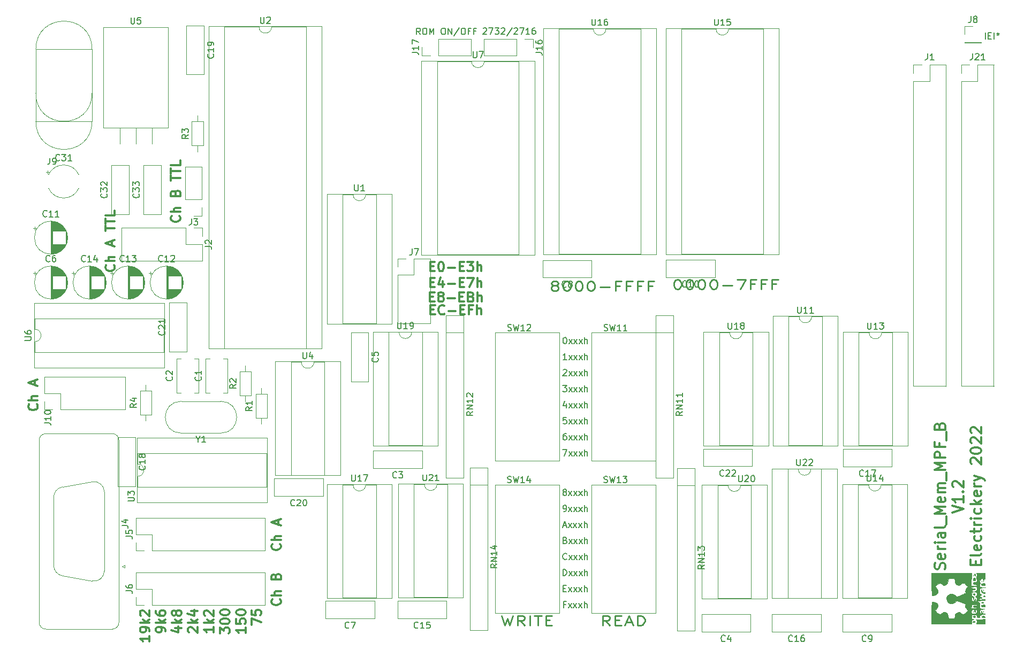
<source format=gbr>
G04 #@! TF.GenerationSoftware,KiCad,Pcbnew,5.1.4-e60b266~84~ubuntu18.04.1*
G04 #@! TF.CreationDate,2022-01-19T21:44:38+01:00*
G04 #@! TF.ProjectId,Serial_Mem_MPF-B,53657269-616c-45f4-9d65-6d5f4d50462d,rev?*
G04 #@! TF.SameCoordinates,Original*
G04 #@! TF.FileFunction,Legend,Top*
G04 #@! TF.FilePolarity,Positive*
%FSLAX46Y46*%
G04 Gerber Fmt 4.6, Leading zero omitted, Abs format (unit mm)*
G04 Created by KiCad (PCBNEW 5.1.4-e60b266~84~ubuntu18.04.1) date 2022-01-19 21:44:38*
%MOMM*%
%LPD*%
G04 APERTURE LIST*
%ADD10C,0.300000*%
%ADD11C,0.250000*%
%ADD12C,0.150000*%
%ADD13C,0.010000*%
%ADD14C,0.120000*%
G04 APERTURE END LIST*
D10*
X135192000Y-77870857D02*
X135692000Y-77870857D01*
X135906285Y-78656571D02*
X135192000Y-78656571D01*
X135192000Y-77156571D01*
X135906285Y-77156571D01*
X137406285Y-78513714D02*
X137334857Y-78585142D01*
X137120571Y-78656571D01*
X136977714Y-78656571D01*
X136763428Y-78585142D01*
X136620571Y-78442285D01*
X136549142Y-78299428D01*
X136477714Y-78013714D01*
X136477714Y-77799428D01*
X136549142Y-77513714D01*
X136620571Y-77370857D01*
X136763428Y-77228000D01*
X136977714Y-77156571D01*
X137120571Y-77156571D01*
X137334857Y-77228000D01*
X137406285Y-77299428D01*
X138049142Y-78085142D02*
X139192000Y-78085142D01*
X139906285Y-77870857D02*
X140406285Y-77870857D01*
X140620571Y-78656571D02*
X139906285Y-78656571D01*
X139906285Y-77156571D01*
X140620571Y-77156571D01*
X141763428Y-77870857D02*
X141263428Y-77870857D01*
X141263428Y-78656571D02*
X141263428Y-77156571D01*
X141977714Y-77156571D01*
X142549142Y-78656571D02*
X142549142Y-77156571D01*
X143192000Y-78656571D02*
X143192000Y-77870857D01*
X143120571Y-77728000D01*
X142977714Y-77656571D01*
X142763428Y-77656571D01*
X142620571Y-77728000D01*
X142549142Y-77799428D01*
X85117714Y-70806000D02*
X85189142Y-70877428D01*
X85260571Y-71091714D01*
X85260571Y-71234571D01*
X85189142Y-71448857D01*
X85046285Y-71591714D01*
X84903428Y-71663142D01*
X84617714Y-71734571D01*
X84403428Y-71734571D01*
X84117714Y-71663142D01*
X83974857Y-71591714D01*
X83832000Y-71448857D01*
X83760571Y-71234571D01*
X83760571Y-71091714D01*
X83832000Y-70877428D01*
X83903428Y-70806000D01*
X85260571Y-70163142D02*
X83760571Y-70163142D01*
X85260571Y-69520285D02*
X84474857Y-69520285D01*
X84332000Y-69591714D01*
X84260571Y-69734571D01*
X84260571Y-69948857D01*
X84332000Y-70091714D01*
X84403428Y-70163142D01*
X84832000Y-67734571D02*
X84832000Y-67020285D01*
X85260571Y-67877428D02*
X83760571Y-67377428D01*
X85260571Y-66877428D01*
X83760571Y-65448857D02*
X83760571Y-64591714D01*
X85260571Y-65020285D02*
X83760571Y-65020285D01*
X83760571Y-64306000D02*
X83760571Y-63448857D01*
X85260571Y-63877428D02*
X83760571Y-63877428D01*
X85260571Y-62234571D02*
X85260571Y-62948857D01*
X83760571Y-62948857D01*
D11*
X174175114Y-73117971D02*
X174365590Y-73117971D01*
X174556066Y-73189400D01*
X174651304Y-73260828D01*
X174746542Y-73403685D01*
X174841780Y-73689400D01*
X174841780Y-74046542D01*
X174746542Y-74332257D01*
X174651304Y-74475114D01*
X174556066Y-74546542D01*
X174365590Y-74617971D01*
X174175114Y-74617971D01*
X173984638Y-74546542D01*
X173889400Y-74475114D01*
X173794161Y-74332257D01*
X173698923Y-74046542D01*
X173698923Y-73689400D01*
X173794161Y-73403685D01*
X173889400Y-73260828D01*
X173984638Y-73189400D01*
X174175114Y-73117971D01*
X176079876Y-73117971D02*
X176270352Y-73117971D01*
X176460828Y-73189400D01*
X176556066Y-73260828D01*
X176651304Y-73403685D01*
X176746542Y-73689400D01*
X176746542Y-74046542D01*
X176651304Y-74332257D01*
X176556066Y-74475114D01*
X176460828Y-74546542D01*
X176270352Y-74617971D01*
X176079876Y-74617971D01*
X175889400Y-74546542D01*
X175794161Y-74475114D01*
X175698923Y-74332257D01*
X175603685Y-74046542D01*
X175603685Y-73689400D01*
X175698923Y-73403685D01*
X175794161Y-73260828D01*
X175889400Y-73189400D01*
X176079876Y-73117971D01*
X177984638Y-73117971D02*
X178175114Y-73117971D01*
X178365590Y-73189400D01*
X178460828Y-73260828D01*
X178556066Y-73403685D01*
X178651304Y-73689400D01*
X178651304Y-74046542D01*
X178556066Y-74332257D01*
X178460828Y-74475114D01*
X178365590Y-74546542D01*
X178175114Y-74617971D01*
X177984638Y-74617971D01*
X177794161Y-74546542D01*
X177698923Y-74475114D01*
X177603685Y-74332257D01*
X177508447Y-74046542D01*
X177508447Y-73689400D01*
X177603685Y-73403685D01*
X177698923Y-73260828D01*
X177794161Y-73189400D01*
X177984638Y-73117971D01*
X179889400Y-73117971D02*
X180079876Y-73117971D01*
X180270352Y-73189400D01*
X180365590Y-73260828D01*
X180460828Y-73403685D01*
X180556066Y-73689400D01*
X180556066Y-74046542D01*
X180460828Y-74332257D01*
X180365590Y-74475114D01*
X180270352Y-74546542D01*
X180079876Y-74617971D01*
X179889400Y-74617971D01*
X179698923Y-74546542D01*
X179603685Y-74475114D01*
X179508447Y-74332257D01*
X179413209Y-74046542D01*
X179413209Y-73689400D01*
X179508447Y-73403685D01*
X179603685Y-73260828D01*
X179698923Y-73189400D01*
X179889400Y-73117971D01*
X181413209Y-74046542D02*
X182937019Y-74046542D01*
X183698923Y-73117971D02*
X185032257Y-73117971D01*
X184175114Y-74617971D01*
X186460828Y-73832257D02*
X185794161Y-73832257D01*
X185794161Y-74617971D02*
X185794161Y-73117971D01*
X186746542Y-73117971D01*
X188175114Y-73832257D02*
X187508447Y-73832257D01*
X187508447Y-74617971D02*
X187508447Y-73117971D01*
X188460828Y-73117971D01*
X189889400Y-73832257D02*
X189222733Y-73832257D01*
X189222733Y-74617971D02*
X189222733Y-73117971D01*
X190175114Y-73117971D01*
X154667914Y-74040228D02*
X154477438Y-73968800D01*
X154382200Y-73897371D01*
X154286961Y-73754514D01*
X154286961Y-73683085D01*
X154382200Y-73540228D01*
X154477438Y-73468800D01*
X154667914Y-73397371D01*
X155048866Y-73397371D01*
X155239342Y-73468800D01*
X155334580Y-73540228D01*
X155429819Y-73683085D01*
X155429819Y-73754514D01*
X155334580Y-73897371D01*
X155239342Y-73968800D01*
X155048866Y-74040228D01*
X154667914Y-74040228D01*
X154477438Y-74111657D01*
X154382200Y-74183085D01*
X154286961Y-74325942D01*
X154286961Y-74611657D01*
X154382200Y-74754514D01*
X154477438Y-74825942D01*
X154667914Y-74897371D01*
X155048866Y-74897371D01*
X155239342Y-74825942D01*
X155334580Y-74754514D01*
X155429819Y-74611657D01*
X155429819Y-74325942D01*
X155334580Y-74183085D01*
X155239342Y-74111657D01*
X155048866Y-74040228D01*
X156667914Y-73397371D02*
X156858390Y-73397371D01*
X157048866Y-73468800D01*
X157144104Y-73540228D01*
X157239342Y-73683085D01*
X157334580Y-73968800D01*
X157334580Y-74325942D01*
X157239342Y-74611657D01*
X157144104Y-74754514D01*
X157048866Y-74825942D01*
X156858390Y-74897371D01*
X156667914Y-74897371D01*
X156477438Y-74825942D01*
X156382200Y-74754514D01*
X156286961Y-74611657D01*
X156191723Y-74325942D01*
X156191723Y-73968800D01*
X156286961Y-73683085D01*
X156382200Y-73540228D01*
X156477438Y-73468800D01*
X156667914Y-73397371D01*
X158572676Y-73397371D02*
X158763152Y-73397371D01*
X158953628Y-73468800D01*
X159048866Y-73540228D01*
X159144104Y-73683085D01*
X159239342Y-73968800D01*
X159239342Y-74325942D01*
X159144104Y-74611657D01*
X159048866Y-74754514D01*
X158953628Y-74825942D01*
X158763152Y-74897371D01*
X158572676Y-74897371D01*
X158382200Y-74825942D01*
X158286961Y-74754514D01*
X158191723Y-74611657D01*
X158096485Y-74325942D01*
X158096485Y-73968800D01*
X158191723Y-73683085D01*
X158286961Y-73540228D01*
X158382200Y-73468800D01*
X158572676Y-73397371D01*
X160477438Y-73397371D02*
X160667914Y-73397371D01*
X160858390Y-73468800D01*
X160953628Y-73540228D01*
X161048866Y-73683085D01*
X161144104Y-73968800D01*
X161144104Y-74325942D01*
X161048866Y-74611657D01*
X160953628Y-74754514D01*
X160858390Y-74825942D01*
X160667914Y-74897371D01*
X160477438Y-74897371D01*
X160286961Y-74825942D01*
X160191723Y-74754514D01*
X160096485Y-74611657D01*
X160001247Y-74325942D01*
X160001247Y-73968800D01*
X160096485Y-73683085D01*
X160191723Y-73540228D01*
X160286961Y-73468800D01*
X160477438Y-73397371D01*
X162001247Y-74325942D02*
X163525057Y-74325942D01*
X165144104Y-74111657D02*
X164477438Y-74111657D01*
X164477438Y-74897371D02*
X164477438Y-73397371D01*
X165429819Y-73397371D01*
X166858390Y-74111657D02*
X166191723Y-74111657D01*
X166191723Y-74897371D02*
X166191723Y-73397371D01*
X167144104Y-73397371D01*
X168572676Y-74111657D02*
X167906009Y-74111657D01*
X167906009Y-74897371D02*
X167906009Y-73397371D01*
X168858390Y-73397371D01*
X170286961Y-74111657D02*
X169620295Y-74111657D01*
X169620295Y-74897371D02*
X169620295Y-73397371D01*
X170572676Y-73397371D01*
D10*
X135120571Y-75838857D02*
X135620571Y-75838857D01*
X135834857Y-76624571D02*
X135120571Y-76624571D01*
X135120571Y-75124571D01*
X135834857Y-75124571D01*
X136692000Y-75767428D02*
X136549142Y-75696000D01*
X136477714Y-75624571D01*
X136406285Y-75481714D01*
X136406285Y-75410285D01*
X136477714Y-75267428D01*
X136549142Y-75196000D01*
X136692000Y-75124571D01*
X136977714Y-75124571D01*
X137120571Y-75196000D01*
X137192000Y-75267428D01*
X137263428Y-75410285D01*
X137263428Y-75481714D01*
X137192000Y-75624571D01*
X137120571Y-75696000D01*
X136977714Y-75767428D01*
X136692000Y-75767428D01*
X136549142Y-75838857D01*
X136477714Y-75910285D01*
X136406285Y-76053142D01*
X136406285Y-76338857D01*
X136477714Y-76481714D01*
X136549142Y-76553142D01*
X136692000Y-76624571D01*
X136977714Y-76624571D01*
X137120571Y-76553142D01*
X137192000Y-76481714D01*
X137263428Y-76338857D01*
X137263428Y-76053142D01*
X137192000Y-75910285D01*
X137120571Y-75838857D01*
X136977714Y-75767428D01*
X137906285Y-76053142D02*
X139049142Y-76053142D01*
X139763428Y-75838857D02*
X140263428Y-75838857D01*
X140477714Y-76624571D02*
X139763428Y-76624571D01*
X139763428Y-75124571D01*
X140477714Y-75124571D01*
X141620571Y-75838857D02*
X141834857Y-75910285D01*
X141906285Y-75981714D01*
X141977714Y-76124571D01*
X141977714Y-76338857D01*
X141906285Y-76481714D01*
X141834857Y-76553142D01*
X141692000Y-76624571D01*
X141120571Y-76624571D01*
X141120571Y-75124571D01*
X141620571Y-75124571D01*
X141763428Y-75196000D01*
X141834857Y-75267428D01*
X141906285Y-75410285D01*
X141906285Y-75553142D01*
X141834857Y-75696000D01*
X141763428Y-75767428D01*
X141620571Y-75838857D01*
X141120571Y-75838857D01*
X142620571Y-76624571D02*
X142620571Y-75124571D01*
X143263428Y-76624571D02*
X143263428Y-75838857D01*
X143192000Y-75696000D01*
X143049142Y-75624571D01*
X142834857Y-75624571D01*
X142692000Y-75696000D01*
X142620571Y-75767428D01*
X135156285Y-73552857D02*
X135656285Y-73552857D01*
X135870571Y-74338571D02*
X135156285Y-74338571D01*
X135156285Y-72838571D01*
X135870571Y-72838571D01*
X137156285Y-73338571D02*
X137156285Y-74338571D01*
X136799142Y-72767142D02*
X136442000Y-73838571D01*
X137370571Y-73838571D01*
X137942000Y-73767142D02*
X139084857Y-73767142D01*
X139799142Y-73552857D02*
X140299142Y-73552857D01*
X140513428Y-74338571D02*
X139799142Y-74338571D01*
X139799142Y-72838571D01*
X140513428Y-72838571D01*
X141013428Y-72838571D02*
X142013428Y-72838571D01*
X141370571Y-74338571D01*
X142584857Y-74338571D02*
X142584857Y-72838571D01*
X143227714Y-74338571D02*
X143227714Y-73552857D01*
X143156285Y-73410000D01*
X143013428Y-73338571D01*
X142799142Y-73338571D01*
X142656285Y-73410000D01*
X142584857Y-73481428D01*
X135156285Y-71012857D02*
X135656285Y-71012857D01*
X135870571Y-71798571D02*
X135156285Y-71798571D01*
X135156285Y-70298571D01*
X135870571Y-70298571D01*
X136799142Y-70298571D02*
X136942000Y-70298571D01*
X137084857Y-70370000D01*
X137156285Y-70441428D01*
X137227714Y-70584285D01*
X137299142Y-70870000D01*
X137299142Y-71227142D01*
X137227714Y-71512857D01*
X137156285Y-71655714D01*
X137084857Y-71727142D01*
X136942000Y-71798571D01*
X136799142Y-71798571D01*
X136656285Y-71727142D01*
X136584857Y-71655714D01*
X136513428Y-71512857D01*
X136442000Y-71227142D01*
X136442000Y-70870000D01*
X136513428Y-70584285D01*
X136584857Y-70441428D01*
X136656285Y-70370000D01*
X136799142Y-70298571D01*
X137942000Y-71227142D02*
X139084857Y-71227142D01*
X139799142Y-71012857D02*
X140299142Y-71012857D01*
X140513428Y-71798571D02*
X139799142Y-71798571D01*
X139799142Y-70298571D01*
X140513428Y-70298571D01*
X141013428Y-70298571D02*
X141942000Y-70298571D01*
X141442000Y-70870000D01*
X141656285Y-70870000D01*
X141799142Y-70941428D01*
X141870571Y-71012857D01*
X141942000Y-71155714D01*
X141942000Y-71512857D01*
X141870571Y-71655714D01*
X141799142Y-71727142D01*
X141656285Y-71798571D01*
X141227714Y-71798571D01*
X141084857Y-71727142D01*
X141013428Y-71655714D01*
X142584857Y-71798571D02*
X142584857Y-70298571D01*
X143227714Y-71798571D02*
X143227714Y-71012857D01*
X143156285Y-70870000D01*
X143013428Y-70798571D01*
X142799142Y-70798571D01*
X142656285Y-70870000D01*
X142584857Y-70941428D01*
X72925714Y-92868571D02*
X72997142Y-92940000D01*
X73068571Y-93154285D01*
X73068571Y-93297142D01*
X72997142Y-93511428D01*
X72854285Y-93654285D01*
X72711428Y-93725714D01*
X72425714Y-93797142D01*
X72211428Y-93797142D01*
X71925714Y-93725714D01*
X71782857Y-93654285D01*
X71640000Y-93511428D01*
X71568571Y-93297142D01*
X71568571Y-93154285D01*
X71640000Y-92940000D01*
X71711428Y-92868571D01*
X73068571Y-92225714D02*
X71568571Y-92225714D01*
X73068571Y-91582857D02*
X72282857Y-91582857D01*
X72140000Y-91654285D01*
X72068571Y-91797142D01*
X72068571Y-92011428D01*
X72140000Y-92154285D01*
X72211428Y-92225714D01*
X72640000Y-89797142D02*
X72640000Y-89082857D01*
X73068571Y-89940000D02*
X71568571Y-89440000D01*
X73068571Y-88940000D01*
X95480914Y-63039142D02*
X95552342Y-63110571D01*
X95623771Y-63324857D01*
X95623771Y-63467714D01*
X95552342Y-63682000D01*
X95409485Y-63824857D01*
X95266628Y-63896285D01*
X94980914Y-63967714D01*
X94766628Y-63967714D01*
X94480914Y-63896285D01*
X94338057Y-63824857D01*
X94195200Y-63682000D01*
X94123771Y-63467714D01*
X94123771Y-63324857D01*
X94195200Y-63110571D01*
X94266628Y-63039142D01*
X95623771Y-62396285D02*
X94123771Y-62396285D01*
X95623771Y-61753428D02*
X94838057Y-61753428D01*
X94695200Y-61824857D01*
X94623771Y-61967714D01*
X94623771Y-62182000D01*
X94695200Y-62324857D01*
X94766628Y-62396285D01*
X94838057Y-59396285D02*
X94909485Y-59182000D01*
X94980914Y-59110571D01*
X95123771Y-59039142D01*
X95338057Y-59039142D01*
X95480914Y-59110571D01*
X95552342Y-59182000D01*
X95623771Y-59324857D01*
X95623771Y-59896285D01*
X94123771Y-59896285D01*
X94123771Y-59396285D01*
X94195200Y-59253428D01*
X94266628Y-59182000D01*
X94409485Y-59110571D01*
X94552342Y-59110571D01*
X94695200Y-59182000D01*
X94766628Y-59253428D01*
X94838057Y-59396285D01*
X94838057Y-59896285D01*
X94123771Y-57467714D02*
X94123771Y-56610571D01*
X95623771Y-57039142D02*
X94123771Y-57039142D01*
X94123771Y-56324857D02*
X94123771Y-55467714D01*
X95623771Y-55896285D02*
X94123771Y-55896285D01*
X95623771Y-54253428D02*
X95623771Y-54967714D01*
X94123771Y-54967714D01*
X216532095Y-118977714D02*
X216613047Y-118734857D01*
X216613047Y-118330095D01*
X216532095Y-118168190D01*
X216451142Y-118087238D01*
X216289238Y-118006285D01*
X216127333Y-118006285D01*
X215965428Y-118087238D01*
X215884476Y-118168190D01*
X215803523Y-118330095D01*
X215722571Y-118653904D01*
X215641619Y-118815809D01*
X215560666Y-118896761D01*
X215398761Y-118977714D01*
X215236857Y-118977714D01*
X215074952Y-118896761D01*
X214994000Y-118815809D01*
X214913047Y-118653904D01*
X214913047Y-118249142D01*
X214994000Y-118006285D01*
X216532095Y-116630095D02*
X216613047Y-116792000D01*
X216613047Y-117115809D01*
X216532095Y-117277714D01*
X216370190Y-117358666D01*
X215722571Y-117358666D01*
X215560666Y-117277714D01*
X215479714Y-117115809D01*
X215479714Y-116792000D01*
X215560666Y-116630095D01*
X215722571Y-116549142D01*
X215884476Y-116549142D01*
X216046380Y-117358666D01*
X216613047Y-115820571D02*
X215479714Y-115820571D01*
X215803523Y-115820571D02*
X215641619Y-115739619D01*
X215560666Y-115658666D01*
X215479714Y-115496761D01*
X215479714Y-115334857D01*
X216613047Y-114768190D02*
X215479714Y-114768190D01*
X214913047Y-114768190D02*
X214994000Y-114849142D01*
X215074952Y-114768190D01*
X214994000Y-114687238D01*
X214913047Y-114768190D01*
X215074952Y-114768190D01*
X216613047Y-113230095D02*
X215722571Y-113230095D01*
X215560666Y-113311047D01*
X215479714Y-113472952D01*
X215479714Y-113796761D01*
X215560666Y-113958666D01*
X216532095Y-113230095D02*
X216613047Y-113392000D01*
X216613047Y-113796761D01*
X216532095Y-113958666D01*
X216370190Y-114039619D01*
X216208285Y-114039619D01*
X216046380Y-113958666D01*
X215965428Y-113796761D01*
X215965428Y-113392000D01*
X215884476Y-113230095D01*
X216613047Y-112177714D02*
X216532095Y-112339619D01*
X216370190Y-112420571D01*
X214913047Y-112420571D01*
X216774952Y-111934857D02*
X216774952Y-110639619D01*
X216613047Y-110234857D02*
X214913047Y-110234857D01*
X216127333Y-109668190D01*
X214913047Y-109101523D01*
X216613047Y-109101523D01*
X216532095Y-107644380D02*
X216613047Y-107806285D01*
X216613047Y-108130095D01*
X216532095Y-108292000D01*
X216370190Y-108372952D01*
X215722571Y-108372952D01*
X215560666Y-108292000D01*
X215479714Y-108130095D01*
X215479714Y-107806285D01*
X215560666Y-107644380D01*
X215722571Y-107563428D01*
X215884476Y-107563428D01*
X216046380Y-108372952D01*
X216613047Y-106834857D02*
X215479714Y-106834857D01*
X215641619Y-106834857D02*
X215560666Y-106753904D01*
X215479714Y-106592000D01*
X215479714Y-106349142D01*
X215560666Y-106187238D01*
X215722571Y-106106285D01*
X216613047Y-106106285D01*
X215722571Y-106106285D02*
X215560666Y-106025333D01*
X215479714Y-105863428D01*
X215479714Y-105620571D01*
X215560666Y-105458666D01*
X215722571Y-105377714D01*
X216613047Y-105377714D01*
X216774952Y-104972952D02*
X216774952Y-103677714D01*
X216613047Y-103272952D02*
X214913047Y-103272952D01*
X216127333Y-102706285D01*
X214913047Y-102139619D01*
X216613047Y-102139619D01*
X216613047Y-101330095D02*
X214913047Y-101330095D01*
X214913047Y-100682476D01*
X214994000Y-100520571D01*
X215074952Y-100439619D01*
X215236857Y-100358666D01*
X215479714Y-100358666D01*
X215641619Y-100439619D01*
X215722571Y-100520571D01*
X215803523Y-100682476D01*
X215803523Y-101330095D01*
X215722571Y-99063428D02*
X215722571Y-99630095D01*
X216613047Y-99630095D02*
X214913047Y-99630095D01*
X214913047Y-98820571D01*
X216774952Y-98577714D02*
X216774952Y-97282476D01*
X215722571Y-96311047D02*
X215803523Y-96068190D01*
X215884476Y-95987238D01*
X216046380Y-95906285D01*
X216289238Y-95906285D01*
X216451142Y-95987238D01*
X216532095Y-96068190D01*
X216613047Y-96230095D01*
X216613047Y-96877714D01*
X214913047Y-96877714D01*
X214913047Y-96311047D01*
X214994000Y-96149142D01*
X215074952Y-96068190D01*
X215236857Y-95987238D01*
X215398761Y-95987238D01*
X215560666Y-96068190D01*
X215641619Y-96149142D01*
X215722571Y-96311047D01*
X215722571Y-96877714D01*
X217763047Y-110032476D02*
X219463047Y-109465809D01*
X217763047Y-108899142D01*
X219463047Y-107442000D02*
X219463047Y-108413428D01*
X219463047Y-107927714D02*
X217763047Y-107927714D01*
X218005904Y-108089619D01*
X218167809Y-108251523D01*
X218248761Y-108413428D01*
X219301142Y-106713428D02*
X219382095Y-106632476D01*
X219463047Y-106713428D01*
X219382095Y-106794380D01*
X219301142Y-106713428D01*
X219463047Y-106713428D01*
X217924952Y-105984857D02*
X217844000Y-105903904D01*
X217763047Y-105742000D01*
X217763047Y-105337238D01*
X217844000Y-105175333D01*
X217924952Y-105094380D01*
X218086857Y-105013428D01*
X218248761Y-105013428D01*
X218491619Y-105094380D01*
X219463047Y-106065809D01*
X219463047Y-105013428D01*
X221422571Y-118330095D02*
X221422571Y-117763428D01*
X222313047Y-117520571D02*
X222313047Y-118330095D01*
X220613047Y-118330095D01*
X220613047Y-117520571D01*
X222313047Y-116549142D02*
X222232095Y-116711047D01*
X222070190Y-116792000D01*
X220613047Y-116792000D01*
X222232095Y-115253904D02*
X222313047Y-115415809D01*
X222313047Y-115739619D01*
X222232095Y-115901523D01*
X222070190Y-115982476D01*
X221422571Y-115982476D01*
X221260666Y-115901523D01*
X221179714Y-115739619D01*
X221179714Y-115415809D01*
X221260666Y-115253904D01*
X221422571Y-115172952D01*
X221584476Y-115172952D01*
X221746380Y-115982476D01*
X222232095Y-113715809D02*
X222313047Y-113877714D01*
X222313047Y-114201523D01*
X222232095Y-114363428D01*
X222151142Y-114444380D01*
X221989238Y-114525333D01*
X221503523Y-114525333D01*
X221341619Y-114444380D01*
X221260666Y-114363428D01*
X221179714Y-114201523D01*
X221179714Y-113877714D01*
X221260666Y-113715809D01*
X221179714Y-113230095D02*
X221179714Y-112582476D01*
X220613047Y-112987238D02*
X222070190Y-112987238D01*
X222232095Y-112906285D01*
X222313047Y-112744380D01*
X222313047Y-112582476D01*
X222313047Y-112015809D02*
X221179714Y-112015809D01*
X221503523Y-112015809D02*
X221341619Y-111934857D01*
X221260666Y-111853904D01*
X221179714Y-111692000D01*
X221179714Y-111530095D01*
X222313047Y-110963428D02*
X221179714Y-110963428D01*
X220613047Y-110963428D02*
X220694000Y-111044380D01*
X220774952Y-110963428D01*
X220694000Y-110882476D01*
X220613047Y-110963428D01*
X220774952Y-110963428D01*
X222232095Y-109425333D02*
X222313047Y-109587238D01*
X222313047Y-109911047D01*
X222232095Y-110072952D01*
X222151142Y-110153904D01*
X221989238Y-110234857D01*
X221503523Y-110234857D01*
X221341619Y-110153904D01*
X221260666Y-110072952D01*
X221179714Y-109911047D01*
X221179714Y-109587238D01*
X221260666Y-109425333D01*
X222313047Y-108696761D02*
X220613047Y-108696761D01*
X221665428Y-108534857D02*
X222313047Y-108049142D01*
X221179714Y-108049142D02*
X221827333Y-108696761D01*
X222232095Y-106672952D02*
X222313047Y-106834857D01*
X222313047Y-107158666D01*
X222232095Y-107320571D01*
X222070190Y-107401523D01*
X221422571Y-107401523D01*
X221260666Y-107320571D01*
X221179714Y-107158666D01*
X221179714Y-106834857D01*
X221260666Y-106672952D01*
X221422571Y-106592000D01*
X221584476Y-106592000D01*
X221746380Y-107401523D01*
X222313047Y-105863428D02*
X221179714Y-105863428D01*
X221503523Y-105863428D02*
X221341619Y-105782476D01*
X221260666Y-105701523D01*
X221179714Y-105539619D01*
X221179714Y-105377714D01*
X221179714Y-104972952D02*
X222313047Y-104568190D01*
X221179714Y-104163428D02*
X222313047Y-104568190D01*
X222717809Y-104730095D01*
X222798761Y-104811047D01*
X222879714Y-104972952D01*
X220774952Y-102301523D02*
X220694000Y-102220571D01*
X220613047Y-102058666D01*
X220613047Y-101653904D01*
X220694000Y-101492000D01*
X220774952Y-101411047D01*
X220936857Y-101330095D01*
X221098761Y-101330095D01*
X221341619Y-101411047D01*
X222313047Y-102382476D01*
X222313047Y-101330095D01*
X220613047Y-100277714D02*
X220613047Y-100115809D01*
X220694000Y-99953904D01*
X220774952Y-99872952D01*
X220936857Y-99792000D01*
X221260666Y-99711047D01*
X221665428Y-99711047D01*
X221989238Y-99792000D01*
X222151142Y-99872952D01*
X222232095Y-99953904D01*
X222313047Y-100115809D01*
X222313047Y-100277714D01*
X222232095Y-100439619D01*
X222151142Y-100520571D01*
X221989238Y-100601523D01*
X221665428Y-100682476D01*
X221260666Y-100682476D01*
X220936857Y-100601523D01*
X220774952Y-100520571D01*
X220694000Y-100439619D01*
X220613047Y-100277714D01*
X220774952Y-99063428D02*
X220694000Y-98982476D01*
X220613047Y-98820571D01*
X220613047Y-98415809D01*
X220694000Y-98253904D01*
X220774952Y-98172952D01*
X220936857Y-98092000D01*
X221098761Y-98092000D01*
X221341619Y-98172952D01*
X222313047Y-99144380D01*
X222313047Y-98092000D01*
X220774952Y-97444380D02*
X220694000Y-97363428D01*
X220613047Y-97201523D01*
X220613047Y-96796761D01*
X220694000Y-96634857D01*
X220774952Y-96553904D01*
X220936857Y-96472952D01*
X221098761Y-96472952D01*
X221341619Y-96553904D01*
X222313047Y-97525333D01*
X222313047Y-96472952D01*
X111381314Y-123760514D02*
X111452742Y-123831942D01*
X111524171Y-124046228D01*
X111524171Y-124189085D01*
X111452742Y-124403371D01*
X111309885Y-124546228D01*
X111167028Y-124617657D01*
X110881314Y-124689085D01*
X110667028Y-124689085D01*
X110381314Y-124617657D01*
X110238457Y-124546228D01*
X110095600Y-124403371D01*
X110024171Y-124189085D01*
X110024171Y-124046228D01*
X110095600Y-123831942D01*
X110167028Y-123760514D01*
X111524171Y-123117657D02*
X110024171Y-123117657D01*
X111524171Y-122474800D02*
X110738457Y-122474800D01*
X110595600Y-122546228D01*
X110524171Y-122689085D01*
X110524171Y-122903371D01*
X110595600Y-123046228D01*
X110667028Y-123117657D01*
X110738457Y-120117657D02*
X110809885Y-119903371D01*
X110881314Y-119831942D01*
X111024171Y-119760514D01*
X111238457Y-119760514D01*
X111381314Y-119831942D01*
X111452742Y-119903371D01*
X111524171Y-120046228D01*
X111524171Y-120617657D01*
X110024171Y-120617657D01*
X110024171Y-120117657D01*
X110095600Y-119974800D01*
X110167028Y-119903371D01*
X110309885Y-119831942D01*
X110452742Y-119831942D01*
X110595600Y-119903371D01*
X110667028Y-119974800D01*
X110738457Y-120117657D01*
X110738457Y-120617657D01*
X111381314Y-115017371D02*
X111452742Y-115088800D01*
X111524171Y-115303085D01*
X111524171Y-115445942D01*
X111452742Y-115660228D01*
X111309885Y-115803085D01*
X111167028Y-115874514D01*
X110881314Y-115945942D01*
X110667028Y-115945942D01*
X110381314Y-115874514D01*
X110238457Y-115803085D01*
X110095600Y-115660228D01*
X110024171Y-115445942D01*
X110024171Y-115303085D01*
X110095600Y-115088800D01*
X110167028Y-115017371D01*
X111524171Y-114374514D02*
X110024171Y-114374514D01*
X111524171Y-113731657D02*
X110738457Y-113731657D01*
X110595600Y-113803085D01*
X110524171Y-113945942D01*
X110524171Y-114160228D01*
X110595600Y-114303085D01*
X110667028Y-114374514D01*
X111095600Y-111945942D02*
X111095600Y-111231657D01*
X111524171Y-112088800D02*
X110024171Y-111588800D01*
X111524171Y-111088800D01*
X106899971Y-127782485D02*
X106899971Y-126782485D01*
X108399971Y-127425342D01*
X106899971Y-125496771D02*
X106899971Y-126211057D01*
X107614257Y-126282485D01*
X107542828Y-126211057D01*
X107471400Y-126068200D01*
X107471400Y-125711057D01*
X107542828Y-125568200D01*
X107614257Y-125496771D01*
X107757114Y-125425342D01*
X108114257Y-125425342D01*
X108257114Y-125496771D01*
X108328542Y-125568200D01*
X108399971Y-125711057D01*
X108399971Y-126068200D01*
X108328542Y-126211057D01*
X108257114Y-126282485D01*
X105961571Y-128254000D02*
X105961571Y-129111142D01*
X105961571Y-128682571D02*
X104461571Y-128682571D01*
X104675857Y-128825428D01*
X104818714Y-128968285D01*
X104890142Y-129111142D01*
X104461571Y-126896857D02*
X104461571Y-127611142D01*
X105175857Y-127682571D01*
X105104428Y-127611142D01*
X105033000Y-127468285D01*
X105033000Y-127111142D01*
X105104428Y-126968285D01*
X105175857Y-126896857D01*
X105318714Y-126825428D01*
X105675857Y-126825428D01*
X105818714Y-126896857D01*
X105890142Y-126968285D01*
X105961571Y-127111142D01*
X105961571Y-127468285D01*
X105890142Y-127611142D01*
X105818714Y-127682571D01*
X104461571Y-125896857D02*
X104461571Y-125754000D01*
X104533000Y-125611142D01*
X104604428Y-125539714D01*
X104747285Y-125468285D01*
X105033000Y-125396857D01*
X105390142Y-125396857D01*
X105675857Y-125468285D01*
X105818714Y-125539714D01*
X105890142Y-125611142D01*
X105961571Y-125754000D01*
X105961571Y-125896857D01*
X105890142Y-126039714D01*
X105818714Y-126111142D01*
X105675857Y-126182571D01*
X105390142Y-126254000D01*
X105033000Y-126254000D01*
X104747285Y-126182571D01*
X104604428Y-126111142D01*
X104533000Y-126039714D01*
X104461571Y-125896857D01*
X101921571Y-129182571D02*
X101921571Y-128254000D01*
X102493000Y-128754000D01*
X102493000Y-128539714D01*
X102564428Y-128396857D01*
X102635857Y-128325428D01*
X102778714Y-128254000D01*
X103135857Y-128254000D01*
X103278714Y-128325428D01*
X103350142Y-128396857D01*
X103421571Y-128539714D01*
X103421571Y-128968285D01*
X103350142Y-129111142D01*
X103278714Y-129182571D01*
X101921571Y-127325428D02*
X101921571Y-127182571D01*
X101993000Y-127039714D01*
X102064428Y-126968285D01*
X102207285Y-126896857D01*
X102493000Y-126825428D01*
X102850142Y-126825428D01*
X103135857Y-126896857D01*
X103278714Y-126968285D01*
X103350142Y-127039714D01*
X103421571Y-127182571D01*
X103421571Y-127325428D01*
X103350142Y-127468285D01*
X103278714Y-127539714D01*
X103135857Y-127611142D01*
X102850142Y-127682571D01*
X102493000Y-127682571D01*
X102207285Y-127611142D01*
X102064428Y-127539714D01*
X101993000Y-127468285D01*
X101921571Y-127325428D01*
X101921571Y-125896857D02*
X101921571Y-125754000D01*
X101993000Y-125611142D01*
X102064428Y-125539714D01*
X102207285Y-125468285D01*
X102493000Y-125396857D01*
X102850142Y-125396857D01*
X103135857Y-125468285D01*
X103278714Y-125539714D01*
X103350142Y-125611142D01*
X103421571Y-125754000D01*
X103421571Y-125896857D01*
X103350142Y-126039714D01*
X103278714Y-126111142D01*
X103135857Y-126182571D01*
X102850142Y-126254000D01*
X102493000Y-126254000D01*
X102207285Y-126182571D01*
X102064428Y-126111142D01*
X101993000Y-126039714D01*
X101921571Y-125896857D01*
X100881571Y-128146857D02*
X100881571Y-129004000D01*
X100881571Y-128575428D02*
X99381571Y-128575428D01*
X99595857Y-128718285D01*
X99738714Y-128861142D01*
X99810142Y-129004000D01*
X100881571Y-127504000D02*
X99381571Y-127504000D01*
X100310142Y-127361142D02*
X100881571Y-126932571D01*
X99881571Y-126932571D02*
X100453000Y-127504000D01*
X99524428Y-126361142D02*
X99453000Y-126289714D01*
X99381571Y-126146857D01*
X99381571Y-125789714D01*
X99453000Y-125646857D01*
X99524428Y-125575428D01*
X99667285Y-125504000D01*
X99810142Y-125504000D01*
X100024428Y-125575428D01*
X100881571Y-126432571D01*
X100881571Y-125504000D01*
X96984428Y-129004000D02*
X96913000Y-128932571D01*
X96841571Y-128789714D01*
X96841571Y-128432571D01*
X96913000Y-128289714D01*
X96984428Y-128218285D01*
X97127285Y-128146857D01*
X97270142Y-128146857D01*
X97484428Y-128218285D01*
X98341571Y-129075428D01*
X98341571Y-128146857D01*
X98341571Y-127504000D02*
X96841571Y-127504000D01*
X97770142Y-127361142D02*
X98341571Y-126932571D01*
X97341571Y-126932571D02*
X97913000Y-127504000D01*
X97341571Y-125646857D02*
X98341571Y-125646857D01*
X96770142Y-126004000D02*
X97841571Y-126361142D01*
X97841571Y-125432571D01*
X94801571Y-128289714D02*
X95801571Y-128289714D01*
X94230142Y-128646857D02*
X95301571Y-129004000D01*
X95301571Y-128075428D01*
X95801571Y-127504000D02*
X94301571Y-127504000D01*
X95230142Y-127361142D02*
X95801571Y-126932571D01*
X94801571Y-126932571D02*
X95373000Y-127504000D01*
X94944428Y-126075428D02*
X94873000Y-126218285D01*
X94801571Y-126289714D01*
X94658714Y-126361142D01*
X94587285Y-126361142D01*
X94444428Y-126289714D01*
X94373000Y-126218285D01*
X94301571Y-126075428D01*
X94301571Y-125789714D01*
X94373000Y-125646857D01*
X94444428Y-125575428D01*
X94587285Y-125504000D01*
X94658714Y-125504000D01*
X94801571Y-125575428D01*
X94873000Y-125646857D01*
X94944428Y-125789714D01*
X94944428Y-126075428D01*
X95015857Y-126218285D01*
X95087285Y-126289714D01*
X95230142Y-126361142D01*
X95515857Y-126361142D01*
X95658714Y-126289714D01*
X95730142Y-126218285D01*
X95801571Y-126075428D01*
X95801571Y-125789714D01*
X95730142Y-125646857D01*
X95658714Y-125575428D01*
X95515857Y-125504000D01*
X95230142Y-125504000D01*
X95087285Y-125575428D01*
X95015857Y-125646857D01*
X94944428Y-125789714D01*
X93261571Y-128861142D02*
X93261571Y-128575428D01*
X93190142Y-128432571D01*
X93118714Y-128361142D01*
X92904428Y-128218285D01*
X92618714Y-128146857D01*
X92047285Y-128146857D01*
X91904428Y-128218285D01*
X91833000Y-128289714D01*
X91761571Y-128432571D01*
X91761571Y-128718285D01*
X91833000Y-128861142D01*
X91904428Y-128932571D01*
X92047285Y-129004000D01*
X92404428Y-129004000D01*
X92547285Y-128932571D01*
X92618714Y-128861142D01*
X92690142Y-128718285D01*
X92690142Y-128432571D01*
X92618714Y-128289714D01*
X92547285Y-128218285D01*
X92404428Y-128146857D01*
X93261571Y-127504000D02*
X91761571Y-127504000D01*
X92690142Y-127361142D02*
X93261571Y-126932571D01*
X92261571Y-126932571D02*
X92833000Y-127504000D01*
X91761571Y-125646857D02*
X91761571Y-125932571D01*
X91833000Y-126075428D01*
X91904428Y-126146857D01*
X92118714Y-126289714D01*
X92404428Y-126361142D01*
X92975857Y-126361142D01*
X93118714Y-126289714D01*
X93190142Y-126218285D01*
X93261571Y-126075428D01*
X93261571Y-125789714D01*
X93190142Y-125646857D01*
X93118714Y-125575428D01*
X92975857Y-125504000D01*
X92618714Y-125504000D01*
X92475857Y-125575428D01*
X92404428Y-125646857D01*
X92333000Y-125789714D01*
X92333000Y-126075428D01*
X92404428Y-126218285D01*
X92475857Y-126289714D01*
X92618714Y-126361142D01*
X90746971Y-129572342D02*
X90746971Y-130429485D01*
X90746971Y-130000914D02*
X89246971Y-130000914D01*
X89461257Y-130143771D01*
X89604114Y-130286628D01*
X89675542Y-130429485D01*
X90746971Y-128858057D02*
X90746971Y-128572342D01*
X90675542Y-128429485D01*
X90604114Y-128358057D01*
X90389828Y-128215200D01*
X90104114Y-128143771D01*
X89532685Y-128143771D01*
X89389828Y-128215200D01*
X89318400Y-128286628D01*
X89246971Y-128429485D01*
X89246971Y-128715200D01*
X89318400Y-128858057D01*
X89389828Y-128929485D01*
X89532685Y-129000914D01*
X89889828Y-129000914D01*
X90032685Y-128929485D01*
X90104114Y-128858057D01*
X90175542Y-128715200D01*
X90175542Y-128429485D01*
X90104114Y-128286628D01*
X90032685Y-128215200D01*
X89889828Y-128143771D01*
X90746971Y-127500914D02*
X89246971Y-127500914D01*
X90175542Y-127358057D02*
X90746971Y-126929485D01*
X89746971Y-126929485D02*
X90318400Y-127500914D01*
X89389828Y-126358057D02*
X89318400Y-126286628D01*
X89246971Y-126143771D01*
X89246971Y-125786628D01*
X89318400Y-125643771D01*
X89389828Y-125572342D01*
X89532685Y-125500914D01*
X89675542Y-125500914D01*
X89889828Y-125572342D01*
X90746971Y-126429485D01*
X90746971Y-125500914D01*
D11*
X163566742Y-127856371D02*
X162900076Y-127142085D01*
X162423885Y-127856371D02*
X162423885Y-126356371D01*
X163185790Y-126356371D01*
X163376266Y-126427800D01*
X163471504Y-126499228D01*
X163566742Y-126642085D01*
X163566742Y-126856371D01*
X163471504Y-126999228D01*
X163376266Y-127070657D01*
X163185790Y-127142085D01*
X162423885Y-127142085D01*
X164423885Y-127070657D02*
X165090552Y-127070657D01*
X165376266Y-127856371D02*
X164423885Y-127856371D01*
X164423885Y-126356371D01*
X165376266Y-126356371D01*
X166138171Y-127427800D02*
X167090552Y-127427800D01*
X165947695Y-127856371D02*
X166614361Y-126356371D01*
X167281028Y-127856371D01*
X167947695Y-127856371D02*
X167947695Y-126356371D01*
X168423885Y-126356371D01*
X168709599Y-126427800D01*
X168900076Y-126570657D01*
X168995314Y-126713514D01*
X169090552Y-126999228D01*
X169090552Y-127213514D01*
X168995314Y-127499228D01*
X168900076Y-127642085D01*
X168709599Y-127784942D01*
X168423885Y-127856371D01*
X167947695Y-127856371D01*
X146469600Y-126356371D02*
X146945790Y-127856371D01*
X147326742Y-126784942D01*
X147707695Y-127856371D01*
X148183885Y-126356371D01*
X150088647Y-127856371D02*
X149421980Y-127142085D01*
X148945790Y-127856371D02*
X148945790Y-126356371D01*
X149707695Y-126356371D01*
X149898171Y-126427800D01*
X149993409Y-126499228D01*
X150088647Y-126642085D01*
X150088647Y-126856371D01*
X149993409Y-126999228D01*
X149898171Y-127070657D01*
X149707695Y-127142085D01*
X148945790Y-127142085D01*
X150945790Y-127856371D02*
X150945790Y-126356371D01*
X151612457Y-126356371D02*
X152755314Y-126356371D01*
X152183885Y-127856371D02*
X152183885Y-126356371D01*
X153421980Y-127070657D02*
X154088647Y-127070657D01*
X154374361Y-127856371D02*
X153421980Y-127856371D01*
X153421980Y-126356371D01*
X154374361Y-126356371D01*
D12*
X156115000Y-100036380D02*
X156781666Y-100036380D01*
X156353095Y-101036380D01*
X157067380Y-101036380D02*
X157591190Y-100369714D01*
X157067380Y-100369714D02*
X157591190Y-101036380D01*
X157876904Y-101036380D02*
X158400714Y-100369714D01*
X157876904Y-100369714D02*
X158400714Y-101036380D01*
X158686428Y-101036380D02*
X159210238Y-100369714D01*
X158686428Y-100369714D02*
X159210238Y-101036380D01*
X159591190Y-101036380D02*
X159591190Y-100036380D01*
X160019761Y-101036380D02*
X160019761Y-100512571D01*
X159972142Y-100417333D01*
X159876904Y-100369714D01*
X159734047Y-100369714D01*
X159638809Y-100417333D01*
X159591190Y-100464952D01*
X156638809Y-97496380D02*
X156448333Y-97496380D01*
X156353095Y-97544000D01*
X156305476Y-97591619D01*
X156210238Y-97734476D01*
X156162619Y-97924952D01*
X156162619Y-98305904D01*
X156210238Y-98401142D01*
X156257857Y-98448761D01*
X156353095Y-98496380D01*
X156543571Y-98496380D01*
X156638809Y-98448761D01*
X156686428Y-98401142D01*
X156734047Y-98305904D01*
X156734047Y-98067809D01*
X156686428Y-97972571D01*
X156638809Y-97924952D01*
X156543571Y-97877333D01*
X156353095Y-97877333D01*
X156257857Y-97924952D01*
X156210238Y-97972571D01*
X156162619Y-98067809D01*
X157067380Y-98496380D02*
X157591190Y-97829714D01*
X157067380Y-97829714D02*
X157591190Y-98496380D01*
X157876904Y-98496380D02*
X158400714Y-97829714D01*
X157876904Y-97829714D02*
X158400714Y-98496380D01*
X158686428Y-98496380D02*
X159210238Y-97829714D01*
X158686428Y-97829714D02*
X159210238Y-98496380D01*
X159591190Y-98496380D02*
X159591190Y-97496380D01*
X160019761Y-98496380D02*
X160019761Y-97972571D01*
X159972142Y-97877333D01*
X159876904Y-97829714D01*
X159734047Y-97829714D01*
X159638809Y-97877333D01*
X159591190Y-97924952D01*
X156686428Y-94956380D02*
X156210238Y-94956380D01*
X156162619Y-95432571D01*
X156210238Y-95384952D01*
X156305476Y-95337333D01*
X156543571Y-95337333D01*
X156638809Y-95384952D01*
X156686428Y-95432571D01*
X156734047Y-95527809D01*
X156734047Y-95765904D01*
X156686428Y-95861142D01*
X156638809Y-95908761D01*
X156543571Y-95956380D01*
X156305476Y-95956380D01*
X156210238Y-95908761D01*
X156162619Y-95861142D01*
X157067380Y-95956380D02*
X157591190Y-95289714D01*
X157067380Y-95289714D02*
X157591190Y-95956380D01*
X157876904Y-95956380D02*
X158400714Y-95289714D01*
X157876904Y-95289714D02*
X158400714Y-95956380D01*
X158686428Y-95956380D02*
X159210238Y-95289714D01*
X158686428Y-95289714D02*
X159210238Y-95956380D01*
X159591190Y-95956380D02*
X159591190Y-94956380D01*
X160019761Y-95956380D02*
X160019761Y-95432571D01*
X159972142Y-95337333D01*
X159876904Y-95289714D01*
X159734047Y-95289714D01*
X159638809Y-95337333D01*
X159591190Y-95384952D01*
X156638809Y-92749714D02*
X156638809Y-93416380D01*
X156400714Y-92368761D02*
X156162619Y-93083047D01*
X156781666Y-93083047D01*
X157067380Y-93416380D02*
X157591190Y-92749714D01*
X157067380Y-92749714D02*
X157591190Y-93416380D01*
X157876904Y-93416380D02*
X158400714Y-92749714D01*
X157876904Y-92749714D02*
X158400714Y-93416380D01*
X158686428Y-93416380D02*
X159210238Y-92749714D01*
X158686428Y-92749714D02*
X159210238Y-93416380D01*
X159591190Y-93416380D02*
X159591190Y-92416380D01*
X160019761Y-93416380D02*
X160019761Y-92892571D01*
X159972142Y-92797333D01*
X159876904Y-92749714D01*
X159734047Y-92749714D01*
X159638809Y-92797333D01*
X159591190Y-92844952D01*
X156115000Y-89876380D02*
X156734047Y-89876380D01*
X156400714Y-90257333D01*
X156543571Y-90257333D01*
X156638809Y-90304952D01*
X156686428Y-90352571D01*
X156734047Y-90447809D01*
X156734047Y-90685904D01*
X156686428Y-90781142D01*
X156638809Y-90828761D01*
X156543571Y-90876380D01*
X156257857Y-90876380D01*
X156162619Y-90828761D01*
X156115000Y-90781142D01*
X157067380Y-90876380D02*
X157591190Y-90209714D01*
X157067380Y-90209714D02*
X157591190Y-90876380D01*
X157876904Y-90876380D02*
X158400714Y-90209714D01*
X157876904Y-90209714D02*
X158400714Y-90876380D01*
X158686428Y-90876380D02*
X159210238Y-90209714D01*
X158686428Y-90209714D02*
X159210238Y-90876380D01*
X159591190Y-90876380D02*
X159591190Y-89876380D01*
X160019761Y-90876380D02*
X160019761Y-90352571D01*
X159972142Y-90257333D01*
X159876904Y-90209714D01*
X159734047Y-90209714D01*
X159638809Y-90257333D01*
X159591190Y-90304952D01*
X156162619Y-87431619D02*
X156210238Y-87384000D01*
X156305476Y-87336380D01*
X156543571Y-87336380D01*
X156638809Y-87384000D01*
X156686428Y-87431619D01*
X156734047Y-87526857D01*
X156734047Y-87622095D01*
X156686428Y-87764952D01*
X156115000Y-88336380D01*
X156734047Y-88336380D01*
X157067380Y-88336380D02*
X157591190Y-87669714D01*
X157067380Y-87669714D02*
X157591190Y-88336380D01*
X157876904Y-88336380D02*
X158400714Y-87669714D01*
X157876904Y-87669714D02*
X158400714Y-88336380D01*
X158686428Y-88336380D02*
X159210238Y-87669714D01*
X158686428Y-87669714D02*
X159210238Y-88336380D01*
X159591190Y-88336380D02*
X159591190Y-87336380D01*
X160019761Y-88336380D02*
X160019761Y-87812571D01*
X159972142Y-87717333D01*
X159876904Y-87669714D01*
X159734047Y-87669714D01*
X159638809Y-87717333D01*
X159591190Y-87764952D01*
X156734047Y-85796380D02*
X156162619Y-85796380D01*
X156448333Y-85796380D02*
X156448333Y-84796380D01*
X156353095Y-84939238D01*
X156257857Y-85034476D01*
X156162619Y-85082095D01*
X157067380Y-85796380D02*
X157591190Y-85129714D01*
X157067380Y-85129714D02*
X157591190Y-85796380D01*
X157876904Y-85796380D02*
X158400714Y-85129714D01*
X157876904Y-85129714D02*
X158400714Y-85796380D01*
X158686428Y-85796380D02*
X159210238Y-85129714D01*
X158686428Y-85129714D02*
X159210238Y-85796380D01*
X159591190Y-85796380D02*
X159591190Y-84796380D01*
X160019761Y-85796380D02*
X160019761Y-85272571D01*
X159972142Y-85177333D01*
X159876904Y-85129714D01*
X159734047Y-85129714D01*
X159638809Y-85177333D01*
X159591190Y-85224952D01*
X156400714Y-82256380D02*
X156495952Y-82256380D01*
X156591190Y-82304000D01*
X156638809Y-82351619D01*
X156686428Y-82446857D01*
X156734047Y-82637333D01*
X156734047Y-82875428D01*
X156686428Y-83065904D01*
X156638809Y-83161142D01*
X156591190Y-83208761D01*
X156495952Y-83256380D01*
X156400714Y-83256380D01*
X156305476Y-83208761D01*
X156257857Y-83161142D01*
X156210238Y-83065904D01*
X156162619Y-82875428D01*
X156162619Y-82637333D01*
X156210238Y-82446857D01*
X156257857Y-82351619D01*
X156305476Y-82304000D01*
X156400714Y-82256380D01*
X157067380Y-83256380D02*
X157591190Y-82589714D01*
X157067380Y-82589714D02*
X157591190Y-83256380D01*
X157876904Y-83256380D02*
X158400714Y-82589714D01*
X157876904Y-82589714D02*
X158400714Y-83256380D01*
X158686428Y-83256380D02*
X159210238Y-82589714D01*
X158686428Y-82589714D02*
X159210238Y-83256380D01*
X159591190Y-83256380D02*
X159591190Y-82256380D01*
X160019761Y-83256380D02*
X160019761Y-82732571D01*
X159972142Y-82637333D01*
X159876904Y-82589714D01*
X159734047Y-82589714D01*
X159638809Y-82637333D01*
X159591190Y-82684952D01*
X156161028Y-120010180D02*
X156161028Y-119010180D01*
X156399123Y-119010180D01*
X156541980Y-119057800D01*
X156637219Y-119153038D01*
X156684838Y-119248276D01*
X156732457Y-119438752D01*
X156732457Y-119581609D01*
X156684838Y-119772085D01*
X156637219Y-119867323D01*
X156541980Y-119962561D01*
X156399123Y-120010180D01*
X156161028Y-120010180D01*
X157065790Y-120010180D02*
X157589600Y-119343514D01*
X157065790Y-119343514D02*
X157589600Y-120010180D01*
X157875314Y-120010180D02*
X158399123Y-119343514D01*
X157875314Y-119343514D02*
X158399123Y-120010180D01*
X158684838Y-120010180D02*
X159208647Y-119343514D01*
X158684838Y-119343514D02*
X159208647Y-120010180D01*
X159589600Y-120010180D02*
X159589600Y-119010180D01*
X160018171Y-120010180D02*
X160018171Y-119486371D01*
X159970552Y-119391133D01*
X159875314Y-119343514D01*
X159732457Y-119343514D01*
X159637219Y-119391133D01*
X159589600Y-119438752D01*
X156565790Y-124566371D02*
X156232457Y-124566371D01*
X156232457Y-125090180D02*
X156232457Y-124090180D01*
X156708647Y-124090180D01*
X156994361Y-125090180D02*
X157518171Y-124423514D01*
X156994361Y-124423514D02*
X157518171Y-125090180D01*
X157803885Y-125090180D02*
X158327695Y-124423514D01*
X157803885Y-124423514D02*
X158327695Y-125090180D01*
X158613409Y-125090180D02*
X159137219Y-124423514D01*
X158613409Y-124423514D02*
X159137219Y-125090180D01*
X159518171Y-125090180D02*
X159518171Y-124090180D01*
X159946742Y-125090180D02*
X159946742Y-124566371D01*
X159899123Y-124471133D01*
X159803885Y-124423514D01*
X159661028Y-124423514D01*
X159565790Y-124471133D01*
X159518171Y-124518752D01*
X156208647Y-122026371D02*
X156541980Y-122026371D01*
X156684838Y-122550180D02*
X156208647Y-122550180D01*
X156208647Y-121550180D01*
X156684838Y-121550180D01*
X157018171Y-122550180D02*
X157541980Y-121883514D01*
X157018171Y-121883514D02*
X157541980Y-122550180D01*
X157827695Y-122550180D02*
X158351504Y-121883514D01*
X157827695Y-121883514D02*
X158351504Y-122550180D01*
X158637219Y-122550180D02*
X159161028Y-121883514D01*
X158637219Y-121883514D02*
X159161028Y-122550180D01*
X159541980Y-122550180D02*
X159541980Y-121550180D01*
X159970552Y-122550180D02*
X159970552Y-122026371D01*
X159922933Y-121931133D01*
X159827695Y-121883514D01*
X159684838Y-121883514D01*
X159589600Y-121931133D01*
X159541980Y-121978752D01*
X156732457Y-117374942D02*
X156684838Y-117422561D01*
X156541980Y-117470180D01*
X156446742Y-117470180D01*
X156303885Y-117422561D01*
X156208647Y-117327323D01*
X156161028Y-117232085D01*
X156113409Y-117041609D01*
X156113409Y-116898752D01*
X156161028Y-116708276D01*
X156208647Y-116613038D01*
X156303885Y-116517800D01*
X156446742Y-116470180D01*
X156541980Y-116470180D01*
X156684838Y-116517800D01*
X156732457Y-116565419D01*
X157065790Y-117470180D02*
X157589600Y-116803514D01*
X157065790Y-116803514D02*
X157589600Y-117470180D01*
X157875314Y-117470180D02*
X158399123Y-116803514D01*
X157875314Y-116803514D02*
X158399123Y-117470180D01*
X158684838Y-117470180D02*
X159208647Y-116803514D01*
X158684838Y-116803514D02*
X159208647Y-117470180D01*
X159589600Y-117470180D02*
X159589600Y-116470180D01*
X160018171Y-117470180D02*
X160018171Y-116946371D01*
X159970552Y-116851133D01*
X159875314Y-116803514D01*
X159732457Y-116803514D01*
X159637219Y-116851133D01*
X159589600Y-116898752D01*
X156184838Y-112104466D02*
X156661028Y-112104466D01*
X156089600Y-112390180D02*
X156422933Y-111390180D01*
X156756266Y-112390180D01*
X156994361Y-112390180D02*
X157518171Y-111723514D01*
X156994361Y-111723514D02*
X157518171Y-112390180D01*
X157803885Y-112390180D02*
X158327695Y-111723514D01*
X157803885Y-111723514D02*
X158327695Y-112390180D01*
X158613409Y-112390180D02*
X159137219Y-111723514D01*
X158613409Y-111723514D02*
X159137219Y-112390180D01*
X159518171Y-112390180D02*
X159518171Y-111390180D01*
X159946742Y-112390180D02*
X159946742Y-111866371D01*
X159899123Y-111771133D01*
X159803885Y-111723514D01*
X159661028Y-111723514D01*
X159565790Y-111771133D01*
X159518171Y-111818752D01*
X156494361Y-114406371D02*
X156637219Y-114453990D01*
X156684838Y-114501609D01*
X156732457Y-114596847D01*
X156732457Y-114739704D01*
X156684838Y-114834942D01*
X156637219Y-114882561D01*
X156541980Y-114930180D01*
X156161028Y-114930180D01*
X156161028Y-113930180D01*
X156494361Y-113930180D01*
X156589600Y-113977800D01*
X156637219Y-114025419D01*
X156684838Y-114120657D01*
X156684838Y-114215895D01*
X156637219Y-114311133D01*
X156589600Y-114358752D01*
X156494361Y-114406371D01*
X156161028Y-114406371D01*
X157065790Y-114930180D02*
X157589600Y-114263514D01*
X157065790Y-114263514D02*
X157589600Y-114930180D01*
X157875314Y-114930180D02*
X158399123Y-114263514D01*
X157875314Y-114263514D02*
X158399123Y-114930180D01*
X158684838Y-114930180D02*
X159208647Y-114263514D01*
X158684838Y-114263514D02*
X159208647Y-114930180D01*
X159589600Y-114930180D02*
X159589600Y-113930180D01*
X160018171Y-114930180D02*
X160018171Y-114406371D01*
X159970552Y-114311133D01*
X159875314Y-114263514D01*
X159732457Y-114263514D01*
X159637219Y-114311133D01*
X159589600Y-114358752D01*
X156232457Y-109850180D02*
X156422933Y-109850180D01*
X156518171Y-109802561D01*
X156565790Y-109754942D01*
X156661028Y-109612085D01*
X156708647Y-109421609D01*
X156708647Y-109040657D01*
X156661028Y-108945419D01*
X156613409Y-108897800D01*
X156518171Y-108850180D01*
X156327695Y-108850180D01*
X156232457Y-108897800D01*
X156184838Y-108945419D01*
X156137219Y-109040657D01*
X156137219Y-109278752D01*
X156184838Y-109373990D01*
X156232457Y-109421609D01*
X156327695Y-109469228D01*
X156518171Y-109469228D01*
X156613409Y-109421609D01*
X156661028Y-109373990D01*
X156708647Y-109278752D01*
X157041980Y-109850180D02*
X157565790Y-109183514D01*
X157041980Y-109183514D02*
X157565790Y-109850180D01*
X157851504Y-109850180D02*
X158375314Y-109183514D01*
X157851504Y-109183514D02*
X158375314Y-109850180D01*
X158661028Y-109850180D02*
X159184838Y-109183514D01*
X158661028Y-109183514D02*
X159184838Y-109850180D01*
X159565790Y-109850180D02*
X159565790Y-108850180D01*
X159994361Y-109850180D02*
X159994361Y-109326371D01*
X159946742Y-109231133D01*
X159851504Y-109183514D01*
X159708647Y-109183514D01*
X159613409Y-109231133D01*
X159565790Y-109278752D01*
X156327695Y-106738752D02*
X156232457Y-106691133D01*
X156184838Y-106643514D01*
X156137219Y-106548276D01*
X156137219Y-106500657D01*
X156184838Y-106405419D01*
X156232457Y-106357800D01*
X156327695Y-106310180D01*
X156518171Y-106310180D01*
X156613409Y-106357800D01*
X156661028Y-106405419D01*
X156708647Y-106500657D01*
X156708647Y-106548276D01*
X156661028Y-106643514D01*
X156613409Y-106691133D01*
X156518171Y-106738752D01*
X156327695Y-106738752D01*
X156232457Y-106786371D01*
X156184838Y-106833990D01*
X156137219Y-106929228D01*
X156137219Y-107119704D01*
X156184838Y-107214942D01*
X156232457Y-107262561D01*
X156327695Y-107310180D01*
X156518171Y-107310180D01*
X156613409Y-107262561D01*
X156661028Y-107214942D01*
X156708647Y-107119704D01*
X156708647Y-106929228D01*
X156661028Y-106833990D01*
X156613409Y-106786371D01*
X156518171Y-106738752D01*
X157041980Y-107310180D02*
X157565790Y-106643514D01*
X157041980Y-106643514D02*
X157565790Y-107310180D01*
X157851504Y-107310180D02*
X158375314Y-106643514D01*
X157851504Y-106643514D02*
X158375314Y-107310180D01*
X158661028Y-107310180D02*
X159184838Y-106643514D01*
X158661028Y-106643514D02*
X159184838Y-107310180D01*
X159565790Y-107310180D02*
X159565790Y-106310180D01*
X159994361Y-107310180D02*
X159994361Y-106786371D01*
X159946742Y-106691133D01*
X159851504Y-106643514D01*
X159708647Y-106643514D01*
X159613409Y-106691133D01*
X159565790Y-106738752D01*
D13*
G36*
X221050992Y-122865486D02*
G01*
X221149333Y-122851333D01*
X221296313Y-122893593D01*
X221304226Y-122996909D01*
X221268056Y-123043055D01*
X221153746Y-123062590D01*
X221024807Y-123003083D01*
X220980000Y-122926942D01*
X221050992Y-122865486D01*
X221050992Y-122865486D01*
G37*
X221050992Y-122865486D02*
X221149333Y-122851333D01*
X221296313Y-122893593D01*
X221304226Y-122996909D01*
X221268056Y-123043055D01*
X221153746Y-123062590D01*
X221024807Y-123003083D01*
X220980000Y-122926942D01*
X221050992Y-122865486D01*
G36*
X221008222Y-125673556D02*
G01*
X221058556Y-125685178D01*
X221064667Y-125730000D01*
X221033688Y-125799690D01*
X221008222Y-125786445D01*
X220998089Y-125685965D01*
X221008222Y-125673556D01*
X221008222Y-125673556D01*
G37*
X221008222Y-125673556D02*
X221058556Y-125685178D01*
X221064667Y-125730000D01*
X221033688Y-125799690D01*
X221008222Y-125786445D01*
X220998089Y-125685965D01*
X221008222Y-125673556D01*
G36*
X221008222Y-119916222D02*
G01*
X221058556Y-119927845D01*
X221064667Y-119972667D01*
X221033688Y-120042357D01*
X221008222Y-120029111D01*
X220998089Y-119928632D01*
X221008222Y-119916222D01*
X221008222Y-119916222D01*
G37*
X221008222Y-119916222D02*
X221058556Y-119927845D01*
X221064667Y-119972667D01*
X221033688Y-120042357D01*
X221008222Y-120029111D01*
X220998089Y-119928632D01*
X221008222Y-119916222D01*
G36*
X221047547Y-127254885D02*
G01*
X221181855Y-127208279D01*
X221268056Y-127231612D01*
X221316496Y-127348480D01*
X221217894Y-127417173D01*
X221149333Y-127423333D01*
X221011695Y-127391635D01*
X220980000Y-127347725D01*
X221047547Y-127254885D01*
X221047547Y-127254885D01*
G37*
X221047547Y-127254885D02*
X221181855Y-127208279D01*
X221268056Y-127231612D01*
X221316496Y-127348480D01*
X221217894Y-127417173D01*
X221149333Y-127423333D01*
X221011695Y-127391635D01*
X220980000Y-127347725D01*
X221047547Y-127254885D01*
G36*
X221261961Y-119670075D02*
G01*
X221319509Y-119649063D01*
X221367142Y-119782615D01*
X221373210Y-119845727D01*
X221356576Y-120004499D01*
X221309710Y-120057333D01*
X221252780Y-119984825D01*
X221234000Y-119845667D01*
X221261961Y-119670075D01*
X221261961Y-119670075D01*
G37*
X221261961Y-119670075D02*
X221319509Y-119649063D01*
X221367142Y-119782615D01*
X221373210Y-119845727D01*
X221356576Y-120004499D01*
X221309710Y-120057333D01*
X221252780Y-119984825D01*
X221234000Y-119845667D01*
X221261961Y-119670075D01*
G36*
X221004575Y-120586500D02*
G01*
X221068752Y-120413197D01*
X221189487Y-120342090D01*
X221309874Y-120380463D01*
X221373008Y-120535599D01*
X221373258Y-120539314D01*
X221363404Y-120707477D01*
X221337630Y-120772148D01*
X221221907Y-120812815D01*
X221138630Y-120819333D01*
X221027189Y-120773257D01*
X221002999Y-120610661D01*
X221004575Y-120586500D01*
X221004575Y-120586500D01*
G37*
X221004575Y-120586500D02*
X221068752Y-120413197D01*
X221189487Y-120342090D01*
X221309874Y-120380463D01*
X221373008Y-120535599D01*
X221373258Y-120539314D01*
X221363404Y-120707477D01*
X221337630Y-120772148D01*
X221221907Y-120812815D01*
X221138630Y-120819333D01*
X221027189Y-120773257D01*
X221002999Y-120610661D01*
X221004575Y-120586500D01*
G36*
X221052486Y-126427104D02*
G01*
X221191667Y-126407333D01*
X221362139Y-126441876D01*
X221393820Y-126521145D01*
X221272839Y-126608606D01*
X221268693Y-126610216D01*
X221091282Y-126623972D01*
X220987625Y-126533758D01*
X220980000Y-126487003D01*
X221052486Y-126427104D01*
X221052486Y-126427104D01*
G37*
X221052486Y-126427104D02*
X221191667Y-126407333D01*
X221362139Y-126441876D01*
X221393820Y-126521145D01*
X221272839Y-126608606D01*
X221268693Y-126610216D01*
X221091282Y-126623972D01*
X220987625Y-126533758D01*
X220980000Y-126487003D01*
X221052486Y-126427104D01*
G36*
X222362889Y-120847556D02*
G01*
X222413223Y-120859178D01*
X222419333Y-120904000D01*
X222388355Y-120973690D01*
X222362889Y-120960445D01*
X222352756Y-120859965D01*
X222362889Y-120847556D01*
X222362889Y-120847556D01*
G37*
X222362889Y-120847556D02*
X222413223Y-120859178D01*
X222419333Y-120904000D01*
X222388355Y-120973690D01*
X222362889Y-120960445D01*
X222352756Y-120859965D01*
X222362889Y-120847556D01*
G36*
X222622180Y-122196931D02*
G01*
X222660662Y-122222182D01*
X222666649Y-122308056D01*
X222645972Y-122398398D01*
X222615496Y-122359208D01*
X222605403Y-122226885D01*
X222622180Y-122196931D01*
X222622180Y-122196931D01*
G37*
X222622180Y-122196931D02*
X222660662Y-122222182D01*
X222666649Y-122308056D01*
X222645972Y-122398398D01*
X222615496Y-122359208D01*
X222605403Y-122226885D01*
X222622180Y-122196931D01*
G36*
X222405579Y-124221877D02*
G01*
X222504000Y-124206000D01*
X222641580Y-124241456D01*
X222673333Y-124290667D01*
X222602421Y-124359457D01*
X222504000Y-124375333D01*
X222366419Y-124339877D01*
X222334667Y-124290667D01*
X222405579Y-124221877D01*
X222405579Y-124221877D01*
G37*
X222405579Y-124221877D02*
X222504000Y-124206000D01*
X222641580Y-124241456D01*
X222673333Y-124290667D01*
X222602421Y-124359457D01*
X222504000Y-124375333D01*
X222366419Y-124339877D01*
X222334667Y-124290667D01*
X222405579Y-124221877D01*
G36*
X222622180Y-125583597D02*
G01*
X222660662Y-125608848D01*
X222666649Y-125694722D01*
X222645972Y-125785065D01*
X222615496Y-125745875D01*
X222605403Y-125613551D01*
X222622180Y-125583597D01*
X222622180Y-125583597D01*
G37*
X222622180Y-125583597D02*
X222660662Y-125608848D01*
X222666649Y-125694722D01*
X222645972Y-125785065D01*
X222615496Y-125745875D01*
X222605403Y-125613551D01*
X222622180Y-125583597D01*
G36*
X222410826Y-121254428D02*
G01*
X222598669Y-121227202D01*
X222811888Y-121217876D01*
X222905625Y-121260493D01*
X222927290Y-121378335D01*
X222927333Y-121388596D01*
X222900148Y-121521374D01*
X222786153Y-121574275D01*
X222640875Y-121581333D01*
X222420549Y-121550302D01*
X222319633Y-121443915D01*
X222312211Y-121419939D01*
X222311895Y-121311597D01*
X222410826Y-121254428D01*
X222410826Y-121254428D01*
G37*
X222410826Y-121254428D02*
X222598669Y-121227202D01*
X222811888Y-121217876D01*
X222905625Y-121260493D01*
X222927290Y-121378335D01*
X222927333Y-121388596D01*
X222900148Y-121521374D01*
X222786153Y-121574275D01*
X222640875Y-121581333D01*
X222420549Y-121550302D01*
X222319633Y-121443915D01*
X222312211Y-121419939D01*
X222311895Y-121311597D01*
X222410826Y-121254428D01*
G36*
X222298680Y-122446903D02*
G01*
X222319743Y-122233208D01*
X222349198Y-122186458D01*
X222391302Y-122304314D01*
X222410175Y-122385667D01*
X222479876Y-122569253D01*
X222613151Y-122633171D01*
X222696491Y-122636329D01*
X222870224Y-122668772D01*
X222927333Y-122742163D01*
X222882864Y-122842978D01*
X222855301Y-122851333D01*
X222730532Y-122825623D01*
X222533898Y-122764403D01*
X222353762Y-122668387D01*
X222297637Y-122519024D01*
X222298680Y-122446903D01*
X222298680Y-122446903D01*
G37*
X222298680Y-122446903D02*
X222319743Y-122233208D01*
X222349198Y-122186458D01*
X222391302Y-122304314D01*
X222410175Y-122385667D01*
X222479876Y-122569253D01*
X222613151Y-122633171D01*
X222696491Y-122636329D01*
X222870224Y-122668772D01*
X222927333Y-122742163D01*
X222882864Y-122842978D01*
X222855301Y-122851333D01*
X222730532Y-122825623D01*
X222533898Y-122764403D01*
X222353762Y-122668387D01*
X222297637Y-122519024D01*
X222298680Y-122446903D01*
G36*
X222656923Y-123208026D02*
G01*
X222753003Y-123190000D01*
X222893274Y-123224544D01*
X222927333Y-123274667D01*
X222859119Y-123350606D01*
X222805330Y-123359333D01*
X222661181Y-123307733D01*
X222631000Y-123274667D01*
X222656923Y-123208026D01*
X222656923Y-123208026D01*
G37*
X222656923Y-123208026D02*
X222753003Y-123190000D01*
X222893274Y-123224544D01*
X222927333Y-123274667D01*
X222859119Y-123350606D01*
X222805330Y-123359333D01*
X222661181Y-123307733D01*
X222631000Y-123274667D01*
X222656923Y-123208026D01*
G36*
X222410826Y-124641094D02*
G01*
X222598669Y-124613869D01*
X222811888Y-124604542D01*
X222905625Y-124647160D01*
X222927290Y-124765002D01*
X222927333Y-124775263D01*
X222900148Y-124908041D01*
X222786153Y-124960941D01*
X222640875Y-124968000D01*
X222420549Y-124936968D01*
X222319633Y-124830582D01*
X222312211Y-124806606D01*
X222311895Y-124698264D01*
X222410826Y-124641094D01*
X222410826Y-124641094D01*
G37*
X222410826Y-124641094D02*
X222598669Y-124613869D01*
X222811888Y-124604542D01*
X222905625Y-124647160D01*
X222927290Y-124765002D01*
X222927333Y-124775263D01*
X222900148Y-124908041D01*
X222786153Y-124960941D01*
X222640875Y-124968000D01*
X222420549Y-124936968D01*
X222319633Y-124830582D01*
X222312211Y-124806606D01*
X222311895Y-124698264D01*
X222410826Y-124641094D01*
G36*
X214461532Y-125300488D02*
G01*
X214465295Y-124856134D01*
X214473702Y-124540023D01*
X214488500Y-124331612D01*
X214511437Y-124210358D01*
X214544260Y-124155716D01*
X214588716Y-124147145D01*
X214608833Y-124151640D01*
X214798516Y-124198369D01*
X215020471Y-124246171D01*
X215274373Y-124367900D01*
X215380304Y-124510476D01*
X215453486Y-124696090D01*
X215459934Y-124842279D01*
X215388624Y-125010412D01*
X215251575Y-125227100D01*
X215026483Y-125567237D01*
X215310517Y-125860285D01*
X215532871Y-126064258D01*
X215710017Y-126136763D01*
X215896505Y-126083160D01*
X216108104Y-125938644D01*
X216294392Y-125806820D01*
X216427214Y-125770127D01*
X216585980Y-125818729D01*
X216688927Y-125866705D01*
X216876073Y-125975432D01*
X216977149Y-126111091D01*
X217032508Y-126336436D01*
X217044750Y-126420061D01*
X217101223Y-126830667D01*
X218085443Y-126830667D01*
X218142253Y-126417611D01*
X218189057Y-126162440D01*
X218266220Y-126017001D01*
X218414938Y-125922039D01*
X218515997Y-125880060D01*
X218730378Y-125807462D01*
X218873937Y-125815128D01*
X219030351Y-125914014D01*
X219080965Y-125954029D01*
X219313213Y-126107076D01*
X219504373Y-126132143D01*
X219702697Y-126023544D01*
X219876149Y-125860285D01*
X220160183Y-125567237D01*
X219932907Y-125223800D01*
X219795863Y-124987947D01*
X219759178Y-124826711D01*
X219792711Y-124717653D01*
X219835414Y-124635850D01*
X219842136Y-124574489D01*
X219788160Y-124515606D01*
X219648771Y-124441237D01*
X219399251Y-124333419D01*
X219084871Y-124203200D01*
X218761039Y-124070935D01*
X218556330Y-123998743D01*
X218433469Y-123981787D01*
X218355179Y-124015230D01*
X218284187Y-124094235D01*
X218280537Y-124098821D01*
X218000586Y-124341701D01*
X217677981Y-124451459D01*
X217353928Y-124423141D01*
X217069635Y-124251795D01*
X217062931Y-124245173D01*
X216841278Y-123928028D01*
X216785815Y-123597510D01*
X216896088Y-123270299D01*
X217096111Y-123028797D01*
X217370336Y-122878822D01*
X217689887Y-122864205D01*
X218008642Y-122977794D01*
X218280474Y-123212433D01*
X218280537Y-123212513D01*
X218352082Y-123293470D01*
X218429234Y-123329084D01*
X218549266Y-123314519D01*
X218749455Y-123244938D01*
X219067076Y-123115502D01*
X219084871Y-123108134D01*
X219446526Y-122958124D01*
X219677198Y-122856720D01*
X219801604Y-122785957D01*
X219844460Y-122727871D01*
X219830482Y-122664499D01*
X219792711Y-122593680D01*
X219759157Y-122455907D01*
X219814813Y-122283764D01*
X219932907Y-122087534D01*
X220160183Y-121744097D01*
X219876149Y-121451049D01*
X219643001Y-121243136D01*
X219451604Y-121172969D01*
X219253705Y-121234859D01*
X219080965Y-121357305D01*
X218908368Y-121480568D01*
X218769429Y-121509888D01*
X218580469Y-121456221D01*
X218515997Y-121431274D01*
X218321718Y-121339699D01*
X218217505Y-121224267D01*
X218162159Y-121025725D01*
X218142253Y-120893723D01*
X218085443Y-120480667D01*
X217101223Y-120480667D01*
X217044750Y-120891273D01*
X216994784Y-121151288D01*
X216909908Y-121304813D01*
X216749767Y-121414600D01*
X216688927Y-121444629D01*
X216491827Y-121528968D01*
X216356992Y-121532510D01*
X216205014Y-121445419D01*
X216108104Y-121372690D01*
X215869318Y-121214021D01*
X215687201Y-121176812D01*
X215507202Y-121266421D01*
X215310517Y-121451049D01*
X215026483Y-121744097D01*
X215251575Y-122084233D01*
X215401009Y-122323105D01*
X215462915Y-122485647D01*
X215448317Y-122633227D01*
X215380304Y-122800858D01*
X215203320Y-122995624D01*
X215020471Y-123065163D01*
X214783280Y-123116463D01*
X214608833Y-123159693D01*
X214559543Y-123163147D01*
X214522544Y-123128268D01*
X214496089Y-123034512D01*
X214478431Y-122861336D01*
X214467822Y-122588198D01*
X214462515Y-122194554D01*
X214460764Y-121659860D01*
X214460667Y-121417706D01*
X214460667Y-119634000D01*
X220768333Y-119633902D01*
X220727761Y-121666000D01*
X221192547Y-121666000D01*
X221476576Y-121653625D01*
X221621650Y-121611446D01*
X221657333Y-121544111D01*
X221576896Y-121446734D01*
X221341726Y-121396043D01*
X221340537Y-121395944D01*
X221099231Y-121343994D01*
X220998399Y-121233588D01*
X220995663Y-121221500D01*
X221014013Y-121115180D01*
X221149072Y-121075642D01*
X221229607Y-121073333D01*
X221472746Y-121005682D01*
X221611348Y-120832124D01*
X221619446Y-120596759D01*
X221575502Y-120485965D01*
X221518774Y-120308245D01*
X221576246Y-120180021D01*
X221634618Y-120007254D01*
X221622841Y-119846766D01*
X221569440Y-119634000D01*
X222927333Y-119634000D01*
X222927333Y-120099667D01*
X222914897Y-120384396D01*
X222872622Y-120529850D01*
X222805957Y-120565333D01*
X222705984Y-120638922D01*
X222649309Y-120798167D01*
X222624886Y-120940509D01*
X222611710Y-120928549D01*
X222601352Y-120755833D01*
X222567411Y-120558363D01*
X222472476Y-120484874D01*
X222421285Y-120480667D01*
X222230208Y-120554104D01*
X222091109Y-120730457D01*
X222043247Y-120943784D01*
X222074878Y-121062518D01*
X222118744Y-121211528D01*
X222093866Y-121276842D01*
X222040613Y-121384918D01*
X222014633Y-121578314D01*
X222017781Y-121723636D01*
X222064755Y-121801414D01*
X222195923Y-121834506D01*
X222451651Y-121845772D01*
X222488496Y-121846646D01*
X222969667Y-121857959D01*
X222571058Y-121913643D01*
X222325256Y-121956722D01*
X222156441Y-122002467D01*
X222120281Y-122021496D01*
X222084124Y-122130440D01*
X222052077Y-122346959D01*
X222041203Y-122472818D01*
X222035759Y-122723858D01*
X222072877Y-122854616D01*
X222166653Y-122911733D01*
X222174480Y-122913860D01*
X222317136Y-122987644D01*
X222296252Y-123072865D01*
X222165333Y-123129866D01*
X222017971Y-123211582D01*
X222024537Y-123314255D01*
X222179602Y-123401576D01*
X222207081Y-123409085D01*
X222352929Y-123483665D01*
X222347047Y-123565710D01*
X222199305Y-123612096D01*
X222160336Y-123613333D01*
X222023185Y-123671898D01*
X221996000Y-123750204D01*
X222045316Y-123847934D01*
X222186500Y-123843834D01*
X222537771Y-123764829D01*
X222755643Y-123721536D01*
X222871962Y-123712690D01*
X222918575Y-123737026D01*
X222927329Y-123793280D01*
X222927333Y-123814417D01*
X222901104Y-123885676D01*
X222800662Y-123927691D01*
X222593376Y-123947456D01*
X222285278Y-123952000D01*
X221942004Y-123959877D01*
X221746123Y-123985985D01*
X221676316Y-124034039D01*
X221678076Y-124057833D01*
X221781196Y-124155933D01*
X221884805Y-124189150D01*
X221980279Y-124221261D01*
X222028288Y-124308590D01*
X222040356Y-124492364D01*
X222032754Y-124718317D01*
X222008829Y-125222000D01*
X222489248Y-125234686D01*
X222700118Y-125245774D01*
X222778224Y-125262248D01*
X222715667Y-125279069D01*
X222388088Y-125329899D01*
X222191940Y-125392281D01*
X222089403Y-125483010D01*
X222052797Y-125573429D01*
X222045927Y-125761322D01*
X222100996Y-125931147D01*
X222191800Y-126026416D01*
X222260020Y-126020141D01*
X222310400Y-125907228D01*
X222297831Y-125840796D01*
X222289415Y-125671465D01*
X222311430Y-125616526D01*
X222366987Y-125612536D01*
X222416484Y-125756246D01*
X222419529Y-125772333D01*
X222480827Y-125955279D01*
X222607642Y-126019428D01*
X222696491Y-126022996D01*
X222864571Y-126041707D01*
X222927333Y-126086496D01*
X222851662Y-126126495D01*
X222660372Y-126150372D01*
X222549312Y-126153333D01*
X222285724Y-126173642D01*
X222136162Y-126247147D01*
X222079730Y-126324417D01*
X222027284Y-126492139D01*
X222039415Y-126578417D01*
X222005256Y-126636863D01*
X221845590Y-126661312D01*
X221839590Y-126661333D01*
X221664807Y-126640804D01*
X221619274Y-126561170D01*
X221628813Y-126507252D01*
X221606169Y-126325015D01*
X221446073Y-126205657D01*
X221173753Y-126165068D01*
X221105665Y-126168363D01*
X221105665Y-126065529D01*
X221361086Y-126050186D01*
X221544656Y-125977130D01*
X221555733Y-125967067D01*
X221647460Y-125772363D01*
X221629713Y-125544352D01*
X221531335Y-125392165D01*
X221420053Y-125334288D01*
X221354499Y-125420077D01*
X221336913Y-125581487D01*
X221354878Y-125635429D01*
X221346692Y-125747872D01*
X221320048Y-125771480D01*
X221258520Y-125739696D01*
X221234022Y-125572371D01*
X221234000Y-125565664D01*
X221204615Y-125369235D01*
X221186556Y-125359645D01*
X221186556Y-125222000D01*
X221443159Y-125208225D01*
X221614149Y-125172655D01*
X221657333Y-125137333D01*
X221585094Y-125072918D01*
X221452591Y-125052667D01*
X221233216Y-125031700D01*
X221113925Y-125001275D01*
X220987519Y-124920879D01*
X221013895Y-124850374D01*
X221176619Y-124806021D01*
X221318667Y-124798667D01*
X221551386Y-124778891D01*
X221649152Y-124711649D01*
X221657333Y-124667242D01*
X221623775Y-124590195D01*
X221498957Y-124557171D01*
X221412238Y-124557986D01*
X221412238Y-124121221D01*
X221519910Y-124042473D01*
X221565885Y-123973167D01*
X221647796Y-123749765D01*
X221585845Y-123557519D01*
X221488000Y-123444000D01*
X221385479Y-123321844D01*
X221411659Y-123276840D01*
X221444053Y-123274667D01*
X221552904Y-123202649D01*
X221627517Y-123036700D01*
X221642762Y-122851978D01*
X221614307Y-122765546D01*
X221493272Y-122659225D01*
X221373503Y-122596767D01*
X221262818Y-122541311D01*
X221308087Y-122519612D01*
X221336854Y-122518034D01*
X221501012Y-122435101D01*
X221616716Y-122230261D01*
X221657333Y-121967900D01*
X221645952Y-121843543D01*
X221584142Y-121778797D01*
X221430403Y-121754302D01*
X221191667Y-121750667D01*
X220907341Y-121762999D01*
X220761965Y-121805045D01*
X220726000Y-121872556D01*
X220806474Y-121969910D01*
X221041977Y-122020596D01*
X221043500Y-122020723D01*
X221247740Y-122057597D01*
X221355849Y-122116056D01*
X221361000Y-122131667D01*
X221286108Y-122192329D01*
X221100441Y-122236525D01*
X221043500Y-122242611D01*
X220824920Y-122294368D01*
X220723837Y-122380958D01*
X220750904Y-122467339D01*
X220916775Y-122518467D01*
X220958833Y-122521106D01*
X221191667Y-122529546D01*
X220980000Y-122587934D01*
X220817082Y-122680576D01*
X220747230Y-122872087D01*
X220741798Y-122918215D01*
X220748042Y-123122647D01*
X220842772Y-123232802D01*
X220921726Y-123268606D01*
X221066468Y-123355558D01*
X221091947Y-123498788D01*
X221076648Y-123586052D01*
X221025106Y-123825000D01*
X220996445Y-123587147D01*
X220941658Y-123416254D01*
X220858700Y-123391913D01*
X220780016Y-123502564D01*
X220742222Y-123677729D01*
X220761188Y-123905419D01*
X220873784Y-124025134D01*
X221065961Y-124065870D01*
X221221614Y-123951806D01*
X221314866Y-123780277D01*
X221371727Y-123656132D01*
X221382452Y-123676169D01*
X221354690Y-123846167D01*
X221349094Y-124050932D01*
X221412238Y-124121221D01*
X221412238Y-124557986D01*
X221246659Y-124559545D01*
X221212833Y-124561409D01*
X220768333Y-124587000D01*
X220742056Y-124904500D01*
X220715778Y-125222000D01*
X221186556Y-125222000D01*
X221186556Y-125359645D01*
X221100968Y-125314194D01*
X220899820Y-125388972D01*
X220889767Y-125394312D01*
X220769568Y-125532559D01*
X220725451Y-125731311D01*
X220760854Y-125918805D01*
X220859925Y-126017275D01*
X221105665Y-126065529D01*
X221105665Y-126168363D01*
X221091742Y-126169037D01*
X220888131Y-126195947D01*
X220790447Y-126265857D01*
X220752628Y-126429709D01*
X220742298Y-126555500D01*
X220735424Y-126782259D01*
X220773058Y-126887916D01*
X220876844Y-126919154D01*
X220911632Y-126920700D01*
X221107000Y-126926067D01*
X220907315Y-127006036D01*
X220772749Y-127090182D01*
X220732066Y-127232323D01*
X220742147Y-127381670D01*
X220776664Y-127677333D01*
X214460667Y-127677333D01*
X214460667Y-125893628D01*
X214461532Y-125300488D01*
X214461532Y-125300488D01*
G37*
X214461532Y-125300488D02*
X214465295Y-124856134D01*
X214473702Y-124540023D01*
X214488500Y-124331612D01*
X214511437Y-124210358D01*
X214544260Y-124155716D01*
X214588716Y-124147145D01*
X214608833Y-124151640D01*
X214798516Y-124198369D01*
X215020471Y-124246171D01*
X215274373Y-124367900D01*
X215380304Y-124510476D01*
X215453486Y-124696090D01*
X215459934Y-124842279D01*
X215388624Y-125010412D01*
X215251575Y-125227100D01*
X215026483Y-125567237D01*
X215310517Y-125860285D01*
X215532871Y-126064258D01*
X215710017Y-126136763D01*
X215896505Y-126083160D01*
X216108104Y-125938644D01*
X216294392Y-125806820D01*
X216427214Y-125770127D01*
X216585980Y-125818729D01*
X216688927Y-125866705D01*
X216876073Y-125975432D01*
X216977149Y-126111091D01*
X217032508Y-126336436D01*
X217044750Y-126420061D01*
X217101223Y-126830667D01*
X218085443Y-126830667D01*
X218142253Y-126417611D01*
X218189057Y-126162440D01*
X218266220Y-126017001D01*
X218414938Y-125922039D01*
X218515997Y-125880060D01*
X218730378Y-125807462D01*
X218873937Y-125815128D01*
X219030351Y-125914014D01*
X219080965Y-125954029D01*
X219313213Y-126107076D01*
X219504373Y-126132143D01*
X219702697Y-126023544D01*
X219876149Y-125860285D01*
X220160183Y-125567237D01*
X219932907Y-125223800D01*
X219795863Y-124987947D01*
X219759178Y-124826711D01*
X219792711Y-124717653D01*
X219835414Y-124635850D01*
X219842136Y-124574489D01*
X219788160Y-124515606D01*
X219648771Y-124441237D01*
X219399251Y-124333419D01*
X219084871Y-124203200D01*
X218761039Y-124070935D01*
X218556330Y-123998743D01*
X218433469Y-123981787D01*
X218355179Y-124015230D01*
X218284187Y-124094235D01*
X218280537Y-124098821D01*
X218000586Y-124341701D01*
X217677981Y-124451459D01*
X217353928Y-124423141D01*
X217069635Y-124251795D01*
X217062931Y-124245173D01*
X216841278Y-123928028D01*
X216785815Y-123597510D01*
X216896088Y-123270299D01*
X217096111Y-123028797D01*
X217370336Y-122878822D01*
X217689887Y-122864205D01*
X218008642Y-122977794D01*
X218280474Y-123212433D01*
X218280537Y-123212513D01*
X218352082Y-123293470D01*
X218429234Y-123329084D01*
X218549266Y-123314519D01*
X218749455Y-123244938D01*
X219067076Y-123115502D01*
X219084871Y-123108134D01*
X219446526Y-122958124D01*
X219677198Y-122856720D01*
X219801604Y-122785957D01*
X219844460Y-122727871D01*
X219830482Y-122664499D01*
X219792711Y-122593680D01*
X219759157Y-122455907D01*
X219814813Y-122283764D01*
X219932907Y-122087534D01*
X220160183Y-121744097D01*
X219876149Y-121451049D01*
X219643001Y-121243136D01*
X219451604Y-121172969D01*
X219253705Y-121234859D01*
X219080965Y-121357305D01*
X218908368Y-121480568D01*
X218769429Y-121509888D01*
X218580469Y-121456221D01*
X218515997Y-121431274D01*
X218321718Y-121339699D01*
X218217505Y-121224267D01*
X218162159Y-121025725D01*
X218142253Y-120893723D01*
X218085443Y-120480667D01*
X217101223Y-120480667D01*
X217044750Y-120891273D01*
X216994784Y-121151288D01*
X216909908Y-121304813D01*
X216749767Y-121414600D01*
X216688927Y-121444629D01*
X216491827Y-121528968D01*
X216356992Y-121532510D01*
X216205014Y-121445419D01*
X216108104Y-121372690D01*
X215869318Y-121214021D01*
X215687201Y-121176812D01*
X215507202Y-121266421D01*
X215310517Y-121451049D01*
X215026483Y-121744097D01*
X215251575Y-122084233D01*
X215401009Y-122323105D01*
X215462915Y-122485647D01*
X215448317Y-122633227D01*
X215380304Y-122800858D01*
X215203320Y-122995624D01*
X215020471Y-123065163D01*
X214783280Y-123116463D01*
X214608833Y-123159693D01*
X214559543Y-123163147D01*
X214522544Y-123128268D01*
X214496089Y-123034512D01*
X214478431Y-122861336D01*
X214467822Y-122588198D01*
X214462515Y-122194554D01*
X214460764Y-121659860D01*
X214460667Y-121417706D01*
X214460667Y-119634000D01*
X220768333Y-119633902D01*
X220727761Y-121666000D01*
X221192547Y-121666000D01*
X221476576Y-121653625D01*
X221621650Y-121611446D01*
X221657333Y-121544111D01*
X221576896Y-121446734D01*
X221341726Y-121396043D01*
X221340537Y-121395944D01*
X221099231Y-121343994D01*
X220998399Y-121233588D01*
X220995663Y-121221500D01*
X221014013Y-121115180D01*
X221149072Y-121075642D01*
X221229607Y-121073333D01*
X221472746Y-121005682D01*
X221611348Y-120832124D01*
X221619446Y-120596759D01*
X221575502Y-120485965D01*
X221518774Y-120308245D01*
X221576246Y-120180021D01*
X221634618Y-120007254D01*
X221622841Y-119846766D01*
X221569440Y-119634000D01*
X222927333Y-119634000D01*
X222927333Y-120099667D01*
X222914897Y-120384396D01*
X222872622Y-120529850D01*
X222805957Y-120565333D01*
X222705984Y-120638922D01*
X222649309Y-120798167D01*
X222624886Y-120940509D01*
X222611710Y-120928549D01*
X222601352Y-120755833D01*
X222567411Y-120558363D01*
X222472476Y-120484874D01*
X222421285Y-120480667D01*
X222230208Y-120554104D01*
X222091109Y-120730457D01*
X222043247Y-120943784D01*
X222074878Y-121062518D01*
X222118744Y-121211528D01*
X222093866Y-121276842D01*
X222040613Y-121384918D01*
X222014633Y-121578314D01*
X222017781Y-121723636D01*
X222064755Y-121801414D01*
X222195923Y-121834506D01*
X222451651Y-121845772D01*
X222488496Y-121846646D01*
X222969667Y-121857959D01*
X222571058Y-121913643D01*
X222325256Y-121956722D01*
X222156441Y-122002467D01*
X222120281Y-122021496D01*
X222084124Y-122130440D01*
X222052077Y-122346959D01*
X222041203Y-122472818D01*
X222035759Y-122723858D01*
X222072877Y-122854616D01*
X222166653Y-122911733D01*
X222174480Y-122913860D01*
X222317136Y-122987644D01*
X222296252Y-123072865D01*
X222165333Y-123129866D01*
X222017971Y-123211582D01*
X222024537Y-123314255D01*
X222179602Y-123401576D01*
X222207081Y-123409085D01*
X222352929Y-123483665D01*
X222347047Y-123565710D01*
X222199305Y-123612096D01*
X222160336Y-123613333D01*
X222023185Y-123671898D01*
X221996000Y-123750204D01*
X222045316Y-123847934D01*
X222186500Y-123843834D01*
X222537771Y-123764829D01*
X222755643Y-123721536D01*
X222871962Y-123712690D01*
X222918575Y-123737026D01*
X222927329Y-123793280D01*
X222927333Y-123814417D01*
X222901104Y-123885676D01*
X222800662Y-123927691D01*
X222593376Y-123947456D01*
X222285278Y-123952000D01*
X221942004Y-123959877D01*
X221746123Y-123985985D01*
X221676316Y-124034039D01*
X221678076Y-124057833D01*
X221781196Y-124155933D01*
X221884805Y-124189150D01*
X221980279Y-124221261D01*
X222028288Y-124308590D01*
X222040356Y-124492364D01*
X222032754Y-124718317D01*
X222008829Y-125222000D01*
X222489248Y-125234686D01*
X222700118Y-125245774D01*
X222778224Y-125262248D01*
X222715667Y-125279069D01*
X222388088Y-125329899D01*
X222191940Y-125392281D01*
X222089403Y-125483010D01*
X222052797Y-125573429D01*
X222045927Y-125761322D01*
X222100996Y-125931147D01*
X222191800Y-126026416D01*
X222260020Y-126020141D01*
X222310400Y-125907228D01*
X222297831Y-125840796D01*
X222289415Y-125671465D01*
X222311430Y-125616526D01*
X222366987Y-125612536D01*
X222416484Y-125756246D01*
X222419529Y-125772333D01*
X222480827Y-125955279D01*
X222607642Y-126019428D01*
X222696491Y-126022996D01*
X222864571Y-126041707D01*
X222927333Y-126086496D01*
X222851662Y-126126495D01*
X222660372Y-126150372D01*
X222549312Y-126153333D01*
X222285724Y-126173642D01*
X222136162Y-126247147D01*
X222079730Y-126324417D01*
X222027284Y-126492139D01*
X222039415Y-126578417D01*
X222005256Y-126636863D01*
X221845590Y-126661312D01*
X221839590Y-126661333D01*
X221664807Y-126640804D01*
X221619274Y-126561170D01*
X221628813Y-126507252D01*
X221606169Y-126325015D01*
X221446073Y-126205657D01*
X221173753Y-126165068D01*
X221105665Y-126168363D01*
X221105665Y-126065529D01*
X221361086Y-126050186D01*
X221544656Y-125977130D01*
X221555733Y-125967067D01*
X221647460Y-125772363D01*
X221629713Y-125544352D01*
X221531335Y-125392165D01*
X221420053Y-125334288D01*
X221354499Y-125420077D01*
X221336913Y-125581487D01*
X221354878Y-125635429D01*
X221346692Y-125747872D01*
X221320048Y-125771480D01*
X221258520Y-125739696D01*
X221234022Y-125572371D01*
X221234000Y-125565664D01*
X221204615Y-125369235D01*
X221186556Y-125359645D01*
X221186556Y-125222000D01*
X221443159Y-125208225D01*
X221614149Y-125172655D01*
X221657333Y-125137333D01*
X221585094Y-125072918D01*
X221452591Y-125052667D01*
X221233216Y-125031700D01*
X221113925Y-125001275D01*
X220987519Y-124920879D01*
X221013895Y-124850374D01*
X221176619Y-124806021D01*
X221318667Y-124798667D01*
X221551386Y-124778891D01*
X221649152Y-124711649D01*
X221657333Y-124667242D01*
X221623775Y-124590195D01*
X221498957Y-124557171D01*
X221412238Y-124557986D01*
X221412238Y-124121221D01*
X221519910Y-124042473D01*
X221565885Y-123973167D01*
X221647796Y-123749765D01*
X221585845Y-123557519D01*
X221488000Y-123444000D01*
X221385479Y-123321844D01*
X221411659Y-123276840D01*
X221444053Y-123274667D01*
X221552904Y-123202649D01*
X221627517Y-123036700D01*
X221642762Y-122851978D01*
X221614307Y-122765546D01*
X221493272Y-122659225D01*
X221373503Y-122596767D01*
X221262818Y-122541311D01*
X221308087Y-122519612D01*
X221336854Y-122518034D01*
X221501012Y-122435101D01*
X221616716Y-122230261D01*
X221657333Y-121967900D01*
X221645952Y-121843543D01*
X221584142Y-121778797D01*
X221430403Y-121754302D01*
X221191667Y-121750667D01*
X220907341Y-121762999D01*
X220761965Y-121805045D01*
X220726000Y-121872556D01*
X220806474Y-121969910D01*
X221041977Y-122020596D01*
X221043500Y-122020723D01*
X221247740Y-122057597D01*
X221355849Y-122116056D01*
X221361000Y-122131667D01*
X221286108Y-122192329D01*
X221100441Y-122236525D01*
X221043500Y-122242611D01*
X220824920Y-122294368D01*
X220723837Y-122380958D01*
X220750904Y-122467339D01*
X220916775Y-122518467D01*
X220958833Y-122521106D01*
X221191667Y-122529546D01*
X220980000Y-122587934D01*
X220817082Y-122680576D01*
X220747230Y-122872087D01*
X220741798Y-122918215D01*
X220748042Y-123122647D01*
X220842772Y-123232802D01*
X220921726Y-123268606D01*
X221066468Y-123355558D01*
X221091947Y-123498788D01*
X221076648Y-123586052D01*
X221025106Y-123825000D01*
X220996445Y-123587147D01*
X220941658Y-123416254D01*
X220858700Y-123391913D01*
X220780016Y-123502564D01*
X220742222Y-123677729D01*
X220761188Y-123905419D01*
X220873784Y-124025134D01*
X221065961Y-124065870D01*
X221221614Y-123951806D01*
X221314866Y-123780277D01*
X221371727Y-123656132D01*
X221382452Y-123676169D01*
X221354690Y-123846167D01*
X221349094Y-124050932D01*
X221412238Y-124121221D01*
X221412238Y-124557986D01*
X221246659Y-124559545D01*
X221212833Y-124561409D01*
X220768333Y-124587000D01*
X220742056Y-124904500D01*
X220715778Y-125222000D01*
X221186556Y-125222000D01*
X221186556Y-125359645D01*
X221100968Y-125314194D01*
X220899820Y-125388972D01*
X220889767Y-125394312D01*
X220769568Y-125532559D01*
X220725451Y-125731311D01*
X220760854Y-125918805D01*
X220859925Y-126017275D01*
X221105665Y-126065529D01*
X221105665Y-126168363D01*
X221091742Y-126169037D01*
X220888131Y-126195947D01*
X220790447Y-126265857D01*
X220752628Y-126429709D01*
X220742298Y-126555500D01*
X220735424Y-126782259D01*
X220773058Y-126887916D01*
X220876844Y-126919154D01*
X220911632Y-126920700D01*
X221107000Y-126926067D01*
X220907315Y-127006036D01*
X220772749Y-127090182D01*
X220732066Y-127232323D01*
X220742147Y-127381670D01*
X220776664Y-127677333D01*
X214460667Y-127677333D01*
X214460667Y-125893628D01*
X214461532Y-125300488D01*
G36*
X222410726Y-126440332D02*
G01*
X222616331Y-126407360D01*
X222623944Y-126407333D01*
X222842460Y-126431806D01*
X222924804Y-126513098D01*
X222927333Y-126539698D01*
X222878458Y-126631692D01*
X222710006Y-126649709D01*
X222658687Y-126645531D01*
X222436748Y-126592624D01*
X222352480Y-126513156D01*
X222410726Y-126440332D01*
X222410726Y-126440332D01*
G37*
X222410726Y-126440332D02*
X222616331Y-126407360D01*
X222623944Y-126407333D01*
X222842460Y-126431806D01*
X222924804Y-126513098D01*
X222927333Y-126539698D01*
X222878458Y-126631692D01*
X222710006Y-126649709D01*
X222658687Y-126645531D01*
X222436748Y-126592624D01*
X222352480Y-126513156D01*
X222410726Y-126440332D01*
G36*
X221438372Y-126956637D02*
G01*
X221593542Y-126941360D01*
X221861862Y-126929868D01*
X222101833Y-126925155D01*
X222927333Y-126915333D01*
X222927333Y-127677333D01*
X222197300Y-127677333D01*
X221847553Y-127673994D01*
X221640686Y-127660437D01*
X221550318Y-127631351D01*
X221550065Y-127581428D01*
X221571754Y-127551433D01*
X221635705Y-127368828D01*
X221601630Y-127160782D01*
X221489290Y-127004795D01*
X221424442Y-126973685D01*
X221438372Y-126956637D01*
X221438372Y-126956637D01*
G37*
X221438372Y-126956637D02*
X221593542Y-126941360D01*
X221861862Y-126929868D01*
X222101833Y-126925155D01*
X222927333Y-126915333D01*
X222927333Y-127677333D01*
X222197300Y-127677333D01*
X221847553Y-127673994D01*
X221640686Y-127660437D01*
X221550318Y-127631351D01*
X221550065Y-127581428D01*
X221571754Y-127551433D01*
X221635705Y-127368828D01*
X221601630Y-127160782D01*
X221489290Y-127004795D01*
X221424442Y-126973685D01*
X221438372Y-126956637D01*
D14*
X129988000Y-69790000D02*
X131318000Y-69790000D01*
X129988000Y-71120000D02*
X129988000Y-69790000D01*
X132588000Y-69790000D02*
X135188000Y-69790000D01*
X132588000Y-72390000D02*
X132588000Y-69790000D01*
X129988000Y-72390000D02*
X132588000Y-72390000D01*
X135188000Y-69790000D02*
X135188000Y-80070000D01*
X129988000Y-72390000D02*
X129988000Y-80070000D01*
X129988000Y-80070000D02*
X135188000Y-80070000D01*
X129092000Y-105544000D02*
X118812000Y-105544000D01*
X129092000Y-123564000D02*
X129092000Y-105544000D01*
X118812000Y-123564000D02*
X129092000Y-123564000D01*
X118812000Y-105544000D02*
X118812000Y-123564000D01*
X126602000Y-105604000D02*
X124952000Y-105604000D01*
X126602000Y-123504000D02*
X126602000Y-105604000D01*
X121302000Y-123504000D02*
X126602000Y-123504000D01*
X121302000Y-105604000D02*
X121302000Y-123504000D01*
X122952000Y-105604000D02*
X121302000Y-105604000D01*
X124952000Y-105604000D02*
G75*
G02X122952000Y-105604000I-1000000J0D01*
G01*
X210626000Y-105544000D02*
X200346000Y-105544000D01*
X210626000Y-123564000D02*
X210626000Y-105544000D01*
X200346000Y-123564000D02*
X210626000Y-123564000D01*
X200346000Y-105544000D02*
X200346000Y-123564000D01*
X208136000Y-105604000D02*
X206486000Y-105604000D01*
X208136000Y-123504000D02*
X208136000Y-105604000D01*
X202836000Y-123504000D02*
X208136000Y-123504000D01*
X202836000Y-105604000D02*
X202836000Y-123504000D01*
X204486000Y-105604000D02*
X202836000Y-105604000D01*
X206486000Y-105604000D02*
G75*
G02X204486000Y-105604000I-1000000J0D01*
G01*
X129092000Y-59570000D02*
X118812000Y-59570000D01*
X129092000Y-80130000D02*
X129092000Y-59570000D01*
X118812000Y-80130000D02*
X129092000Y-80130000D01*
X118812000Y-59570000D02*
X118812000Y-80130000D01*
X126602000Y-59630000D02*
X124952000Y-59630000D01*
X126602000Y-80070000D02*
X126602000Y-59630000D01*
X121302000Y-80070000D02*
X126602000Y-80070000D01*
X121302000Y-59630000D02*
X121302000Y-80070000D01*
X122952000Y-59630000D02*
X121302000Y-59630000D01*
X124952000Y-59630000D02*
G75*
G02X122952000Y-59630000I-1000000J0D01*
G01*
X133848800Y-37652000D02*
X133848800Y-36322000D01*
X135178800Y-37652000D02*
X133848800Y-37652000D01*
X136448800Y-37652000D02*
X136448800Y-34992000D01*
X136448800Y-34992000D02*
X141588800Y-34992000D01*
X136448800Y-37652000D02*
X141588800Y-37652000D01*
X141588800Y-37652000D02*
X141588800Y-34992000D01*
X151647200Y-38488000D02*
X133747200Y-38488000D01*
X151647200Y-69208000D02*
X151647200Y-38488000D01*
X133747200Y-69208000D02*
X151647200Y-69208000D01*
X133747200Y-38488000D02*
X133747200Y-69208000D01*
X149157200Y-38548000D02*
X143697200Y-38548000D01*
X149157200Y-69148000D02*
X149157200Y-38548000D01*
X136237200Y-69148000D02*
X149157200Y-69148000D01*
X136237200Y-38548000D02*
X136237200Y-69148000D01*
X141697200Y-38548000D02*
X136237200Y-38548000D01*
X143697200Y-38548000D02*
G75*
G02X141697200Y-38548000I-1000000J0D01*
G01*
X151393200Y-35017400D02*
X151393200Y-36347400D01*
X150063200Y-35017400D02*
X151393200Y-35017400D01*
X148793200Y-35017400D02*
X148793200Y-37677400D01*
X148793200Y-37677400D02*
X143653200Y-37677400D01*
X148793200Y-35017400D02*
X143653200Y-35017400D01*
X143653200Y-35017400D02*
X143653200Y-37677400D01*
X219142000Y-39081400D02*
X220472000Y-39081400D01*
X219142000Y-40411400D02*
X219142000Y-39081400D01*
X221742000Y-39081400D02*
X224342000Y-39081400D01*
X221742000Y-41681400D02*
X221742000Y-39081400D01*
X219142000Y-41681400D02*
X221742000Y-41681400D01*
X224282000Y-39141400D02*
X224282000Y-90061400D01*
X219142000Y-41681400D02*
X219142000Y-90001400D01*
X219142000Y-90001400D02*
X224342000Y-90001400D01*
X211547400Y-39081400D02*
X212877400Y-39081400D01*
X211547400Y-40411400D02*
X211547400Y-39081400D01*
X214147400Y-39081400D02*
X216747400Y-39081400D01*
X214147400Y-41681400D02*
X214147400Y-39081400D01*
X211547400Y-41681400D02*
X214147400Y-41681400D01*
X216687400Y-39141400D02*
X216687400Y-90061400D01*
X211547400Y-41681400D02*
X211547400Y-90001400D01*
X211547400Y-90001400D02*
X216747400Y-90001400D01*
X199500800Y-103054800D02*
X189220800Y-103054800D01*
X199500800Y-123614800D02*
X199500800Y-103054800D01*
X189220800Y-123614800D02*
X199500800Y-123614800D01*
X189220800Y-103054800D02*
X189220800Y-123614800D01*
X197010800Y-103114800D02*
X195360800Y-103114800D01*
X197010800Y-123554800D02*
X197010800Y-103114800D01*
X191710800Y-123554800D02*
X197010800Y-123554800D01*
X191710800Y-103114800D02*
X191710800Y-123554800D01*
X193360800Y-103114800D02*
X191710800Y-103114800D01*
X195360800Y-103114800D02*
G75*
G02X193360800Y-103114800I-1000000J0D01*
G01*
X84801225Y-71858800D02*
X84801225Y-72358800D01*
X84551225Y-72108800D02*
X85051225Y-72108800D01*
X89957000Y-73299800D02*
X89957000Y-73867800D01*
X89917000Y-73065800D02*
X89917000Y-74101800D01*
X89877000Y-72906800D02*
X89877000Y-74260800D01*
X89837000Y-72778800D02*
X89837000Y-74388800D01*
X89797000Y-72668800D02*
X89797000Y-74498800D01*
X89757000Y-72572800D02*
X89757000Y-74594800D01*
X89717000Y-72485800D02*
X89717000Y-74681800D01*
X89677000Y-72405800D02*
X89677000Y-74761800D01*
X89637000Y-74623800D02*
X89637000Y-74834800D01*
X89637000Y-72332800D02*
X89637000Y-72543800D01*
X89597000Y-74623800D02*
X89597000Y-74902800D01*
X89597000Y-72264800D02*
X89597000Y-72543800D01*
X89557000Y-74623800D02*
X89557000Y-74966800D01*
X89557000Y-72200800D02*
X89557000Y-72543800D01*
X89517000Y-74623800D02*
X89517000Y-75026800D01*
X89517000Y-72140800D02*
X89517000Y-72543800D01*
X89477000Y-74623800D02*
X89477000Y-75083800D01*
X89477000Y-72083800D02*
X89477000Y-72543800D01*
X89437000Y-74623800D02*
X89437000Y-75137800D01*
X89437000Y-72029800D02*
X89437000Y-72543800D01*
X89397000Y-74623800D02*
X89397000Y-75188800D01*
X89397000Y-71978800D02*
X89397000Y-72543800D01*
X89357000Y-74623800D02*
X89357000Y-75236800D01*
X89357000Y-71930800D02*
X89357000Y-72543800D01*
X89317000Y-74623800D02*
X89317000Y-75282800D01*
X89317000Y-71884800D02*
X89317000Y-72543800D01*
X89277000Y-74623800D02*
X89277000Y-75326800D01*
X89277000Y-71840800D02*
X89277000Y-72543800D01*
X89237000Y-74623800D02*
X89237000Y-75368800D01*
X89237000Y-71798800D02*
X89237000Y-72543800D01*
X89197000Y-74623800D02*
X89197000Y-75409800D01*
X89197000Y-71757800D02*
X89197000Y-72543800D01*
X89157000Y-74623800D02*
X89157000Y-75447800D01*
X89157000Y-71719800D02*
X89157000Y-72543800D01*
X89117000Y-74623800D02*
X89117000Y-75484800D01*
X89117000Y-71682800D02*
X89117000Y-72543800D01*
X89077000Y-74623800D02*
X89077000Y-75520800D01*
X89077000Y-71646800D02*
X89077000Y-72543800D01*
X89037000Y-74623800D02*
X89037000Y-75554800D01*
X89037000Y-71612800D02*
X89037000Y-72543800D01*
X88997000Y-74623800D02*
X88997000Y-75587800D01*
X88997000Y-71579800D02*
X88997000Y-72543800D01*
X88957000Y-74623800D02*
X88957000Y-75618800D01*
X88957000Y-71548800D02*
X88957000Y-72543800D01*
X88917000Y-74623800D02*
X88917000Y-75648800D01*
X88917000Y-71518800D02*
X88917000Y-72543800D01*
X88877000Y-74623800D02*
X88877000Y-75678800D01*
X88877000Y-71488800D02*
X88877000Y-72543800D01*
X88837000Y-74623800D02*
X88837000Y-75705800D01*
X88837000Y-71461800D02*
X88837000Y-72543800D01*
X88797000Y-74623800D02*
X88797000Y-75732800D01*
X88797000Y-71434800D02*
X88797000Y-72543800D01*
X88757000Y-74623800D02*
X88757000Y-75758800D01*
X88757000Y-71408800D02*
X88757000Y-72543800D01*
X88717000Y-74623800D02*
X88717000Y-75783800D01*
X88717000Y-71383800D02*
X88717000Y-72543800D01*
X88677000Y-74623800D02*
X88677000Y-75807800D01*
X88677000Y-71359800D02*
X88677000Y-72543800D01*
X88637000Y-74623800D02*
X88637000Y-75830800D01*
X88637000Y-71336800D02*
X88637000Y-72543800D01*
X88597000Y-74623800D02*
X88597000Y-75851800D01*
X88597000Y-71315800D02*
X88597000Y-72543800D01*
X88557000Y-74623800D02*
X88557000Y-75873800D01*
X88557000Y-71293800D02*
X88557000Y-72543800D01*
X88517000Y-74623800D02*
X88517000Y-75893800D01*
X88517000Y-71273800D02*
X88517000Y-72543800D01*
X88477000Y-74623800D02*
X88477000Y-75912800D01*
X88477000Y-71254800D02*
X88477000Y-72543800D01*
X88437000Y-74623800D02*
X88437000Y-75931800D01*
X88437000Y-71235800D02*
X88437000Y-72543800D01*
X88397000Y-74623800D02*
X88397000Y-75948800D01*
X88397000Y-71218800D02*
X88397000Y-72543800D01*
X88357000Y-74623800D02*
X88357000Y-75965800D01*
X88357000Y-71201800D02*
X88357000Y-72543800D01*
X88317000Y-74623800D02*
X88317000Y-75981800D01*
X88317000Y-71185800D02*
X88317000Y-72543800D01*
X88277000Y-74623800D02*
X88277000Y-75997800D01*
X88277000Y-71169800D02*
X88277000Y-72543800D01*
X88237000Y-74623800D02*
X88237000Y-76011800D01*
X88237000Y-71155800D02*
X88237000Y-72543800D01*
X88197000Y-74623800D02*
X88197000Y-76025800D01*
X88197000Y-71141800D02*
X88197000Y-72543800D01*
X88157000Y-74623800D02*
X88157000Y-76038800D01*
X88157000Y-71128800D02*
X88157000Y-72543800D01*
X88117000Y-74623800D02*
X88117000Y-76051800D01*
X88117000Y-71115800D02*
X88117000Y-72543800D01*
X88077000Y-74623800D02*
X88077000Y-76063800D01*
X88077000Y-71103800D02*
X88077000Y-72543800D01*
X88036000Y-74623800D02*
X88036000Y-76074800D01*
X88036000Y-71092800D02*
X88036000Y-72543800D01*
X87996000Y-74623800D02*
X87996000Y-76084800D01*
X87996000Y-71082800D02*
X87996000Y-72543800D01*
X87956000Y-74623800D02*
X87956000Y-76094800D01*
X87956000Y-71072800D02*
X87956000Y-72543800D01*
X87916000Y-74623800D02*
X87916000Y-76103800D01*
X87916000Y-71063800D02*
X87916000Y-72543800D01*
X87876000Y-74623800D02*
X87876000Y-76111800D01*
X87876000Y-71055800D02*
X87876000Y-72543800D01*
X87836000Y-74623800D02*
X87836000Y-76119800D01*
X87836000Y-71047800D02*
X87836000Y-72543800D01*
X87796000Y-74623800D02*
X87796000Y-76126800D01*
X87796000Y-71040800D02*
X87796000Y-72543800D01*
X87756000Y-74623800D02*
X87756000Y-76133800D01*
X87756000Y-71033800D02*
X87756000Y-72543800D01*
X87716000Y-74623800D02*
X87716000Y-76139800D01*
X87716000Y-71027800D02*
X87716000Y-72543800D01*
X87676000Y-74623800D02*
X87676000Y-76144800D01*
X87676000Y-71022800D02*
X87676000Y-72543800D01*
X87636000Y-74623800D02*
X87636000Y-76148800D01*
X87636000Y-71018800D02*
X87636000Y-72543800D01*
X87596000Y-74623800D02*
X87596000Y-76152800D01*
X87596000Y-71014800D02*
X87596000Y-72543800D01*
X87556000Y-71010800D02*
X87556000Y-76156800D01*
X87516000Y-71007800D02*
X87516000Y-76159800D01*
X87476000Y-71005800D02*
X87476000Y-76161800D01*
X87436000Y-71004800D02*
X87436000Y-76162800D01*
X87396000Y-71003800D02*
X87396000Y-76163800D01*
X87356000Y-71003800D02*
X87356000Y-76163800D01*
X89976000Y-73583800D02*
G75*
G03X89976000Y-73583800I-2620000J0D01*
G01*
X110470000Y-107389600D02*
X110470000Y-104649600D01*
X118210000Y-107389600D02*
X118210000Y-104649600D01*
X118210000Y-104649600D02*
X110470000Y-104649600D01*
X118210000Y-107389600D02*
X110470000Y-107389600D01*
X99337800Y-40634600D02*
X96597800Y-40634600D01*
X99337800Y-32894600D02*
X96597800Y-32894600D01*
X96597800Y-32894600D02*
X96597800Y-40634600D01*
X99337800Y-32894600D02*
X99337800Y-40634600D01*
X88492000Y-105861800D02*
X85752000Y-105861800D01*
X88492000Y-98121800D02*
X85752000Y-98121800D01*
X85752000Y-98121800D02*
X85752000Y-105861800D01*
X88492000Y-98121800D02*
X88492000Y-105861800D01*
X200436800Y-102716000D02*
X200436800Y-99976000D01*
X208176800Y-102716000D02*
X208176800Y-99976000D01*
X208176800Y-99976000D02*
X200436800Y-99976000D01*
X208176800Y-102716000D02*
X200436800Y-102716000D01*
X189210000Y-128878000D02*
X189210000Y-126138000D01*
X196950000Y-128878000D02*
X196950000Y-126138000D01*
X196950000Y-126138000D02*
X189210000Y-126138000D01*
X196950000Y-128878000D02*
X189210000Y-128878000D01*
X130002600Y-126769800D02*
X130002600Y-124029800D01*
X137742600Y-126769800D02*
X137742600Y-124029800D01*
X137742600Y-124029800D02*
X130002600Y-124029800D01*
X137742600Y-126769800D02*
X130002600Y-126769800D01*
X118017600Y-33027000D02*
X100117600Y-33027000D01*
X118017600Y-84067000D02*
X118017600Y-33027000D01*
X100117600Y-84067000D02*
X118017600Y-84067000D01*
X100117600Y-33027000D02*
X100117600Y-84067000D01*
X115527600Y-33087000D02*
X110067600Y-33087000D01*
X115527600Y-84007000D02*
X115527600Y-33087000D01*
X102607600Y-84007000D02*
X115527600Y-84007000D01*
X102607600Y-33087000D02*
X102607600Y-84007000D01*
X108067600Y-33087000D02*
X102607600Y-33087000D01*
X110067600Y-33087000D02*
G75*
G02X108067600Y-33087000I-1000000J0D01*
G01*
X120913200Y-86113000D02*
X110633200Y-86113000D01*
X120913200Y-104133000D02*
X120913200Y-86113000D01*
X110633200Y-104133000D02*
X120913200Y-104133000D01*
X110633200Y-86113000D02*
X110633200Y-104133000D01*
X118423200Y-86173000D02*
X116773200Y-86173000D01*
X118423200Y-104073000D02*
X118423200Y-86173000D01*
X113123200Y-104073000D02*
X118423200Y-104073000D01*
X113123200Y-86173000D02*
X113123200Y-104073000D01*
X114773200Y-86173000D02*
X113123200Y-86173000D01*
X116773200Y-86173000D02*
G75*
G02X114773200Y-86173000I-1000000J0D01*
G01*
X72524000Y-76825800D02*
X72524000Y-87105800D01*
X93084000Y-76825800D02*
X72524000Y-76825800D01*
X93084000Y-87105800D02*
X93084000Y-76825800D01*
X72524000Y-87105800D02*
X93084000Y-87105800D01*
X72584000Y-79315800D02*
X72584000Y-80965800D01*
X93024000Y-79315800D02*
X72584000Y-79315800D01*
X93024000Y-84615800D02*
X93024000Y-79315800D01*
X72584000Y-84615800D02*
X93024000Y-84615800D01*
X72584000Y-82965800D02*
X72584000Y-84615800D01*
X72584000Y-80965800D02*
G75*
G02X72584000Y-82965800I0J-1000000D01*
G01*
X102021000Y-97444800D02*
X95771000Y-97444800D01*
X102021000Y-92394800D02*
X95771000Y-92394800D01*
X102021000Y-92394800D02*
G75*
G02X102021000Y-97444800I0J-2525000D01*
G01*
X95771000Y-92394800D02*
G75*
G03X95771000Y-97444800I0J-2525000D01*
G01*
X74108000Y-93709800D02*
X74108000Y-92379800D01*
X75438000Y-93709800D02*
X74108000Y-93709800D01*
X74108000Y-91109800D02*
X74108000Y-88509800D01*
X76708000Y-91109800D02*
X74108000Y-91109800D01*
X76708000Y-93709800D02*
X76708000Y-91109800D01*
X74108000Y-88509800D02*
X86928000Y-88509800D01*
X76708000Y-93709800D02*
X86928000Y-93709800D01*
X86928000Y-93709800D02*
X86928000Y-88509800D01*
X145389600Y-125907800D02*
X145389600Y-105587800D01*
X155549600Y-125907800D02*
X145389600Y-125907800D01*
X155549600Y-105587800D02*
X155549600Y-125907800D01*
X145389600Y-105587800D02*
X155549600Y-105587800D01*
X160629600Y-125907800D02*
X160629600Y-105587800D01*
X170789600Y-125907800D02*
X160629600Y-125907800D01*
X170789600Y-105587800D02*
X170789600Y-125907800D01*
X160629600Y-105587800D02*
X170789600Y-105587800D01*
X160655000Y-101854000D02*
X160655000Y-81534000D01*
X170815000Y-101854000D02*
X160655000Y-101854000D01*
X170815000Y-81534000D02*
X170815000Y-101854000D01*
X160655000Y-81534000D02*
X170815000Y-81534000D01*
X145415000Y-101854000D02*
X145415000Y-81534000D01*
X155575000Y-101854000D02*
X145415000Y-101854000D01*
X155575000Y-81534000D02*
X155575000Y-101854000D01*
X145415000Y-81534000D02*
X155575000Y-81534000D01*
X140369600Y-105467800D02*
X130089600Y-105467800D01*
X140369600Y-123487800D02*
X140369600Y-105467800D01*
X130089600Y-123487800D02*
X140369600Y-123487800D01*
X130089600Y-105467800D02*
X130089600Y-123487800D01*
X137879600Y-105527800D02*
X136229600Y-105527800D01*
X137879600Y-123427800D02*
X137879600Y-105527800D01*
X132579600Y-123427800D02*
X137879600Y-123427800D01*
X132579600Y-105527800D02*
X132579600Y-123427800D01*
X134229600Y-105527800D02*
X132579600Y-105527800D01*
X136229600Y-105527800D02*
G75*
G02X134229600Y-105527800I-1000000J0D01*
G01*
X188401000Y-105620200D02*
X178121000Y-105620200D01*
X188401000Y-123640200D02*
X188401000Y-105620200D01*
X178121000Y-123640200D02*
X188401000Y-123640200D01*
X178121000Y-105620200D02*
X178121000Y-123640200D01*
X185911000Y-105680200D02*
X184261000Y-105680200D01*
X185911000Y-123580200D02*
X185911000Y-105680200D01*
X180611000Y-123580200D02*
X185911000Y-123580200D01*
X180611000Y-105680200D02*
X180611000Y-123580200D01*
X182261000Y-105680200D02*
X180611000Y-105680200D01*
X184261000Y-105680200D02*
G75*
G02X182261000Y-105680200I-1000000J0D01*
G01*
X136356400Y-81388600D02*
X126076400Y-81388600D01*
X136356400Y-99408600D02*
X136356400Y-81388600D01*
X126076400Y-99408600D02*
X136356400Y-99408600D01*
X126076400Y-81388600D02*
X126076400Y-99408600D01*
X133866400Y-81448600D02*
X132216400Y-81448600D01*
X133866400Y-99348600D02*
X133866400Y-81448600D01*
X128566400Y-99348600D02*
X133866400Y-99348600D01*
X128566400Y-81448600D02*
X128566400Y-99348600D01*
X130216400Y-81448600D02*
X128566400Y-81448600D01*
X132216400Y-81448600D02*
G75*
G02X130216400Y-81448600I-1000000J0D01*
G01*
X188655000Y-81439400D02*
X178375000Y-81439400D01*
X188655000Y-99459400D02*
X188655000Y-81439400D01*
X178375000Y-99459400D02*
X188655000Y-99459400D01*
X178375000Y-81439400D02*
X178375000Y-99459400D01*
X186165000Y-81499400D02*
X184515000Y-81499400D01*
X186165000Y-99399400D02*
X186165000Y-81499400D01*
X180865000Y-99399400D02*
X186165000Y-99399400D01*
X180865000Y-81499400D02*
X180865000Y-99399400D01*
X182515000Y-81499400D02*
X180865000Y-81499400D01*
X184515000Y-81499400D02*
G75*
G02X182515000Y-81499400I-1000000J0D01*
G01*
X170900800Y-33333400D02*
X153000800Y-33333400D01*
X170900800Y-69133400D02*
X170900800Y-33333400D01*
X153000800Y-69133400D02*
X170900800Y-69133400D01*
X153000800Y-33333400D02*
X153000800Y-69133400D01*
X168410800Y-33393400D02*
X162950800Y-33393400D01*
X168410800Y-69073400D02*
X168410800Y-33393400D01*
X155490800Y-69073400D02*
X168410800Y-69073400D01*
X155490800Y-33393400D02*
X155490800Y-69073400D01*
X160950800Y-33393400D02*
X155490800Y-33393400D01*
X162950800Y-33393400D02*
G75*
G02X160950800Y-33393400I-1000000J0D01*
G01*
X190300800Y-33333400D02*
X172400800Y-33333400D01*
X190300800Y-69133400D02*
X190300800Y-33333400D01*
X172400800Y-69133400D02*
X190300800Y-69133400D01*
X172400800Y-33333400D02*
X172400800Y-69133400D01*
X187810800Y-33393400D02*
X182350800Y-33393400D01*
X187810800Y-69073400D02*
X187810800Y-33393400D01*
X174890800Y-69073400D02*
X187810800Y-69073400D01*
X174890800Y-33393400D02*
X174890800Y-69073400D01*
X180350800Y-33393400D02*
X174890800Y-33393400D01*
X182350800Y-33393400D02*
G75*
G02X180350800Y-33393400I-1000000J0D01*
G01*
X210702200Y-81439400D02*
X200422200Y-81439400D01*
X210702200Y-99459400D02*
X210702200Y-81439400D01*
X200422200Y-99459400D02*
X210702200Y-99459400D01*
X200422200Y-81439400D02*
X200422200Y-99459400D01*
X208212200Y-81499400D02*
X206562200Y-81499400D01*
X208212200Y-99399400D02*
X208212200Y-81499400D01*
X202912200Y-99399400D02*
X208212200Y-99399400D01*
X202912200Y-81499400D02*
X202912200Y-99399400D01*
X204562200Y-81499400D02*
X202912200Y-81499400D01*
X206562200Y-81499400D02*
G75*
G02X204562200Y-81499400I-1000000J0D01*
G01*
X199627800Y-78899400D02*
X189347800Y-78899400D01*
X199627800Y-99459400D02*
X199627800Y-78899400D01*
X189347800Y-99459400D02*
X199627800Y-99459400D01*
X189347800Y-78899400D02*
X189347800Y-99459400D01*
X197137800Y-78959400D02*
X195487800Y-78959400D01*
X197137800Y-99399400D02*
X197137800Y-78959400D01*
X191837800Y-99399400D02*
X197137800Y-99399400D01*
X191837800Y-78959400D02*
X191837800Y-99399400D01*
X193487800Y-78959400D02*
X191837800Y-78959400D01*
X195487800Y-78959400D02*
G75*
G02X193487800Y-78959400I-1000000J0D01*
G01*
X91116000Y-49041800D02*
X91116000Y-51581800D01*
X88576000Y-49041800D02*
X88576000Y-51581800D01*
X86036000Y-49041800D02*
X86036000Y-51581800D01*
X93696000Y-33151800D02*
X93696000Y-49041800D01*
X83456000Y-33151800D02*
X83456000Y-49041800D01*
X83456000Y-33151800D02*
X93696000Y-33151800D01*
X83456000Y-49041800D02*
X93696000Y-49041800D01*
X88780000Y-98161800D02*
X88780000Y-108441800D01*
X109340000Y-98161800D02*
X88780000Y-98161800D01*
X109340000Y-108441800D02*
X109340000Y-98161800D01*
X88780000Y-108441800D02*
X109340000Y-108441800D01*
X88840000Y-100651800D02*
X88840000Y-102301800D01*
X109280000Y-100651800D02*
X88840000Y-100651800D01*
X109280000Y-105951800D02*
X109280000Y-100651800D01*
X88840000Y-105951800D02*
X109280000Y-105951800D01*
X88840000Y-104301800D02*
X88840000Y-105951800D01*
X88840000Y-102301800D02*
G75*
G02X88840000Y-104301800I0J-1000000D01*
G01*
X144249600Y-105587800D02*
X141449600Y-105587800D01*
X144249600Y-128617800D02*
X144249600Y-102877800D01*
X141449600Y-128617800D02*
X144249600Y-128617800D01*
X141449600Y-102877800D02*
X141449600Y-128617800D01*
X144249600Y-102877800D02*
X141449600Y-102877800D01*
X177041000Y-105740200D02*
X174241000Y-105740200D01*
X177041000Y-128770200D02*
X177041000Y-103030200D01*
X174241000Y-128770200D02*
X177041000Y-128770200D01*
X174241000Y-103030200D02*
X174241000Y-128770200D01*
X177041000Y-103030200D02*
X174241000Y-103030200D01*
X140439600Y-81457800D02*
X137639600Y-81457800D01*
X140439600Y-104487800D02*
X140439600Y-78747800D01*
X137639600Y-104487800D02*
X140439600Y-104487800D01*
X137639600Y-78747800D02*
X137639600Y-104487800D01*
X140439600Y-78747800D02*
X137639600Y-78747800D01*
X173586600Y-81457800D02*
X170786600Y-81457800D01*
X173586600Y-104487800D02*
X173586600Y-78747800D01*
X170786600Y-104487800D02*
X173586600Y-104487800D01*
X170786600Y-78747800D02*
X170786600Y-104487800D01*
X173586600Y-78747800D02*
X170786600Y-78747800D01*
X90170000Y-89763800D02*
X90170000Y-90713800D01*
X90170000Y-95503800D02*
X90170000Y-94553800D01*
X89250000Y-90713800D02*
X89250000Y-94553800D01*
X91090000Y-90713800D02*
X89250000Y-90713800D01*
X91090000Y-94553800D02*
X91090000Y-90713800D01*
X89250000Y-94553800D02*
X91090000Y-94553800D01*
X98374200Y-47117200D02*
X98374200Y-48067200D01*
X98374200Y-52857200D02*
X98374200Y-51907200D01*
X97454200Y-48067200D02*
X97454200Y-51907200D01*
X99294200Y-48067200D02*
X97454200Y-48067200D01*
X99294200Y-51907200D02*
X99294200Y-48067200D01*
X97454200Y-51907200D02*
X99294200Y-51907200D01*
X105918000Y-86715800D02*
X105918000Y-87665800D01*
X105918000Y-92455800D02*
X105918000Y-91505800D01*
X104998000Y-87665800D02*
X104998000Y-91505800D01*
X106838000Y-87665800D02*
X104998000Y-87665800D01*
X106838000Y-91505800D02*
X106838000Y-87665800D01*
X104998000Y-91505800D02*
X106838000Y-91505800D01*
X108458000Y-90271800D02*
X108458000Y-91221800D01*
X108458000Y-96011800D02*
X108458000Y-95061800D01*
X107538000Y-91221800D02*
X107538000Y-95061800D01*
X109378000Y-91221800D02*
X107538000Y-91221800D01*
X109378000Y-95061800D02*
X109378000Y-91221800D01*
X107538000Y-95061800D02*
X109378000Y-95061800D01*
X81661000Y-48056800D02*
X72771000Y-48056800D01*
X81661000Y-36626800D02*
X81661000Y-48056800D01*
X72771000Y-36626800D02*
X81661000Y-36626800D01*
X72771000Y-48056800D02*
X72771000Y-36626800D01*
X81661000Y-43611800D02*
G75*
G02X72771000Y-43611800I-4445000J0D01*
G01*
X81661000Y-48056800D02*
G75*
G02X72771000Y-48056800I-4445000J0D01*
G01*
X72771000Y-36626800D02*
G75*
G02X81661000Y-36626800I4445000J0D01*
G01*
X219650000Y-32960000D02*
X220980000Y-32960000D01*
X219650000Y-34290000D02*
X219650000Y-32960000D01*
X219650000Y-35560000D02*
X222310000Y-35560000D01*
X222310000Y-35560000D02*
X222310000Y-35620000D01*
X219650000Y-35560000D02*
X219650000Y-35620000D01*
X219650000Y-35620000D02*
X222310000Y-35620000D01*
X88586000Y-124697800D02*
X88586000Y-123367800D01*
X89916000Y-124697800D02*
X88586000Y-124697800D01*
X88586000Y-122097800D02*
X88586000Y-119497800D01*
X91186000Y-122097800D02*
X88586000Y-122097800D01*
X91186000Y-124697800D02*
X91186000Y-122097800D01*
X88586000Y-119497800D02*
X109026000Y-119497800D01*
X91186000Y-124697800D02*
X109026000Y-124697800D01*
X109026000Y-124697800D02*
X109026000Y-119497800D01*
X88586000Y-116061800D02*
X88586000Y-114731800D01*
X89916000Y-116061800D02*
X88586000Y-116061800D01*
X88586000Y-113461800D02*
X88586000Y-110861800D01*
X91186000Y-113461800D02*
X88586000Y-113461800D01*
X91186000Y-116061800D02*
X91186000Y-113461800D01*
X88586000Y-110861800D02*
X109026000Y-110861800D01*
X91186000Y-116061800D02*
X109026000Y-116061800D01*
X109026000Y-116061800D02*
X109026000Y-110861800D01*
X81667744Y-105135330D02*
X76967744Y-105964067D01*
X81667744Y-120868270D02*
X76967744Y-120039533D01*
X75596000Y-107598848D02*
X75596000Y-118404752D01*
X83616000Y-106770111D02*
X83616000Y-119233489D01*
X86377325Y-118541800D02*
X86810338Y-118291800D01*
X86810338Y-118791800D02*
X86377325Y-118541800D01*
X86810338Y-118291800D02*
X86810338Y-118791800D01*
X74356000Y-97516800D02*
X84856000Y-97516800D01*
X73296000Y-127426800D02*
X73296000Y-98576800D01*
X84856000Y-128486800D02*
X74356000Y-128486800D01*
X85916000Y-98576800D02*
X85916000Y-127426800D01*
X76967744Y-120039533D02*
G75*
G02X75596000Y-118404752I288256J1634781D01*
G01*
X76967744Y-105964067D02*
G75*
G03X75596000Y-107598848I288256J-1634781D01*
G01*
X81667744Y-120868270D02*
G75*
G03X83616000Y-119233489I288256J1634781D01*
G01*
X81667744Y-105135330D02*
G75*
G02X83616000Y-106770111I288256J-1634781D01*
G01*
X73296000Y-127426800D02*
G75*
G03X74356000Y-128486800I1060000J0D01*
G01*
X73296000Y-98576800D02*
G75*
G02X74356000Y-97516800I1060000J0D01*
G01*
X84856000Y-128486800D02*
G75*
G03X85916000Y-127426800I0J1060000D01*
G01*
X85916000Y-98576800D02*
G75*
G03X84856000Y-97516800I-1060000J0D01*
G01*
X99043800Y-63026600D02*
X97713800Y-63026600D01*
X99043800Y-61696600D02*
X99043800Y-63026600D01*
X99043800Y-60426600D02*
X96383800Y-60426600D01*
X96383800Y-60426600D02*
X96383800Y-55286600D01*
X99043800Y-60426600D02*
X99043800Y-55286600D01*
X99043800Y-55286600D02*
X96383800Y-55286600D01*
X99120000Y-64938600D02*
X99120000Y-66268600D01*
X97790000Y-64938600D02*
X99120000Y-64938600D01*
X99120000Y-67538600D02*
X99120000Y-70138600D01*
X96520000Y-67538600D02*
X99120000Y-67538600D01*
X96520000Y-64938600D02*
X96520000Y-67538600D01*
X99120000Y-70138600D02*
X86300000Y-70138600D01*
X96520000Y-64938600D02*
X86300000Y-64938600D01*
X86300000Y-64938600D02*
X86300000Y-70138600D01*
X89816000Y-55021800D02*
X92556000Y-55021800D01*
X89816000Y-62761800D02*
X92556000Y-62761800D01*
X92556000Y-62761800D02*
X92556000Y-55021800D01*
X89816000Y-62761800D02*
X89816000Y-55021800D01*
X84736000Y-55021800D02*
X87476000Y-55021800D01*
X84736000Y-62761800D02*
X87476000Y-62761800D01*
X87476000Y-62761800D02*
X87476000Y-55021800D01*
X84736000Y-62761800D02*
X84736000Y-55021800D01*
X74621225Y-55856800D02*
X74621225Y-56356800D01*
X74371225Y-56106800D02*
X74871225Y-56106800D01*
X79571997Y-58641800D02*
G75*
G02X74780003Y-58641800I-2395997J1060000D01*
G01*
X79571997Y-56521800D02*
G75*
G03X74780003Y-56521800I-2395997J-1060000D01*
G01*
X178338800Y-102690600D02*
X178338800Y-99950600D01*
X186078800Y-102690600D02*
X186078800Y-99950600D01*
X186078800Y-99950600D02*
X178338800Y-99950600D01*
X186078800Y-102690600D02*
X178338800Y-102690600D01*
X93880000Y-76785800D02*
X96620000Y-76785800D01*
X93880000Y-84525800D02*
X96620000Y-84525800D01*
X96620000Y-84525800D02*
X96620000Y-76785800D01*
X93880000Y-84525800D02*
X93880000Y-76785800D01*
X78705225Y-71858800D02*
X78705225Y-72358800D01*
X78455225Y-72108800D02*
X78955225Y-72108800D01*
X83861000Y-73299800D02*
X83861000Y-73867800D01*
X83821000Y-73065800D02*
X83821000Y-74101800D01*
X83781000Y-72906800D02*
X83781000Y-74260800D01*
X83741000Y-72778800D02*
X83741000Y-74388800D01*
X83701000Y-72668800D02*
X83701000Y-74498800D01*
X83661000Y-72572800D02*
X83661000Y-74594800D01*
X83621000Y-72485800D02*
X83621000Y-74681800D01*
X83581000Y-72405800D02*
X83581000Y-74761800D01*
X83541000Y-74623800D02*
X83541000Y-74834800D01*
X83541000Y-72332800D02*
X83541000Y-72543800D01*
X83501000Y-74623800D02*
X83501000Y-74902800D01*
X83501000Y-72264800D02*
X83501000Y-72543800D01*
X83461000Y-74623800D02*
X83461000Y-74966800D01*
X83461000Y-72200800D02*
X83461000Y-72543800D01*
X83421000Y-74623800D02*
X83421000Y-75026800D01*
X83421000Y-72140800D02*
X83421000Y-72543800D01*
X83381000Y-74623800D02*
X83381000Y-75083800D01*
X83381000Y-72083800D02*
X83381000Y-72543800D01*
X83341000Y-74623800D02*
X83341000Y-75137800D01*
X83341000Y-72029800D02*
X83341000Y-72543800D01*
X83301000Y-74623800D02*
X83301000Y-75188800D01*
X83301000Y-71978800D02*
X83301000Y-72543800D01*
X83261000Y-74623800D02*
X83261000Y-75236800D01*
X83261000Y-71930800D02*
X83261000Y-72543800D01*
X83221000Y-74623800D02*
X83221000Y-75282800D01*
X83221000Y-71884800D02*
X83221000Y-72543800D01*
X83181000Y-74623800D02*
X83181000Y-75326800D01*
X83181000Y-71840800D02*
X83181000Y-72543800D01*
X83141000Y-74623800D02*
X83141000Y-75368800D01*
X83141000Y-71798800D02*
X83141000Y-72543800D01*
X83101000Y-74623800D02*
X83101000Y-75409800D01*
X83101000Y-71757800D02*
X83101000Y-72543800D01*
X83061000Y-74623800D02*
X83061000Y-75447800D01*
X83061000Y-71719800D02*
X83061000Y-72543800D01*
X83021000Y-74623800D02*
X83021000Y-75484800D01*
X83021000Y-71682800D02*
X83021000Y-72543800D01*
X82981000Y-74623800D02*
X82981000Y-75520800D01*
X82981000Y-71646800D02*
X82981000Y-72543800D01*
X82941000Y-74623800D02*
X82941000Y-75554800D01*
X82941000Y-71612800D02*
X82941000Y-72543800D01*
X82901000Y-74623800D02*
X82901000Y-75587800D01*
X82901000Y-71579800D02*
X82901000Y-72543800D01*
X82861000Y-74623800D02*
X82861000Y-75618800D01*
X82861000Y-71548800D02*
X82861000Y-72543800D01*
X82821000Y-74623800D02*
X82821000Y-75648800D01*
X82821000Y-71518800D02*
X82821000Y-72543800D01*
X82781000Y-74623800D02*
X82781000Y-75678800D01*
X82781000Y-71488800D02*
X82781000Y-72543800D01*
X82741000Y-74623800D02*
X82741000Y-75705800D01*
X82741000Y-71461800D02*
X82741000Y-72543800D01*
X82701000Y-74623800D02*
X82701000Y-75732800D01*
X82701000Y-71434800D02*
X82701000Y-72543800D01*
X82661000Y-74623800D02*
X82661000Y-75758800D01*
X82661000Y-71408800D02*
X82661000Y-72543800D01*
X82621000Y-74623800D02*
X82621000Y-75783800D01*
X82621000Y-71383800D02*
X82621000Y-72543800D01*
X82581000Y-74623800D02*
X82581000Y-75807800D01*
X82581000Y-71359800D02*
X82581000Y-72543800D01*
X82541000Y-74623800D02*
X82541000Y-75830800D01*
X82541000Y-71336800D02*
X82541000Y-72543800D01*
X82501000Y-74623800D02*
X82501000Y-75851800D01*
X82501000Y-71315800D02*
X82501000Y-72543800D01*
X82461000Y-74623800D02*
X82461000Y-75873800D01*
X82461000Y-71293800D02*
X82461000Y-72543800D01*
X82421000Y-74623800D02*
X82421000Y-75893800D01*
X82421000Y-71273800D02*
X82421000Y-72543800D01*
X82381000Y-74623800D02*
X82381000Y-75912800D01*
X82381000Y-71254800D02*
X82381000Y-72543800D01*
X82341000Y-74623800D02*
X82341000Y-75931800D01*
X82341000Y-71235800D02*
X82341000Y-72543800D01*
X82301000Y-74623800D02*
X82301000Y-75948800D01*
X82301000Y-71218800D02*
X82301000Y-72543800D01*
X82261000Y-74623800D02*
X82261000Y-75965800D01*
X82261000Y-71201800D02*
X82261000Y-72543800D01*
X82221000Y-74623800D02*
X82221000Y-75981800D01*
X82221000Y-71185800D02*
X82221000Y-72543800D01*
X82181000Y-74623800D02*
X82181000Y-75997800D01*
X82181000Y-71169800D02*
X82181000Y-72543800D01*
X82141000Y-74623800D02*
X82141000Y-76011800D01*
X82141000Y-71155800D02*
X82141000Y-72543800D01*
X82101000Y-74623800D02*
X82101000Y-76025800D01*
X82101000Y-71141800D02*
X82101000Y-72543800D01*
X82061000Y-74623800D02*
X82061000Y-76038800D01*
X82061000Y-71128800D02*
X82061000Y-72543800D01*
X82021000Y-74623800D02*
X82021000Y-76051800D01*
X82021000Y-71115800D02*
X82021000Y-72543800D01*
X81981000Y-74623800D02*
X81981000Y-76063800D01*
X81981000Y-71103800D02*
X81981000Y-72543800D01*
X81940000Y-74623800D02*
X81940000Y-76074800D01*
X81940000Y-71092800D02*
X81940000Y-72543800D01*
X81900000Y-74623800D02*
X81900000Y-76084800D01*
X81900000Y-71082800D02*
X81900000Y-72543800D01*
X81860000Y-74623800D02*
X81860000Y-76094800D01*
X81860000Y-71072800D02*
X81860000Y-72543800D01*
X81820000Y-74623800D02*
X81820000Y-76103800D01*
X81820000Y-71063800D02*
X81820000Y-72543800D01*
X81780000Y-74623800D02*
X81780000Y-76111800D01*
X81780000Y-71055800D02*
X81780000Y-72543800D01*
X81740000Y-74623800D02*
X81740000Y-76119800D01*
X81740000Y-71047800D02*
X81740000Y-72543800D01*
X81700000Y-74623800D02*
X81700000Y-76126800D01*
X81700000Y-71040800D02*
X81700000Y-72543800D01*
X81660000Y-74623800D02*
X81660000Y-76133800D01*
X81660000Y-71033800D02*
X81660000Y-72543800D01*
X81620000Y-74623800D02*
X81620000Y-76139800D01*
X81620000Y-71027800D02*
X81620000Y-72543800D01*
X81580000Y-74623800D02*
X81580000Y-76144800D01*
X81580000Y-71022800D02*
X81580000Y-72543800D01*
X81540000Y-74623800D02*
X81540000Y-76148800D01*
X81540000Y-71018800D02*
X81540000Y-72543800D01*
X81500000Y-74623800D02*
X81500000Y-76152800D01*
X81500000Y-71014800D02*
X81500000Y-72543800D01*
X81460000Y-71010800D02*
X81460000Y-76156800D01*
X81420000Y-71007800D02*
X81420000Y-76159800D01*
X81380000Y-71005800D02*
X81380000Y-76161800D01*
X81340000Y-71004800D02*
X81340000Y-76162800D01*
X81300000Y-71003800D02*
X81300000Y-76163800D01*
X81260000Y-71003800D02*
X81260000Y-76163800D01*
X83880000Y-73583800D02*
G75*
G03X83880000Y-73583800I-2620000J0D01*
G01*
X90897225Y-71858800D02*
X90897225Y-72358800D01*
X90647225Y-72108800D02*
X91147225Y-72108800D01*
X96053000Y-73299800D02*
X96053000Y-73867800D01*
X96013000Y-73065800D02*
X96013000Y-74101800D01*
X95973000Y-72906800D02*
X95973000Y-74260800D01*
X95933000Y-72778800D02*
X95933000Y-74388800D01*
X95893000Y-72668800D02*
X95893000Y-74498800D01*
X95853000Y-72572800D02*
X95853000Y-74594800D01*
X95813000Y-72485800D02*
X95813000Y-74681800D01*
X95773000Y-72405800D02*
X95773000Y-74761800D01*
X95733000Y-74623800D02*
X95733000Y-74834800D01*
X95733000Y-72332800D02*
X95733000Y-72543800D01*
X95693000Y-74623800D02*
X95693000Y-74902800D01*
X95693000Y-72264800D02*
X95693000Y-72543800D01*
X95653000Y-74623800D02*
X95653000Y-74966800D01*
X95653000Y-72200800D02*
X95653000Y-72543800D01*
X95613000Y-74623800D02*
X95613000Y-75026800D01*
X95613000Y-72140800D02*
X95613000Y-72543800D01*
X95573000Y-74623800D02*
X95573000Y-75083800D01*
X95573000Y-72083800D02*
X95573000Y-72543800D01*
X95533000Y-74623800D02*
X95533000Y-75137800D01*
X95533000Y-72029800D02*
X95533000Y-72543800D01*
X95493000Y-74623800D02*
X95493000Y-75188800D01*
X95493000Y-71978800D02*
X95493000Y-72543800D01*
X95453000Y-74623800D02*
X95453000Y-75236800D01*
X95453000Y-71930800D02*
X95453000Y-72543800D01*
X95413000Y-74623800D02*
X95413000Y-75282800D01*
X95413000Y-71884800D02*
X95413000Y-72543800D01*
X95373000Y-74623800D02*
X95373000Y-75326800D01*
X95373000Y-71840800D02*
X95373000Y-72543800D01*
X95333000Y-74623800D02*
X95333000Y-75368800D01*
X95333000Y-71798800D02*
X95333000Y-72543800D01*
X95293000Y-74623800D02*
X95293000Y-75409800D01*
X95293000Y-71757800D02*
X95293000Y-72543800D01*
X95253000Y-74623800D02*
X95253000Y-75447800D01*
X95253000Y-71719800D02*
X95253000Y-72543800D01*
X95213000Y-74623800D02*
X95213000Y-75484800D01*
X95213000Y-71682800D02*
X95213000Y-72543800D01*
X95173000Y-74623800D02*
X95173000Y-75520800D01*
X95173000Y-71646800D02*
X95173000Y-72543800D01*
X95133000Y-74623800D02*
X95133000Y-75554800D01*
X95133000Y-71612800D02*
X95133000Y-72543800D01*
X95093000Y-74623800D02*
X95093000Y-75587800D01*
X95093000Y-71579800D02*
X95093000Y-72543800D01*
X95053000Y-74623800D02*
X95053000Y-75618800D01*
X95053000Y-71548800D02*
X95053000Y-72543800D01*
X95013000Y-74623800D02*
X95013000Y-75648800D01*
X95013000Y-71518800D02*
X95013000Y-72543800D01*
X94973000Y-74623800D02*
X94973000Y-75678800D01*
X94973000Y-71488800D02*
X94973000Y-72543800D01*
X94933000Y-74623800D02*
X94933000Y-75705800D01*
X94933000Y-71461800D02*
X94933000Y-72543800D01*
X94893000Y-74623800D02*
X94893000Y-75732800D01*
X94893000Y-71434800D02*
X94893000Y-72543800D01*
X94853000Y-74623800D02*
X94853000Y-75758800D01*
X94853000Y-71408800D02*
X94853000Y-72543800D01*
X94813000Y-74623800D02*
X94813000Y-75783800D01*
X94813000Y-71383800D02*
X94813000Y-72543800D01*
X94773000Y-74623800D02*
X94773000Y-75807800D01*
X94773000Y-71359800D02*
X94773000Y-72543800D01*
X94733000Y-74623800D02*
X94733000Y-75830800D01*
X94733000Y-71336800D02*
X94733000Y-72543800D01*
X94693000Y-74623800D02*
X94693000Y-75851800D01*
X94693000Y-71315800D02*
X94693000Y-72543800D01*
X94653000Y-74623800D02*
X94653000Y-75873800D01*
X94653000Y-71293800D02*
X94653000Y-72543800D01*
X94613000Y-74623800D02*
X94613000Y-75893800D01*
X94613000Y-71273800D02*
X94613000Y-72543800D01*
X94573000Y-74623800D02*
X94573000Y-75912800D01*
X94573000Y-71254800D02*
X94573000Y-72543800D01*
X94533000Y-74623800D02*
X94533000Y-75931800D01*
X94533000Y-71235800D02*
X94533000Y-72543800D01*
X94493000Y-74623800D02*
X94493000Y-75948800D01*
X94493000Y-71218800D02*
X94493000Y-72543800D01*
X94453000Y-74623800D02*
X94453000Y-75965800D01*
X94453000Y-71201800D02*
X94453000Y-72543800D01*
X94413000Y-74623800D02*
X94413000Y-75981800D01*
X94413000Y-71185800D02*
X94413000Y-72543800D01*
X94373000Y-74623800D02*
X94373000Y-75997800D01*
X94373000Y-71169800D02*
X94373000Y-72543800D01*
X94333000Y-74623800D02*
X94333000Y-76011800D01*
X94333000Y-71155800D02*
X94333000Y-72543800D01*
X94293000Y-74623800D02*
X94293000Y-76025800D01*
X94293000Y-71141800D02*
X94293000Y-72543800D01*
X94253000Y-74623800D02*
X94253000Y-76038800D01*
X94253000Y-71128800D02*
X94253000Y-72543800D01*
X94213000Y-74623800D02*
X94213000Y-76051800D01*
X94213000Y-71115800D02*
X94213000Y-72543800D01*
X94173000Y-74623800D02*
X94173000Y-76063800D01*
X94173000Y-71103800D02*
X94173000Y-72543800D01*
X94132000Y-74623800D02*
X94132000Y-76074800D01*
X94132000Y-71092800D02*
X94132000Y-72543800D01*
X94092000Y-74623800D02*
X94092000Y-76084800D01*
X94092000Y-71082800D02*
X94092000Y-72543800D01*
X94052000Y-74623800D02*
X94052000Y-76094800D01*
X94052000Y-71072800D02*
X94052000Y-72543800D01*
X94012000Y-74623800D02*
X94012000Y-76103800D01*
X94012000Y-71063800D02*
X94012000Y-72543800D01*
X93972000Y-74623800D02*
X93972000Y-76111800D01*
X93972000Y-71055800D02*
X93972000Y-72543800D01*
X93932000Y-74623800D02*
X93932000Y-76119800D01*
X93932000Y-71047800D02*
X93932000Y-72543800D01*
X93892000Y-74623800D02*
X93892000Y-76126800D01*
X93892000Y-71040800D02*
X93892000Y-72543800D01*
X93852000Y-74623800D02*
X93852000Y-76133800D01*
X93852000Y-71033800D02*
X93852000Y-72543800D01*
X93812000Y-74623800D02*
X93812000Y-76139800D01*
X93812000Y-71027800D02*
X93812000Y-72543800D01*
X93772000Y-74623800D02*
X93772000Y-76144800D01*
X93772000Y-71022800D02*
X93772000Y-72543800D01*
X93732000Y-74623800D02*
X93732000Y-76148800D01*
X93732000Y-71018800D02*
X93732000Y-72543800D01*
X93692000Y-74623800D02*
X93692000Y-76152800D01*
X93692000Y-71014800D02*
X93692000Y-72543800D01*
X93652000Y-71010800D02*
X93652000Y-76156800D01*
X93612000Y-71007800D02*
X93612000Y-76159800D01*
X93572000Y-71005800D02*
X93572000Y-76161800D01*
X93532000Y-71004800D02*
X93532000Y-76162800D01*
X93492000Y-71003800D02*
X93492000Y-76163800D01*
X93452000Y-71003800D02*
X93452000Y-76163800D01*
X96072000Y-73583800D02*
G75*
G03X96072000Y-73583800I-2620000J0D01*
G01*
X72609225Y-64746800D02*
X72609225Y-65246800D01*
X72359225Y-64996800D02*
X72859225Y-64996800D01*
X77765000Y-66187800D02*
X77765000Y-66755800D01*
X77725000Y-65953800D02*
X77725000Y-66989800D01*
X77685000Y-65794800D02*
X77685000Y-67148800D01*
X77645000Y-65666800D02*
X77645000Y-67276800D01*
X77605000Y-65556800D02*
X77605000Y-67386800D01*
X77565000Y-65460800D02*
X77565000Y-67482800D01*
X77525000Y-65373800D02*
X77525000Y-67569800D01*
X77485000Y-65293800D02*
X77485000Y-67649800D01*
X77445000Y-67511800D02*
X77445000Y-67722800D01*
X77445000Y-65220800D02*
X77445000Y-65431800D01*
X77405000Y-67511800D02*
X77405000Y-67790800D01*
X77405000Y-65152800D02*
X77405000Y-65431800D01*
X77365000Y-67511800D02*
X77365000Y-67854800D01*
X77365000Y-65088800D02*
X77365000Y-65431800D01*
X77325000Y-67511800D02*
X77325000Y-67914800D01*
X77325000Y-65028800D02*
X77325000Y-65431800D01*
X77285000Y-67511800D02*
X77285000Y-67971800D01*
X77285000Y-64971800D02*
X77285000Y-65431800D01*
X77245000Y-67511800D02*
X77245000Y-68025800D01*
X77245000Y-64917800D02*
X77245000Y-65431800D01*
X77205000Y-67511800D02*
X77205000Y-68076800D01*
X77205000Y-64866800D02*
X77205000Y-65431800D01*
X77165000Y-67511800D02*
X77165000Y-68124800D01*
X77165000Y-64818800D02*
X77165000Y-65431800D01*
X77125000Y-67511800D02*
X77125000Y-68170800D01*
X77125000Y-64772800D02*
X77125000Y-65431800D01*
X77085000Y-67511800D02*
X77085000Y-68214800D01*
X77085000Y-64728800D02*
X77085000Y-65431800D01*
X77045000Y-67511800D02*
X77045000Y-68256800D01*
X77045000Y-64686800D02*
X77045000Y-65431800D01*
X77005000Y-67511800D02*
X77005000Y-68297800D01*
X77005000Y-64645800D02*
X77005000Y-65431800D01*
X76965000Y-67511800D02*
X76965000Y-68335800D01*
X76965000Y-64607800D02*
X76965000Y-65431800D01*
X76925000Y-67511800D02*
X76925000Y-68372800D01*
X76925000Y-64570800D02*
X76925000Y-65431800D01*
X76885000Y-67511800D02*
X76885000Y-68408800D01*
X76885000Y-64534800D02*
X76885000Y-65431800D01*
X76845000Y-67511800D02*
X76845000Y-68442800D01*
X76845000Y-64500800D02*
X76845000Y-65431800D01*
X76805000Y-67511800D02*
X76805000Y-68475800D01*
X76805000Y-64467800D02*
X76805000Y-65431800D01*
X76765000Y-67511800D02*
X76765000Y-68506800D01*
X76765000Y-64436800D02*
X76765000Y-65431800D01*
X76725000Y-67511800D02*
X76725000Y-68536800D01*
X76725000Y-64406800D02*
X76725000Y-65431800D01*
X76685000Y-67511800D02*
X76685000Y-68566800D01*
X76685000Y-64376800D02*
X76685000Y-65431800D01*
X76645000Y-67511800D02*
X76645000Y-68593800D01*
X76645000Y-64349800D02*
X76645000Y-65431800D01*
X76605000Y-67511800D02*
X76605000Y-68620800D01*
X76605000Y-64322800D02*
X76605000Y-65431800D01*
X76565000Y-67511800D02*
X76565000Y-68646800D01*
X76565000Y-64296800D02*
X76565000Y-65431800D01*
X76525000Y-67511800D02*
X76525000Y-68671800D01*
X76525000Y-64271800D02*
X76525000Y-65431800D01*
X76485000Y-67511800D02*
X76485000Y-68695800D01*
X76485000Y-64247800D02*
X76485000Y-65431800D01*
X76445000Y-67511800D02*
X76445000Y-68718800D01*
X76445000Y-64224800D02*
X76445000Y-65431800D01*
X76405000Y-67511800D02*
X76405000Y-68739800D01*
X76405000Y-64203800D02*
X76405000Y-65431800D01*
X76365000Y-67511800D02*
X76365000Y-68761800D01*
X76365000Y-64181800D02*
X76365000Y-65431800D01*
X76325000Y-67511800D02*
X76325000Y-68781800D01*
X76325000Y-64161800D02*
X76325000Y-65431800D01*
X76285000Y-67511800D02*
X76285000Y-68800800D01*
X76285000Y-64142800D02*
X76285000Y-65431800D01*
X76245000Y-67511800D02*
X76245000Y-68819800D01*
X76245000Y-64123800D02*
X76245000Y-65431800D01*
X76205000Y-67511800D02*
X76205000Y-68836800D01*
X76205000Y-64106800D02*
X76205000Y-65431800D01*
X76165000Y-67511800D02*
X76165000Y-68853800D01*
X76165000Y-64089800D02*
X76165000Y-65431800D01*
X76125000Y-67511800D02*
X76125000Y-68869800D01*
X76125000Y-64073800D02*
X76125000Y-65431800D01*
X76085000Y-67511800D02*
X76085000Y-68885800D01*
X76085000Y-64057800D02*
X76085000Y-65431800D01*
X76045000Y-67511800D02*
X76045000Y-68899800D01*
X76045000Y-64043800D02*
X76045000Y-65431800D01*
X76005000Y-67511800D02*
X76005000Y-68913800D01*
X76005000Y-64029800D02*
X76005000Y-65431800D01*
X75965000Y-67511800D02*
X75965000Y-68926800D01*
X75965000Y-64016800D02*
X75965000Y-65431800D01*
X75925000Y-67511800D02*
X75925000Y-68939800D01*
X75925000Y-64003800D02*
X75925000Y-65431800D01*
X75885000Y-67511800D02*
X75885000Y-68951800D01*
X75885000Y-63991800D02*
X75885000Y-65431800D01*
X75844000Y-67511800D02*
X75844000Y-68962800D01*
X75844000Y-63980800D02*
X75844000Y-65431800D01*
X75804000Y-67511800D02*
X75804000Y-68972800D01*
X75804000Y-63970800D02*
X75804000Y-65431800D01*
X75764000Y-67511800D02*
X75764000Y-68982800D01*
X75764000Y-63960800D02*
X75764000Y-65431800D01*
X75724000Y-67511800D02*
X75724000Y-68991800D01*
X75724000Y-63951800D02*
X75724000Y-65431800D01*
X75684000Y-67511800D02*
X75684000Y-68999800D01*
X75684000Y-63943800D02*
X75684000Y-65431800D01*
X75644000Y-67511800D02*
X75644000Y-69007800D01*
X75644000Y-63935800D02*
X75644000Y-65431800D01*
X75604000Y-67511800D02*
X75604000Y-69014800D01*
X75604000Y-63928800D02*
X75604000Y-65431800D01*
X75564000Y-67511800D02*
X75564000Y-69021800D01*
X75564000Y-63921800D02*
X75564000Y-65431800D01*
X75524000Y-67511800D02*
X75524000Y-69027800D01*
X75524000Y-63915800D02*
X75524000Y-65431800D01*
X75484000Y-67511800D02*
X75484000Y-69032800D01*
X75484000Y-63910800D02*
X75484000Y-65431800D01*
X75444000Y-67511800D02*
X75444000Y-69036800D01*
X75444000Y-63906800D02*
X75444000Y-65431800D01*
X75404000Y-67511800D02*
X75404000Y-69040800D01*
X75404000Y-63902800D02*
X75404000Y-65431800D01*
X75364000Y-63898800D02*
X75364000Y-69044800D01*
X75324000Y-63895800D02*
X75324000Y-69047800D01*
X75284000Y-63893800D02*
X75284000Y-69049800D01*
X75244000Y-63892800D02*
X75244000Y-69050800D01*
X75204000Y-63891800D02*
X75204000Y-69051800D01*
X75164000Y-63891800D02*
X75164000Y-69051800D01*
X77784000Y-66471800D02*
G75*
G03X77784000Y-66471800I-2620000J0D01*
G01*
X172446000Y-72744000D02*
X172446000Y-70004000D01*
X180186000Y-72744000D02*
X180186000Y-70004000D01*
X180186000Y-70004000D02*
X172446000Y-70004000D01*
X180186000Y-72744000D02*
X172446000Y-72744000D01*
X200386000Y-128878000D02*
X200386000Y-126138000D01*
X208126000Y-128878000D02*
X208126000Y-126138000D01*
X208126000Y-126138000D02*
X200386000Y-126138000D01*
X208126000Y-128878000D02*
X200386000Y-128878000D01*
X152938800Y-72769400D02*
X152938800Y-70029400D01*
X160678800Y-72769400D02*
X160678800Y-70029400D01*
X160678800Y-70029400D02*
X152938800Y-70029400D01*
X160678800Y-72769400D02*
X152938800Y-72769400D01*
X118598000Y-126769800D02*
X118598000Y-124029800D01*
X126338000Y-126769800D02*
X126338000Y-124029800D01*
X126338000Y-124029800D02*
X118598000Y-124029800D01*
X126338000Y-126769800D02*
X118598000Y-126769800D01*
X72609225Y-71858800D02*
X72609225Y-72358800D01*
X72359225Y-72108800D02*
X72859225Y-72108800D01*
X77765000Y-73299800D02*
X77765000Y-73867800D01*
X77725000Y-73065800D02*
X77725000Y-74101800D01*
X77685000Y-72906800D02*
X77685000Y-74260800D01*
X77645000Y-72778800D02*
X77645000Y-74388800D01*
X77605000Y-72668800D02*
X77605000Y-74498800D01*
X77565000Y-72572800D02*
X77565000Y-74594800D01*
X77525000Y-72485800D02*
X77525000Y-74681800D01*
X77485000Y-72405800D02*
X77485000Y-74761800D01*
X77445000Y-74623800D02*
X77445000Y-74834800D01*
X77445000Y-72332800D02*
X77445000Y-72543800D01*
X77405000Y-74623800D02*
X77405000Y-74902800D01*
X77405000Y-72264800D02*
X77405000Y-72543800D01*
X77365000Y-74623800D02*
X77365000Y-74966800D01*
X77365000Y-72200800D02*
X77365000Y-72543800D01*
X77325000Y-74623800D02*
X77325000Y-75026800D01*
X77325000Y-72140800D02*
X77325000Y-72543800D01*
X77285000Y-74623800D02*
X77285000Y-75083800D01*
X77285000Y-72083800D02*
X77285000Y-72543800D01*
X77245000Y-74623800D02*
X77245000Y-75137800D01*
X77245000Y-72029800D02*
X77245000Y-72543800D01*
X77205000Y-74623800D02*
X77205000Y-75188800D01*
X77205000Y-71978800D02*
X77205000Y-72543800D01*
X77165000Y-74623800D02*
X77165000Y-75236800D01*
X77165000Y-71930800D02*
X77165000Y-72543800D01*
X77125000Y-74623800D02*
X77125000Y-75282800D01*
X77125000Y-71884800D02*
X77125000Y-72543800D01*
X77085000Y-74623800D02*
X77085000Y-75326800D01*
X77085000Y-71840800D02*
X77085000Y-72543800D01*
X77045000Y-74623800D02*
X77045000Y-75368800D01*
X77045000Y-71798800D02*
X77045000Y-72543800D01*
X77005000Y-74623800D02*
X77005000Y-75409800D01*
X77005000Y-71757800D02*
X77005000Y-72543800D01*
X76965000Y-74623800D02*
X76965000Y-75447800D01*
X76965000Y-71719800D02*
X76965000Y-72543800D01*
X76925000Y-74623800D02*
X76925000Y-75484800D01*
X76925000Y-71682800D02*
X76925000Y-72543800D01*
X76885000Y-74623800D02*
X76885000Y-75520800D01*
X76885000Y-71646800D02*
X76885000Y-72543800D01*
X76845000Y-74623800D02*
X76845000Y-75554800D01*
X76845000Y-71612800D02*
X76845000Y-72543800D01*
X76805000Y-74623800D02*
X76805000Y-75587800D01*
X76805000Y-71579800D02*
X76805000Y-72543800D01*
X76765000Y-74623800D02*
X76765000Y-75618800D01*
X76765000Y-71548800D02*
X76765000Y-72543800D01*
X76725000Y-74623800D02*
X76725000Y-75648800D01*
X76725000Y-71518800D02*
X76725000Y-72543800D01*
X76685000Y-74623800D02*
X76685000Y-75678800D01*
X76685000Y-71488800D02*
X76685000Y-72543800D01*
X76645000Y-74623800D02*
X76645000Y-75705800D01*
X76645000Y-71461800D02*
X76645000Y-72543800D01*
X76605000Y-74623800D02*
X76605000Y-75732800D01*
X76605000Y-71434800D02*
X76605000Y-72543800D01*
X76565000Y-74623800D02*
X76565000Y-75758800D01*
X76565000Y-71408800D02*
X76565000Y-72543800D01*
X76525000Y-74623800D02*
X76525000Y-75783800D01*
X76525000Y-71383800D02*
X76525000Y-72543800D01*
X76485000Y-74623800D02*
X76485000Y-75807800D01*
X76485000Y-71359800D02*
X76485000Y-72543800D01*
X76445000Y-74623800D02*
X76445000Y-75830800D01*
X76445000Y-71336800D02*
X76445000Y-72543800D01*
X76405000Y-74623800D02*
X76405000Y-75851800D01*
X76405000Y-71315800D02*
X76405000Y-72543800D01*
X76365000Y-74623800D02*
X76365000Y-75873800D01*
X76365000Y-71293800D02*
X76365000Y-72543800D01*
X76325000Y-74623800D02*
X76325000Y-75893800D01*
X76325000Y-71273800D02*
X76325000Y-72543800D01*
X76285000Y-74623800D02*
X76285000Y-75912800D01*
X76285000Y-71254800D02*
X76285000Y-72543800D01*
X76245000Y-74623800D02*
X76245000Y-75931800D01*
X76245000Y-71235800D02*
X76245000Y-72543800D01*
X76205000Y-74623800D02*
X76205000Y-75948800D01*
X76205000Y-71218800D02*
X76205000Y-72543800D01*
X76165000Y-74623800D02*
X76165000Y-75965800D01*
X76165000Y-71201800D02*
X76165000Y-72543800D01*
X76125000Y-74623800D02*
X76125000Y-75981800D01*
X76125000Y-71185800D02*
X76125000Y-72543800D01*
X76085000Y-74623800D02*
X76085000Y-75997800D01*
X76085000Y-71169800D02*
X76085000Y-72543800D01*
X76045000Y-74623800D02*
X76045000Y-76011800D01*
X76045000Y-71155800D02*
X76045000Y-72543800D01*
X76005000Y-74623800D02*
X76005000Y-76025800D01*
X76005000Y-71141800D02*
X76005000Y-72543800D01*
X75965000Y-74623800D02*
X75965000Y-76038800D01*
X75965000Y-71128800D02*
X75965000Y-72543800D01*
X75925000Y-74623800D02*
X75925000Y-76051800D01*
X75925000Y-71115800D02*
X75925000Y-72543800D01*
X75885000Y-74623800D02*
X75885000Y-76063800D01*
X75885000Y-71103800D02*
X75885000Y-72543800D01*
X75844000Y-74623800D02*
X75844000Y-76074800D01*
X75844000Y-71092800D02*
X75844000Y-72543800D01*
X75804000Y-74623800D02*
X75804000Y-76084800D01*
X75804000Y-71082800D02*
X75804000Y-72543800D01*
X75764000Y-74623800D02*
X75764000Y-76094800D01*
X75764000Y-71072800D02*
X75764000Y-72543800D01*
X75724000Y-74623800D02*
X75724000Y-76103800D01*
X75724000Y-71063800D02*
X75724000Y-72543800D01*
X75684000Y-74623800D02*
X75684000Y-76111800D01*
X75684000Y-71055800D02*
X75684000Y-72543800D01*
X75644000Y-74623800D02*
X75644000Y-76119800D01*
X75644000Y-71047800D02*
X75644000Y-72543800D01*
X75604000Y-74623800D02*
X75604000Y-76126800D01*
X75604000Y-71040800D02*
X75604000Y-72543800D01*
X75564000Y-74623800D02*
X75564000Y-76133800D01*
X75564000Y-71033800D02*
X75564000Y-72543800D01*
X75524000Y-74623800D02*
X75524000Y-76139800D01*
X75524000Y-71027800D02*
X75524000Y-72543800D01*
X75484000Y-74623800D02*
X75484000Y-76144800D01*
X75484000Y-71022800D02*
X75484000Y-72543800D01*
X75444000Y-74623800D02*
X75444000Y-76148800D01*
X75444000Y-71018800D02*
X75444000Y-72543800D01*
X75404000Y-74623800D02*
X75404000Y-76152800D01*
X75404000Y-71014800D02*
X75404000Y-72543800D01*
X75364000Y-71010800D02*
X75364000Y-76156800D01*
X75324000Y-71007800D02*
X75324000Y-76159800D01*
X75284000Y-71005800D02*
X75284000Y-76161800D01*
X75244000Y-71004800D02*
X75244000Y-76162800D01*
X75204000Y-71003800D02*
X75204000Y-76163800D01*
X75164000Y-71003800D02*
X75164000Y-76163800D01*
X77784000Y-73583800D02*
G75*
G03X77784000Y-73583800I-2620000J0D01*
G01*
X125347400Y-89250200D02*
X122607400Y-89250200D01*
X125347400Y-81510200D02*
X122607400Y-81510200D01*
X122607400Y-81510200D02*
X122607400Y-89250200D01*
X125347400Y-81510200D02*
X125347400Y-89250200D01*
X178084800Y-128878000D02*
X178084800Y-126138000D01*
X185824800Y-128878000D02*
X185824800Y-126138000D01*
X185824800Y-126138000D02*
X178084800Y-126138000D01*
X185824800Y-128878000D02*
X178084800Y-128878000D01*
X126141800Y-102970000D02*
X126141800Y-100230000D01*
X133881800Y-102970000D02*
X133881800Y-100230000D01*
X133881800Y-100230000D02*
X126141800Y-100230000D01*
X133881800Y-102970000D02*
X126141800Y-102970000D01*
X97829000Y-85685800D02*
X98495000Y-85685800D01*
X95053000Y-85685800D02*
X95719000Y-85685800D01*
X97829000Y-91025800D02*
X98495000Y-91025800D01*
X95053000Y-91025800D02*
X95719000Y-91025800D01*
X98495000Y-91025800D02*
X98495000Y-85685800D01*
X95053000Y-91025800D02*
X95053000Y-85685800D01*
X102401000Y-85685800D02*
X103067000Y-85685800D01*
X99625000Y-85685800D02*
X100291000Y-85685800D01*
X102401000Y-91025800D02*
X103067000Y-91025800D01*
X99625000Y-91025800D02*
X100291000Y-91025800D01*
X103067000Y-91025800D02*
X103067000Y-85685800D01*
X99625000Y-91025800D02*
X99625000Y-85685800D01*
D12*
X132254666Y-68242380D02*
X132254666Y-68956666D01*
X132207047Y-69099523D01*
X132111809Y-69194761D01*
X131968952Y-69242380D01*
X131873714Y-69242380D01*
X132635619Y-68242380D02*
X133302285Y-68242380D01*
X132873714Y-69242380D01*
X122713904Y-104056380D02*
X122713904Y-104865904D01*
X122761523Y-104961142D01*
X122809142Y-105008761D01*
X122904380Y-105056380D01*
X123094857Y-105056380D01*
X123190095Y-105008761D01*
X123237714Y-104961142D01*
X123285333Y-104865904D01*
X123285333Y-104056380D01*
X124285333Y-105056380D02*
X123713904Y-105056380D01*
X123999619Y-105056380D02*
X123999619Y-104056380D01*
X123904380Y-104199238D01*
X123809142Y-104294476D01*
X123713904Y-104342095D01*
X124618666Y-104056380D02*
X125285333Y-104056380D01*
X124856761Y-105056380D01*
X204247904Y-104056380D02*
X204247904Y-104865904D01*
X204295523Y-104961142D01*
X204343142Y-105008761D01*
X204438380Y-105056380D01*
X204628857Y-105056380D01*
X204724095Y-105008761D01*
X204771714Y-104961142D01*
X204819333Y-104865904D01*
X204819333Y-104056380D01*
X205819333Y-105056380D02*
X205247904Y-105056380D01*
X205533619Y-105056380D02*
X205533619Y-104056380D01*
X205438380Y-104199238D01*
X205343142Y-104294476D01*
X205247904Y-104342095D01*
X206676476Y-104389714D02*
X206676476Y-105056380D01*
X206438380Y-104008761D02*
X206200285Y-104723047D01*
X206819333Y-104723047D01*
X123190095Y-58082380D02*
X123190095Y-58891904D01*
X123237714Y-58987142D01*
X123285333Y-59034761D01*
X123380571Y-59082380D01*
X123571047Y-59082380D01*
X123666285Y-59034761D01*
X123713904Y-58987142D01*
X123761523Y-58891904D01*
X123761523Y-58082380D01*
X124761523Y-59082380D02*
X124190095Y-59082380D01*
X124475809Y-59082380D02*
X124475809Y-58082380D01*
X124380571Y-58225238D01*
X124285333Y-58320476D01*
X124190095Y-58368095D01*
X132301180Y-37131523D02*
X133015466Y-37131523D01*
X133158323Y-37179142D01*
X133253561Y-37274380D01*
X133301180Y-37417238D01*
X133301180Y-37512476D01*
X133301180Y-36131523D02*
X133301180Y-36702952D01*
X133301180Y-36417238D02*
X132301180Y-36417238D01*
X132444038Y-36512476D01*
X132539276Y-36607714D01*
X132586895Y-36702952D01*
X132301180Y-35798190D02*
X132301180Y-35131523D01*
X133301180Y-35560095D01*
X133574352Y-34285180D02*
X133241019Y-33808990D01*
X133002923Y-34285180D02*
X133002923Y-33285180D01*
X133383876Y-33285180D01*
X133479114Y-33332800D01*
X133526733Y-33380419D01*
X133574352Y-33475657D01*
X133574352Y-33618514D01*
X133526733Y-33713752D01*
X133479114Y-33761371D01*
X133383876Y-33808990D01*
X133002923Y-33808990D01*
X134193400Y-33285180D02*
X134383876Y-33285180D01*
X134479114Y-33332800D01*
X134574352Y-33428038D01*
X134621971Y-33618514D01*
X134621971Y-33951847D01*
X134574352Y-34142323D01*
X134479114Y-34237561D01*
X134383876Y-34285180D01*
X134193400Y-34285180D01*
X134098161Y-34237561D01*
X134002923Y-34142323D01*
X133955304Y-33951847D01*
X133955304Y-33618514D01*
X134002923Y-33428038D01*
X134098161Y-33332800D01*
X134193400Y-33285180D01*
X135050542Y-34285180D02*
X135050542Y-33285180D01*
X135383876Y-33999466D01*
X135717209Y-33285180D01*
X135717209Y-34285180D01*
X137145780Y-33285180D02*
X137336257Y-33285180D01*
X137431495Y-33332800D01*
X137526733Y-33428038D01*
X137574352Y-33618514D01*
X137574352Y-33951847D01*
X137526733Y-34142323D01*
X137431495Y-34237561D01*
X137336257Y-34285180D01*
X137145780Y-34285180D01*
X137050542Y-34237561D01*
X136955304Y-34142323D01*
X136907685Y-33951847D01*
X136907685Y-33618514D01*
X136955304Y-33428038D01*
X137050542Y-33332800D01*
X137145780Y-33285180D01*
X138002923Y-34285180D02*
X138002923Y-33285180D01*
X138574352Y-34285180D01*
X138574352Y-33285180D01*
X139764828Y-33237561D02*
X138907685Y-34523276D01*
X140288638Y-33285180D02*
X140479114Y-33285180D01*
X140574352Y-33332800D01*
X140669590Y-33428038D01*
X140717209Y-33618514D01*
X140717209Y-33951847D01*
X140669590Y-34142323D01*
X140574352Y-34237561D01*
X140479114Y-34285180D01*
X140288638Y-34285180D01*
X140193400Y-34237561D01*
X140098161Y-34142323D01*
X140050542Y-33951847D01*
X140050542Y-33618514D01*
X140098161Y-33428038D01*
X140193400Y-33332800D01*
X140288638Y-33285180D01*
X141479114Y-33761371D02*
X141145780Y-33761371D01*
X141145780Y-34285180D02*
X141145780Y-33285180D01*
X141621971Y-33285180D01*
X142336257Y-33761371D02*
X142002923Y-33761371D01*
X142002923Y-34285180D02*
X142002923Y-33285180D01*
X142479114Y-33285180D01*
X141935295Y-37000380D02*
X141935295Y-37809904D01*
X141982914Y-37905142D01*
X142030533Y-37952761D01*
X142125771Y-38000380D01*
X142316247Y-38000380D01*
X142411485Y-37952761D01*
X142459104Y-37905142D01*
X142506723Y-37809904D01*
X142506723Y-37000380D01*
X142887676Y-37000380D02*
X143554342Y-37000380D01*
X143125771Y-38000380D01*
X151845580Y-37156923D02*
X152559866Y-37156923D01*
X152702723Y-37204542D01*
X152797961Y-37299780D01*
X152845580Y-37442638D01*
X152845580Y-37537876D01*
X152845580Y-36156923D02*
X152845580Y-36728352D01*
X152845580Y-36442638D02*
X151845580Y-36442638D01*
X151988438Y-36537876D01*
X152083676Y-36633114D01*
X152131295Y-36728352D01*
X151845580Y-35299780D02*
X151845580Y-35490257D01*
X151893200Y-35585495D01*
X151940819Y-35633114D01*
X152083676Y-35728352D01*
X152274152Y-35775971D01*
X152655104Y-35775971D01*
X152750342Y-35728352D01*
X152797961Y-35680733D01*
X152845580Y-35585495D01*
X152845580Y-35395019D01*
X152797961Y-35299780D01*
X152750342Y-35252161D01*
X152655104Y-35204542D01*
X152417009Y-35204542D01*
X152321771Y-35252161D01*
X152274152Y-35299780D01*
X152226533Y-35395019D01*
X152226533Y-35585495D01*
X152274152Y-35680733D01*
X152321771Y-35728352D01*
X152417009Y-35775971D01*
X143532742Y-33355019D02*
X143580361Y-33307400D01*
X143675600Y-33259780D01*
X143913695Y-33259780D01*
X144008933Y-33307400D01*
X144056552Y-33355019D01*
X144104171Y-33450257D01*
X144104171Y-33545495D01*
X144056552Y-33688352D01*
X143485123Y-34259780D01*
X144104171Y-34259780D01*
X144437504Y-33259780D02*
X145104171Y-33259780D01*
X144675600Y-34259780D01*
X145389885Y-33259780D02*
X146008933Y-33259780D01*
X145675600Y-33640733D01*
X145818457Y-33640733D01*
X145913695Y-33688352D01*
X145961314Y-33735971D01*
X146008933Y-33831209D01*
X146008933Y-34069304D01*
X145961314Y-34164542D01*
X145913695Y-34212161D01*
X145818457Y-34259780D01*
X145532742Y-34259780D01*
X145437504Y-34212161D01*
X145389885Y-34164542D01*
X146389885Y-33355019D02*
X146437504Y-33307400D01*
X146532742Y-33259780D01*
X146770838Y-33259780D01*
X146866076Y-33307400D01*
X146913695Y-33355019D01*
X146961314Y-33450257D01*
X146961314Y-33545495D01*
X146913695Y-33688352D01*
X146342266Y-34259780D01*
X146961314Y-34259780D01*
X148104171Y-33212161D02*
X147247028Y-34497876D01*
X148389885Y-33355019D02*
X148437504Y-33307400D01*
X148532742Y-33259780D01*
X148770838Y-33259780D01*
X148866076Y-33307400D01*
X148913695Y-33355019D01*
X148961314Y-33450257D01*
X148961314Y-33545495D01*
X148913695Y-33688352D01*
X148342266Y-34259780D01*
X148961314Y-34259780D01*
X149294647Y-33259780D02*
X149961314Y-33259780D01*
X149532742Y-34259780D01*
X150866076Y-34259780D02*
X150294647Y-34259780D01*
X150580361Y-34259780D02*
X150580361Y-33259780D01*
X150485123Y-33402638D01*
X150389885Y-33497876D01*
X150294647Y-33545495D01*
X151723219Y-33259780D02*
X151532742Y-33259780D01*
X151437504Y-33307400D01*
X151389885Y-33355019D01*
X151294647Y-33497876D01*
X151247028Y-33688352D01*
X151247028Y-34069304D01*
X151294647Y-34164542D01*
X151342266Y-34212161D01*
X151437504Y-34259780D01*
X151627980Y-34259780D01*
X151723219Y-34212161D01*
X151770838Y-34164542D01*
X151818457Y-34069304D01*
X151818457Y-33831209D01*
X151770838Y-33735971D01*
X151723219Y-33688352D01*
X151627980Y-33640733D01*
X151437504Y-33640733D01*
X151342266Y-33688352D01*
X151294647Y-33735971D01*
X151247028Y-33831209D01*
X220932476Y-37323780D02*
X220932476Y-38038066D01*
X220884857Y-38180923D01*
X220789619Y-38276161D01*
X220646761Y-38323780D01*
X220551523Y-38323780D01*
X221361047Y-37419019D02*
X221408666Y-37371400D01*
X221503904Y-37323780D01*
X221742000Y-37323780D01*
X221837238Y-37371400D01*
X221884857Y-37419019D01*
X221932476Y-37514257D01*
X221932476Y-37609495D01*
X221884857Y-37752352D01*
X221313428Y-38323780D01*
X221932476Y-38323780D01*
X222884857Y-38323780D02*
X222313428Y-38323780D01*
X222599142Y-38323780D02*
X222599142Y-37323780D01*
X222503904Y-37466638D01*
X222408666Y-37561876D01*
X222313428Y-37609495D01*
X213814066Y-37323780D02*
X213814066Y-38038066D01*
X213766447Y-38180923D01*
X213671209Y-38276161D01*
X213528352Y-38323780D01*
X213433114Y-38323780D01*
X214814066Y-38323780D02*
X214242638Y-38323780D01*
X214528352Y-38323780D02*
X214528352Y-37323780D01*
X214433114Y-37466638D01*
X214337876Y-37561876D01*
X214242638Y-37609495D01*
X193122704Y-101567180D02*
X193122704Y-102376704D01*
X193170323Y-102471942D01*
X193217942Y-102519561D01*
X193313180Y-102567180D01*
X193503657Y-102567180D01*
X193598895Y-102519561D01*
X193646514Y-102471942D01*
X193694133Y-102376704D01*
X193694133Y-101567180D01*
X194122704Y-101662419D02*
X194170323Y-101614800D01*
X194265561Y-101567180D01*
X194503657Y-101567180D01*
X194598895Y-101614800D01*
X194646514Y-101662419D01*
X194694133Y-101757657D01*
X194694133Y-101852895D01*
X194646514Y-101995752D01*
X194075085Y-102567180D01*
X194694133Y-102567180D01*
X195075085Y-101662419D02*
X195122704Y-101614800D01*
X195217942Y-101567180D01*
X195456038Y-101567180D01*
X195551276Y-101614800D01*
X195598895Y-101662419D01*
X195646514Y-101757657D01*
X195646514Y-101852895D01*
X195598895Y-101995752D01*
X195027466Y-102567180D01*
X195646514Y-102567180D01*
X86713142Y-70190942D02*
X86665523Y-70238561D01*
X86522666Y-70286180D01*
X86427428Y-70286180D01*
X86284571Y-70238561D01*
X86189333Y-70143323D01*
X86141714Y-70048085D01*
X86094095Y-69857609D01*
X86094095Y-69714752D01*
X86141714Y-69524276D01*
X86189333Y-69429038D01*
X86284571Y-69333800D01*
X86427428Y-69286180D01*
X86522666Y-69286180D01*
X86665523Y-69333800D01*
X86713142Y-69381419D01*
X87665523Y-70286180D02*
X87094095Y-70286180D01*
X87379809Y-70286180D02*
X87379809Y-69286180D01*
X87284571Y-69429038D01*
X87189333Y-69524276D01*
X87094095Y-69571895D01*
X87998857Y-69286180D02*
X88617904Y-69286180D01*
X88284571Y-69667133D01*
X88427428Y-69667133D01*
X88522666Y-69714752D01*
X88570285Y-69762371D01*
X88617904Y-69857609D01*
X88617904Y-70095704D01*
X88570285Y-70190942D01*
X88522666Y-70238561D01*
X88427428Y-70286180D01*
X88141714Y-70286180D01*
X88046476Y-70238561D01*
X87998857Y-70190942D01*
X113697142Y-108876742D02*
X113649523Y-108924361D01*
X113506666Y-108971980D01*
X113411428Y-108971980D01*
X113268571Y-108924361D01*
X113173333Y-108829123D01*
X113125714Y-108733885D01*
X113078095Y-108543409D01*
X113078095Y-108400552D01*
X113125714Y-108210076D01*
X113173333Y-108114838D01*
X113268571Y-108019600D01*
X113411428Y-107971980D01*
X113506666Y-107971980D01*
X113649523Y-108019600D01*
X113697142Y-108067219D01*
X114078095Y-108067219D02*
X114125714Y-108019600D01*
X114220952Y-107971980D01*
X114459047Y-107971980D01*
X114554285Y-108019600D01*
X114601904Y-108067219D01*
X114649523Y-108162457D01*
X114649523Y-108257695D01*
X114601904Y-108400552D01*
X114030476Y-108971980D01*
X114649523Y-108971980D01*
X115268571Y-107971980D02*
X115363809Y-107971980D01*
X115459047Y-108019600D01*
X115506666Y-108067219D01*
X115554285Y-108162457D01*
X115601904Y-108352933D01*
X115601904Y-108591028D01*
X115554285Y-108781504D01*
X115506666Y-108876742D01*
X115459047Y-108924361D01*
X115363809Y-108971980D01*
X115268571Y-108971980D01*
X115173333Y-108924361D01*
X115125714Y-108876742D01*
X115078095Y-108781504D01*
X115030476Y-108591028D01*
X115030476Y-108352933D01*
X115078095Y-108162457D01*
X115125714Y-108067219D01*
X115173333Y-108019600D01*
X115268571Y-107971980D01*
X100824942Y-37407457D02*
X100872561Y-37455076D01*
X100920180Y-37597933D01*
X100920180Y-37693171D01*
X100872561Y-37836028D01*
X100777323Y-37931266D01*
X100682085Y-37978885D01*
X100491609Y-38026504D01*
X100348752Y-38026504D01*
X100158276Y-37978885D01*
X100063038Y-37931266D01*
X99967800Y-37836028D01*
X99920180Y-37693171D01*
X99920180Y-37597933D01*
X99967800Y-37455076D01*
X100015419Y-37407457D01*
X100920180Y-36455076D02*
X100920180Y-37026504D01*
X100920180Y-36740790D02*
X99920180Y-36740790D01*
X100063038Y-36836028D01*
X100158276Y-36931266D01*
X100205895Y-37026504D01*
X100920180Y-35978885D02*
X100920180Y-35788409D01*
X100872561Y-35693171D01*
X100824942Y-35645552D01*
X100682085Y-35550314D01*
X100491609Y-35502695D01*
X100110657Y-35502695D01*
X100015419Y-35550314D01*
X99967800Y-35597933D01*
X99920180Y-35693171D01*
X99920180Y-35883647D01*
X99967800Y-35978885D01*
X100015419Y-36026504D01*
X100110657Y-36074123D01*
X100348752Y-36074123D01*
X100443990Y-36026504D01*
X100491609Y-35978885D01*
X100539228Y-35883647D01*
X100539228Y-35693171D01*
X100491609Y-35597933D01*
X100443990Y-35550314D01*
X100348752Y-35502695D01*
X89979142Y-102634657D02*
X90026761Y-102682276D01*
X90074380Y-102825133D01*
X90074380Y-102920371D01*
X90026761Y-103063228D01*
X89931523Y-103158466D01*
X89836285Y-103206085D01*
X89645809Y-103253704D01*
X89502952Y-103253704D01*
X89312476Y-103206085D01*
X89217238Y-103158466D01*
X89122000Y-103063228D01*
X89074380Y-102920371D01*
X89074380Y-102825133D01*
X89122000Y-102682276D01*
X89169619Y-102634657D01*
X90074380Y-101682276D02*
X90074380Y-102253704D01*
X90074380Y-101967990D02*
X89074380Y-101967990D01*
X89217238Y-102063228D01*
X89312476Y-102158466D01*
X89360095Y-102253704D01*
X89502952Y-101110847D02*
X89455333Y-101206085D01*
X89407714Y-101253704D01*
X89312476Y-101301323D01*
X89264857Y-101301323D01*
X89169619Y-101253704D01*
X89122000Y-101206085D01*
X89074380Y-101110847D01*
X89074380Y-100920371D01*
X89122000Y-100825133D01*
X89169619Y-100777514D01*
X89264857Y-100729895D01*
X89312476Y-100729895D01*
X89407714Y-100777514D01*
X89455333Y-100825133D01*
X89502952Y-100920371D01*
X89502952Y-101110847D01*
X89550571Y-101206085D01*
X89598190Y-101253704D01*
X89693428Y-101301323D01*
X89883904Y-101301323D01*
X89979142Y-101253704D01*
X90026761Y-101206085D01*
X90074380Y-101110847D01*
X90074380Y-100920371D01*
X90026761Y-100825133D01*
X89979142Y-100777514D01*
X89883904Y-100729895D01*
X89693428Y-100729895D01*
X89598190Y-100777514D01*
X89550571Y-100825133D01*
X89502952Y-100920371D01*
X203663942Y-104203142D02*
X203616323Y-104250761D01*
X203473466Y-104298380D01*
X203378228Y-104298380D01*
X203235371Y-104250761D01*
X203140133Y-104155523D01*
X203092514Y-104060285D01*
X203044895Y-103869809D01*
X203044895Y-103726952D01*
X203092514Y-103536476D01*
X203140133Y-103441238D01*
X203235371Y-103346000D01*
X203378228Y-103298380D01*
X203473466Y-103298380D01*
X203616323Y-103346000D01*
X203663942Y-103393619D01*
X204616323Y-104298380D02*
X204044895Y-104298380D01*
X204330609Y-104298380D02*
X204330609Y-103298380D01*
X204235371Y-103441238D01*
X204140133Y-103536476D01*
X204044895Y-103584095D01*
X204949657Y-103298380D02*
X205616323Y-103298380D01*
X205187752Y-104298380D01*
X192437142Y-130365142D02*
X192389523Y-130412761D01*
X192246666Y-130460380D01*
X192151428Y-130460380D01*
X192008571Y-130412761D01*
X191913333Y-130317523D01*
X191865714Y-130222285D01*
X191818095Y-130031809D01*
X191818095Y-129888952D01*
X191865714Y-129698476D01*
X191913333Y-129603238D01*
X192008571Y-129508000D01*
X192151428Y-129460380D01*
X192246666Y-129460380D01*
X192389523Y-129508000D01*
X192437142Y-129555619D01*
X193389523Y-130460380D02*
X192818095Y-130460380D01*
X193103809Y-130460380D02*
X193103809Y-129460380D01*
X193008571Y-129603238D01*
X192913333Y-129698476D01*
X192818095Y-129746095D01*
X194246666Y-129460380D02*
X194056190Y-129460380D01*
X193960952Y-129508000D01*
X193913333Y-129555619D01*
X193818095Y-129698476D01*
X193770476Y-129888952D01*
X193770476Y-130269904D01*
X193818095Y-130365142D01*
X193865714Y-130412761D01*
X193960952Y-130460380D01*
X194151428Y-130460380D01*
X194246666Y-130412761D01*
X194294285Y-130365142D01*
X194341904Y-130269904D01*
X194341904Y-130031809D01*
X194294285Y-129936571D01*
X194246666Y-129888952D01*
X194151428Y-129841333D01*
X193960952Y-129841333D01*
X193865714Y-129888952D01*
X193818095Y-129936571D01*
X193770476Y-130031809D01*
X133229742Y-128256942D02*
X133182123Y-128304561D01*
X133039266Y-128352180D01*
X132944028Y-128352180D01*
X132801171Y-128304561D01*
X132705933Y-128209323D01*
X132658314Y-128114085D01*
X132610695Y-127923609D01*
X132610695Y-127780752D01*
X132658314Y-127590276D01*
X132705933Y-127495038D01*
X132801171Y-127399800D01*
X132944028Y-127352180D01*
X133039266Y-127352180D01*
X133182123Y-127399800D01*
X133229742Y-127447419D01*
X134182123Y-128352180D02*
X133610695Y-128352180D01*
X133896409Y-128352180D02*
X133896409Y-127352180D01*
X133801171Y-127495038D01*
X133705933Y-127590276D01*
X133610695Y-127637895D01*
X135086885Y-127352180D02*
X134610695Y-127352180D01*
X134563076Y-127828371D01*
X134610695Y-127780752D01*
X134705933Y-127733133D01*
X134944028Y-127733133D01*
X135039266Y-127780752D01*
X135086885Y-127828371D01*
X135134504Y-127923609D01*
X135134504Y-128161704D01*
X135086885Y-128256942D01*
X135039266Y-128304561D01*
X134944028Y-128352180D01*
X134705933Y-128352180D01*
X134610695Y-128304561D01*
X134563076Y-128256942D01*
X108305695Y-31539380D02*
X108305695Y-32348904D01*
X108353314Y-32444142D01*
X108400933Y-32491761D01*
X108496171Y-32539380D01*
X108686647Y-32539380D01*
X108781885Y-32491761D01*
X108829504Y-32444142D01*
X108877123Y-32348904D01*
X108877123Y-31539380D01*
X109305695Y-31634619D02*
X109353314Y-31587000D01*
X109448552Y-31539380D01*
X109686647Y-31539380D01*
X109781885Y-31587000D01*
X109829504Y-31634619D01*
X109877123Y-31729857D01*
X109877123Y-31825095D01*
X109829504Y-31967952D01*
X109258076Y-32539380D01*
X109877123Y-32539380D01*
X115011295Y-84625380D02*
X115011295Y-85434904D01*
X115058914Y-85530142D01*
X115106533Y-85577761D01*
X115201771Y-85625380D01*
X115392247Y-85625380D01*
X115487485Y-85577761D01*
X115535104Y-85530142D01*
X115582723Y-85434904D01*
X115582723Y-84625380D01*
X116487485Y-84958714D02*
X116487485Y-85625380D01*
X116249390Y-84577761D02*
X116011295Y-85292047D01*
X116630342Y-85292047D01*
X71036380Y-82727704D02*
X71845904Y-82727704D01*
X71941142Y-82680085D01*
X71988761Y-82632466D01*
X72036380Y-82537228D01*
X72036380Y-82346752D01*
X71988761Y-82251514D01*
X71941142Y-82203895D01*
X71845904Y-82156276D01*
X71036380Y-82156276D01*
X71036380Y-81251514D02*
X71036380Y-81441990D01*
X71084000Y-81537228D01*
X71131619Y-81584847D01*
X71274476Y-81680085D01*
X71464952Y-81727704D01*
X71845904Y-81727704D01*
X71941142Y-81680085D01*
X71988761Y-81632466D01*
X72036380Y-81537228D01*
X72036380Y-81346752D01*
X71988761Y-81251514D01*
X71941142Y-81203895D01*
X71845904Y-81156276D01*
X71607809Y-81156276D01*
X71512571Y-81203895D01*
X71464952Y-81251514D01*
X71417333Y-81346752D01*
X71417333Y-81537228D01*
X71464952Y-81632466D01*
X71512571Y-81680085D01*
X71607809Y-81727704D01*
X98419809Y-98420990D02*
X98419809Y-98897180D01*
X98086476Y-97897180D02*
X98419809Y-98420990D01*
X98753142Y-97897180D01*
X99610285Y-98897180D02*
X99038857Y-98897180D01*
X99324571Y-98897180D02*
X99324571Y-97897180D01*
X99229333Y-98040038D01*
X99134095Y-98135276D01*
X99038857Y-98182895D01*
X74128380Y-95805523D02*
X74842666Y-95805523D01*
X74985523Y-95853142D01*
X75080761Y-95948380D01*
X75128380Y-96091238D01*
X75128380Y-96186476D01*
X75128380Y-94805523D02*
X75128380Y-95376952D01*
X75128380Y-95091238D02*
X74128380Y-95091238D01*
X74271238Y-95186476D01*
X74366476Y-95281714D01*
X74414095Y-95376952D01*
X74128380Y-94186476D02*
X74128380Y-94091238D01*
X74176000Y-93996000D01*
X74223619Y-93948380D01*
X74318857Y-93900761D01*
X74509333Y-93853142D01*
X74747428Y-93853142D01*
X74937904Y-93900761D01*
X75033142Y-93948380D01*
X75080761Y-93996000D01*
X75128380Y-94091238D01*
X75128380Y-94186476D01*
X75080761Y-94281714D01*
X75033142Y-94329333D01*
X74937904Y-94376952D01*
X74747428Y-94424571D01*
X74509333Y-94424571D01*
X74318857Y-94376952D01*
X74223619Y-94329333D01*
X74176000Y-94281714D01*
X74128380Y-94186476D01*
X147390076Y-105222561D02*
X147532933Y-105270180D01*
X147771028Y-105270180D01*
X147866266Y-105222561D01*
X147913885Y-105174942D01*
X147961504Y-105079704D01*
X147961504Y-104984466D01*
X147913885Y-104889228D01*
X147866266Y-104841609D01*
X147771028Y-104793990D01*
X147580552Y-104746371D01*
X147485314Y-104698752D01*
X147437695Y-104651133D01*
X147390076Y-104555895D01*
X147390076Y-104460657D01*
X147437695Y-104365419D01*
X147485314Y-104317800D01*
X147580552Y-104270180D01*
X147818647Y-104270180D01*
X147961504Y-104317800D01*
X148294838Y-104270180D02*
X148532933Y-105270180D01*
X148723409Y-104555895D01*
X148913885Y-105270180D01*
X149151980Y-104270180D01*
X150056742Y-105270180D02*
X149485314Y-105270180D01*
X149771028Y-105270180D02*
X149771028Y-104270180D01*
X149675790Y-104413038D01*
X149580552Y-104508276D01*
X149485314Y-104555895D01*
X150913885Y-104603514D02*
X150913885Y-105270180D01*
X150675790Y-104222561D02*
X150437695Y-104936847D01*
X151056742Y-104936847D01*
X162630076Y-105222561D02*
X162772933Y-105270180D01*
X163011028Y-105270180D01*
X163106266Y-105222561D01*
X163153885Y-105174942D01*
X163201504Y-105079704D01*
X163201504Y-104984466D01*
X163153885Y-104889228D01*
X163106266Y-104841609D01*
X163011028Y-104793990D01*
X162820552Y-104746371D01*
X162725314Y-104698752D01*
X162677695Y-104651133D01*
X162630076Y-104555895D01*
X162630076Y-104460657D01*
X162677695Y-104365419D01*
X162725314Y-104317800D01*
X162820552Y-104270180D01*
X163058647Y-104270180D01*
X163201504Y-104317800D01*
X163534838Y-104270180D02*
X163772933Y-105270180D01*
X163963409Y-104555895D01*
X164153885Y-105270180D01*
X164391980Y-104270180D01*
X165296742Y-105270180D02*
X164725314Y-105270180D01*
X165011028Y-105270180D02*
X165011028Y-104270180D01*
X164915790Y-104413038D01*
X164820552Y-104508276D01*
X164725314Y-104555895D01*
X165630076Y-104270180D02*
X166249123Y-104270180D01*
X165915790Y-104651133D01*
X166058647Y-104651133D01*
X166153885Y-104698752D01*
X166201504Y-104746371D01*
X166249123Y-104841609D01*
X166249123Y-105079704D01*
X166201504Y-105174942D01*
X166153885Y-105222561D01*
X166058647Y-105270180D01*
X165772933Y-105270180D01*
X165677695Y-105222561D01*
X165630076Y-105174942D01*
X162655476Y-81168761D02*
X162798333Y-81216380D01*
X163036428Y-81216380D01*
X163131666Y-81168761D01*
X163179285Y-81121142D01*
X163226904Y-81025904D01*
X163226904Y-80930666D01*
X163179285Y-80835428D01*
X163131666Y-80787809D01*
X163036428Y-80740190D01*
X162845952Y-80692571D01*
X162750714Y-80644952D01*
X162703095Y-80597333D01*
X162655476Y-80502095D01*
X162655476Y-80406857D01*
X162703095Y-80311619D01*
X162750714Y-80264000D01*
X162845952Y-80216380D01*
X163084047Y-80216380D01*
X163226904Y-80264000D01*
X163560238Y-80216380D02*
X163798333Y-81216380D01*
X163988809Y-80502095D01*
X164179285Y-81216380D01*
X164417380Y-80216380D01*
X165322142Y-81216380D02*
X164750714Y-81216380D01*
X165036428Y-81216380D02*
X165036428Y-80216380D01*
X164941190Y-80359238D01*
X164845952Y-80454476D01*
X164750714Y-80502095D01*
X166274523Y-81216380D02*
X165703095Y-81216380D01*
X165988809Y-81216380D02*
X165988809Y-80216380D01*
X165893571Y-80359238D01*
X165798333Y-80454476D01*
X165703095Y-80502095D01*
X147415476Y-81168761D02*
X147558333Y-81216380D01*
X147796428Y-81216380D01*
X147891666Y-81168761D01*
X147939285Y-81121142D01*
X147986904Y-81025904D01*
X147986904Y-80930666D01*
X147939285Y-80835428D01*
X147891666Y-80787809D01*
X147796428Y-80740190D01*
X147605952Y-80692571D01*
X147510714Y-80644952D01*
X147463095Y-80597333D01*
X147415476Y-80502095D01*
X147415476Y-80406857D01*
X147463095Y-80311619D01*
X147510714Y-80264000D01*
X147605952Y-80216380D01*
X147844047Y-80216380D01*
X147986904Y-80264000D01*
X148320238Y-80216380D02*
X148558333Y-81216380D01*
X148748809Y-80502095D01*
X148939285Y-81216380D01*
X149177380Y-80216380D01*
X150082142Y-81216380D02*
X149510714Y-81216380D01*
X149796428Y-81216380D02*
X149796428Y-80216380D01*
X149701190Y-80359238D01*
X149605952Y-80454476D01*
X149510714Y-80502095D01*
X150463095Y-80311619D02*
X150510714Y-80264000D01*
X150605952Y-80216380D01*
X150844047Y-80216380D01*
X150939285Y-80264000D01*
X150986904Y-80311619D01*
X151034523Y-80406857D01*
X151034523Y-80502095D01*
X150986904Y-80644952D01*
X150415476Y-81216380D01*
X151034523Y-81216380D01*
X133991504Y-103980180D02*
X133991504Y-104789704D01*
X134039123Y-104884942D01*
X134086742Y-104932561D01*
X134181980Y-104980180D01*
X134372457Y-104980180D01*
X134467695Y-104932561D01*
X134515314Y-104884942D01*
X134562933Y-104789704D01*
X134562933Y-103980180D01*
X134991504Y-104075419D02*
X135039123Y-104027800D01*
X135134361Y-103980180D01*
X135372457Y-103980180D01*
X135467695Y-104027800D01*
X135515314Y-104075419D01*
X135562933Y-104170657D01*
X135562933Y-104265895D01*
X135515314Y-104408752D01*
X134943885Y-104980180D01*
X135562933Y-104980180D01*
X136515314Y-104980180D02*
X135943885Y-104980180D01*
X136229600Y-104980180D02*
X136229600Y-103980180D01*
X136134361Y-104123038D01*
X136039123Y-104218276D01*
X135943885Y-104265895D01*
X183927904Y-104132580D02*
X183927904Y-104942104D01*
X183975523Y-105037342D01*
X184023142Y-105084961D01*
X184118380Y-105132580D01*
X184308857Y-105132580D01*
X184404095Y-105084961D01*
X184451714Y-105037342D01*
X184499333Y-104942104D01*
X184499333Y-104132580D01*
X184927904Y-104227819D02*
X184975523Y-104180200D01*
X185070761Y-104132580D01*
X185308857Y-104132580D01*
X185404095Y-104180200D01*
X185451714Y-104227819D01*
X185499333Y-104323057D01*
X185499333Y-104418295D01*
X185451714Y-104561152D01*
X184880285Y-105132580D01*
X185499333Y-105132580D01*
X186118380Y-104132580D02*
X186213619Y-104132580D01*
X186308857Y-104180200D01*
X186356476Y-104227819D01*
X186404095Y-104323057D01*
X186451714Y-104513533D01*
X186451714Y-104751628D01*
X186404095Y-104942104D01*
X186356476Y-105037342D01*
X186308857Y-105084961D01*
X186213619Y-105132580D01*
X186118380Y-105132580D01*
X186023142Y-105084961D01*
X185975523Y-105037342D01*
X185927904Y-104942104D01*
X185880285Y-104751628D01*
X185880285Y-104513533D01*
X185927904Y-104323057D01*
X185975523Y-104227819D01*
X186023142Y-104180200D01*
X186118380Y-104132580D01*
X129978304Y-79900980D02*
X129978304Y-80710504D01*
X130025923Y-80805742D01*
X130073542Y-80853361D01*
X130168780Y-80900980D01*
X130359257Y-80900980D01*
X130454495Y-80853361D01*
X130502114Y-80805742D01*
X130549733Y-80710504D01*
X130549733Y-79900980D01*
X131549733Y-80900980D02*
X130978304Y-80900980D01*
X131264019Y-80900980D02*
X131264019Y-79900980D01*
X131168780Y-80043838D01*
X131073542Y-80139076D01*
X130978304Y-80186695D01*
X132025923Y-80900980D02*
X132216400Y-80900980D01*
X132311638Y-80853361D01*
X132359257Y-80805742D01*
X132454495Y-80662885D01*
X132502114Y-80472409D01*
X132502114Y-80091457D01*
X132454495Y-79996219D01*
X132406876Y-79948600D01*
X132311638Y-79900980D01*
X132121161Y-79900980D01*
X132025923Y-79948600D01*
X131978304Y-79996219D01*
X131930685Y-80091457D01*
X131930685Y-80329552D01*
X131978304Y-80424790D01*
X132025923Y-80472409D01*
X132121161Y-80520028D01*
X132311638Y-80520028D01*
X132406876Y-80472409D01*
X132454495Y-80424790D01*
X132502114Y-80329552D01*
X182276904Y-79951780D02*
X182276904Y-80761304D01*
X182324523Y-80856542D01*
X182372142Y-80904161D01*
X182467380Y-80951780D01*
X182657857Y-80951780D01*
X182753095Y-80904161D01*
X182800714Y-80856542D01*
X182848333Y-80761304D01*
X182848333Y-79951780D01*
X183848333Y-80951780D02*
X183276904Y-80951780D01*
X183562619Y-80951780D02*
X183562619Y-79951780D01*
X183467380Y-80094638D01*
X183372142Y-80189876D01*
X183276904Y-80237495D01*
X184419761Y-80380352D02*
X184324523Y-80332733D01*
X184276904Y-80285114D01*
X184229285Y-80189876D01*
X184229285Y-80142257D01*
X184276904Y-80047019D01*
X184324523Y-79999400D01*
X184419761Y-79951780D01*
X184610238Y-79951780D01*
X184705476Y-79999400D01*
X184753095Y-80047019D01*
X184800714Y-80142257D01*
X184800714Y-80189876D01*
X184753095Y-80285114D01*
X184705476Y-80332733D01*
X184610238Y-80380352D01*
X184419761Y-80380352D01*
X184324523Y-80427971D01*
X184276904Y-80475590D01*
X184229285Y-80570828D01*
X184229285Y-80761304D01*
X184276904Y-80856542D01*
X184324523Y-80904161D01*
X184419761Y-80951780D01*
X184610238Y-80951780D01*
X184705476Y-80904161D01*
X184753095Y-80856542D01*
X184800714Y-80761304D01*
X184800714Y-80570828D01*
X184753095Y-80475590D01*
X184705476Y-80427971D01*
X184610238Y-80380352D01*
X160712704Y-31845780D02*
X160712704Y-32655304D01*
X160760323Y-32750542D01*
X160807942Y-32798161D01*
X160903180Y-32845780D01*
X161093657Y-32845780D01*
X161188895Y-32798161D01*
X161236514Y-32750542D01*
X161284133Y-32655304D01*
X161284133Y-31845780D01*
X162284133Y-32845780D02*
X161712704Y-32845780D01*
X161998419Y-32845780D02*
X161998419Y-31845780D01*
X161903180Y-31988638D01*
X161807942Y-32083876D01*
X161712704Y-32131495D01*
X163141276Y-31845780D02*
X162950800Y-31845780D01*
X162855561Y-31893400D01*
X162807942Y-31941019D01*
X162712704Y-32083876D01*
X162665085Y-32274352D01*
X162665085Y-32655304D01*
X162712704Y-32750542D01*
X162760323Y-32798161D01*
X162855561Y-32845780D01*
X163046038Y-32845780D01*
X163141276Y-32798161D01*
X163188895Y-32750542D01*
X163236514Y-32655304D01*
X163236514Y-32417209D01*
X163188895Y-32321971D01*
X163141276Y-32274352D01*
X163046038Y-32226733D01*
X162855561Y-32226733D01*
X162760323Y-32274352D01*
X162712704Y-32321971D01*
X162665085Y-32417209D01*
X180112704Y-31845780D02*
X180112704Y-32655304D01*
X180160323Y-32750542D01*
X180207942Y-32798161D01*
X180303180Y-32845780D01*
X180493657Y-32845780D01*
X180588895Y-32798161D01*
X180636514Y-32750542D01*
X180684133Y-32655304D01*
X180684133Y-31845780D01*
X181684133Y-32845780D02*
X181112704Y-32845780D01*
X181398419Y-32845780D02*
X181398419Y-31845780D01*
X181303180Y-31988638D01*
X181207942Y-32083876D01*
X181112704Y-32131495D01*
X182588895Y-31845780D02*
X182112704Y-31845780D01*
X182065085Y-32321971D01*
X182112704Y-32274352D01*
X182207942Y-32226733D01*
X182446038Y-32226733D01*
X182541276Y-32274352D01*
X182588895Y-32321971D01*
X182636514Y-32417209D01*
X182636514Y-32655304D01*
X182588895Y-32750542D01*
X182541276Y-32798161D01*
X182446038Y-32845780D01*
X182207942Y-32845780D01*
X182112704Y-32798161D01*
X182065085Y-32750542D01*
X204324104Y-79951780D02*
X204324104Y-80761304D01*
X204371723Y-80856542D01*
X204419342Y-80904161D01*
X204514580Y-80951780D01*
X204705057Y-80951780D01*
X204800295Y-80904161D01*
X204847914Y-80856542D01*
X204895533Y-80761304D01*
X204895533Y-79951780D01*
X205895533Y-80951780D02*
X205324104Y-80951780D01*
X205609819Y-80951780D02*
X205609819Y-79951780D01*
X205514580Y-80094638D01*
X205419342Y-80189876D01*
X205324104Y-80237495D01*
X206228866Y-79951780D02*
X206847914Y-79951780D01*
X206514580Y-80332733D01*
X206657438Y-80332733D01*
X206752676Y-80380352D01*
X206800295Y-80427971D01*
X206847914Y-80523209D01*
X206847914Y-80761304D01*
X206800295Y-80856542D01*
X206752676Y-80904161D01*
X206657438Y-80951780D01*
X206371723Y-80951780D01*
X206276485Y-80904161D01*
X206228866Y-80856542D01*
X193249704Y-77411780D02*
X193249704Y-78221304D01*
X193297323Y-78316542D01*
X193344942Y-78364161D01*
X193440180Y-78411780D01*
X193630657Y-78411780D01*
X193725895Y-78364161D01*
X193773514Y-78316542D01*
X193821133Y-78221304D01*
X193821133Y-77411780D01*
X194821133Y-78411780D02*
X194249704Y-78411780D01*
X194535419Y-78411780D02*
X194535419Y-77411780D01*
X194440180Y-77554638D01*
X194344942Y-77649876D01*
X194249704Y-77697495D01*
X195773514Y-78411780D02*
X195202085Y-78411780D01*
X195487800Y-78411780D02*
X195487800Y-77411780D01*
X195392561Y-77554638D01*
X195297323Y-77649876D01*
X195202085Y-77697495D01*
X87814095Y-31604180D02*
X87814095Y-32413704D01*
X87861714Y-32508942D01*
X87909333Y-32556561D01*
X88004571Y-32604180D01*
X88195047Y-32604180D01*
X88290285Y-32556561D01*
X88337904Y-32508942D01*
X88385523Y-32413704D01*
X88385523Y-31604180D01*
X89337904Y-31604180D02*
X88861714Y-31604180D01*
X88814095Y-32080371D01*
X88861714Y-32032752D01*
X88956952Y-31985133D01*
X89195047Y-31985133D01*
X89290285Y-32032752D01*
X89337904Y-32080371D01*
X89385523Y-32175609D01*
X89385523Y-32413704D01*
X89337904Y-32508942D01*
X89290285Y-32556561D01*
X89195047Y-32604180D01*
X88956952Y-32604180D01*
X88861714Y-32556561D01*
X88814095Y-32508942D01*
X87336380Y-108203904D02*
X88145904Y-108203904D01*
X88241142Y-108156285D01*
X88288761Y-108108666D01*
X88336380Y-108013428D01*
X88336380Y-107822952D01*
X88288761Y-107727714D01*
X88241142Y-107680095D01*
X88145904Y-107632476D01*
X87336380Y-107632476D01*
X87336380Y-107251523D02*
X87336380Y-106632476D01*
X87717333Y-106965809D01*
X87717333Y-106822952D01*
X87764952Y-106727714D01*
X87812571Y-106680095D01*
X87907809Y-106632476D01*
X88145904Y-106632476D01*
X88241142Y-106680095D01*
X88288761Y-106727714D01*
X88336380Y-106822952D01*
X88336380Y-107108666D01*
X88288761Y-107203904D01*
X88241142Y-107251523D01*
X145701980Y-118184466D02*
X145225790Y-118517800D01*
X145701980Y-118755895D02*
X144701980Y-118755895D01*
X144701980Y-118374942D01*
X144749600Y-118279704D01*
X144797219Y-118232085D01*
X144892457Y-118184466D01*
X145035314Y-118184466D01*
X145130552Y-118232085D01*
X145178171Y-118279704D01*
X145225790Y-118374942D01*
X145225790Y-118755895D01*
X145701980Y-117755895D02*
X144701980Y-117755895D01*
X145701980Y-117184466D01*
X144701980Y-117184466D01*
X145701980Y-116184466D02*
X145701980Y-116755895D01*
X145701980Y-116470180D02*
X144701980Y-116470180D01*
X144844838Y-116565419D01*
X144940076Y-116660657D01*
X144987695Y-116755895D01*
X145035314Y-115327323D02*
X145701980Y-115327323D01*
X144654361Y-115565419D02*
X145368647Y-115803514D01*
X145368647Y-115184466D01*
X178493380Y-118336866D02*
X178017190Y-118670200D01*
X178493380Y-118908295D02*
X177493380Y-118908295D01*
X177493380Y-118527342D01*
X177541000Y-118432104D01*
X177588619Y-118384485D01*
X177683857Y-118336866D01*
X177826714Y-118336866D01*
X177921952Y-118384485D01*
X177969571Y-118432104D01*
X178017190Y-118527342D01*
X178017190Y-118908295D01*
X178493380Y-117908295D02*
X177493380Y-117908295D01*
X178493380Y-117336866D01*
X177493380Y-117336866D01*
X178493380Y-116336866D02*
X178493380Y-116908295D01*
X178493380Y-116622580D02*
X177493380Y-116622580D01*
X177636238Y-116717819D01*
X177731476Y-116813057D01*
X177779095Y-116908295D01*
X177493380Y-116003533D02*
X177493380Y-115384485D01*
X177874333Y-115717819D01*
X177874333Y-115574961D01*
X177921952Y-115479723D01*
X177969571Y-115432104D01*
X178064809Y-115384485D01*
X178302904Y-115384485D01*
X178398142Y-115432104D01*
X178445761Y-115479723D01*
X178493380Y-115574961D01*
X178493380Y-115860676D01*
X178445761Y-115955914D01*
X178398142Y-116003533D01*
X141891980Y-94054466D02*
X141415790Y-94387800D01*
X141891980Y-94625895D02*
X140891980Y-94625895D01*
X140891980Y-94244942D01*
X140939600Y-94149704D01*
X140987219Y-94102085D01*
X141082457Y-94054466D01*
X141225314Y-94054466D01*
X141320552Y-94102085D01*
X141368171Y-94149704D01*
X141415790Y-94244942D01*
X141415790Y-94625895D01*
X141891980Y-93625895D02*
X140891980Y-93625895D01*
X141891980Y-93054466D01*
X140891980Y-93054466D01*
X141891980Y-92054466D02*
X141891980Y-92625895D01*
X141891980Y-92340180D02*
X140891980Y-92340180D01*
X141034838Y-92435419D01*
X141130076Y-92530657D01*
X141177695Y-92625895D01*
X140987219Y-91673514D02*
X140939600Y-91625895D01*
X140891980Y-91530657D01*
X140891980Y-91292561D01*
X140939600Y-91197323D01*
X140987219Y-91149704D01*
X141082457Y-91102085D01*
X141177695Y-91102085D01*
X141320552Y-91149704D01*
X141891980Y-91721133D01*
X141891980Y-91102085D01*
X175038980Y-94054466D02*
X174562790Y-94387800D01*
X175038980Y-94625895D02*
X174038980Y-94625895D01*
X174038980Y-94244942D01*
X174086600Y-94149704D01*
X174134219Y-94102085D01*
X174229457Y-94054466D01*
X174372314Y-94054466D01*
X174467552Y-94102085D01*
X174515171Y-94149704D01*
X174562790Y-94244942D01*
X174562790Y-94625895D01*
X175038980Y-93625895D02*
X174038980Y-93625895D01*
X175038980Y-93054466D01*
X174038980Y-93054466D01*
X175038980Y-92054466D02*
X175038980Y-92625895D01*
X175038980Y-92340180D02*
X174038980Y-92340180D01*
X174181838Y-92435419D01*
X174277076Y-92530657D01*
X174324695Y-92625895D01*
X175038980Y-91102085D02*
X175038980Y-91673514D01*
X175038980Y-91387800D02*
X174038980Y-91387800D01*
X174181838Y-91483038D01*
X174277076Y-91578276D01*
X174324695Y-91673514D01*
X88702380Y-92800466D02*
X88226190Y-93133800D01*
X88702380Y-93371895D02*
X87702380Y-93371895D01*
X87702380Y-92990942D01*
X87750000Y-92895704D01*
X87797619Y-92848085D01*
X87892857Y-92800466D01*
X88035714Y-92800466D01*
X88130952Y-92848085D01*
X88178571Y-92895704D01*
X88226190Y-92990942D01*
X88226190Y-93371895D01*
X88035714Y-91943323D02*
X88702380Y-91943323D01*
X87654761Y-92181419D02*
X88369047Y-92419514D01*
X88369047Y-91800466D01*
X96906580Y-50153866D02*
X96430390Y-50487200D01*
X96906580Y-50725295D02*
X95906580Y-50725295D01*
X95906580Y-50344342D01*
X95954200Y-50249104D01*
X96001819Y-50201485D01*
X96097057Y-50153866D01*
X96239914Y-50153866D01*
X96335152Y-50201485D01*
X96382771Y-50249104D01*
X96430390Y-50344342D01*
X96430390Y-50725295D01*
X95906580Y-49820533D02*
X95906580Y-49201485D01*
X96287533Y-49534819D01*
X96287533Y-49391961D01*
X96335152Y-49296723D01*
X96382771Y-49249104D01*
X96478009Y-49201485D01*
X96716104Y-49201485D01*
X96811342Y-49249104D01*
X96858961Y-49296723D01*
X96906580Y-49391961D01*
X96906580Y-49677676D01*
X96858961Y-49772914D01*
X96811342Y-49820533D01*
X104450380Y-89752466D02*
X103974190Y-90085800D01*
X104450380Y-90323895D02*
X103450380Y-90323895D01*
X103450380Y-89942942D01*
X103498000Y-89847704D01*
X103545619Y-89800085D01*
X103640857Y-89752466D01*
X103783714Y-89752466D01*
X103878952Y-89800085D01*
X103926571Y-89847704D01*
X103974190Y-89942942D01*
X103974190Y-90323895D01*
X103545619Y-89371514D02*
X103498000Y-89323895D01*
X103450380Y-89228657D01*
X103450380Y-88990561D01*
X103498000Y-88895323D01*
X103545619Y-88847704D01*
X103640857Y-88800085D01*
X103736095Y-88800085D01*
X103878952Y-88847704D01*
X104450380Y-89419133D01*
X104450380Y-88800085D01*
X106990380Y-93308466D02*
X106514190Y-93641800D01*
X106990380Y-93879895D02*
X105990380Y-93879895D01*
X105990380Y-93498942D01*
X106038000Y-93403704D01*
X106085619Y-93356085D01*
X106180857Y-93308466D01*
X106323714Y-93308466D01*
X106418952Y-93356085D01*
X106466571Y-93403704D01*
X106514190Y-93498942D01*
X106514190Y-93879895D01*
X106990380Y-92356085D02*
X106990380Y-92927514D01*
X106990380Y-92641800D02*
X105990380Y-92641800D01*
X106133238Y-92737038D01*
X106228476Y-92832276D01*
X106276095Y-92927514D01*
X74977666Y-53859180D02*
X74977666Y-54573466D01*
X74930047Y-54716323D01*
X74834809Y-54811561D01*
X74691952Y-54859180D01*
X74596714Y-54859180D01*
X75501476Y-54859180D02*
X75691952Y-54859180D01*
X75787190Y-54811561D01*
X75834809Y-54763942D01*
X75930047Y-54621085D01*
X75977666Y-54430609D01*
X75977666Y-54049657D01*
X75930047Y-53954419D01*
X75882428Y-53906800D01*
X75787190Y-53859180D01*
X75596714Y-53859180D01*
X75501476Y-53906800D01*
X75453857Y-53954419D01*
X75406238Y-54049657D01*
X75406238Y-54287752D01*
X75453857Y-54382990D01*
X75501476Y-54430609D01*
X75596714Y-54478228D01*
X75787190Y-54478228D01*
X75882428Y-54430609D01*
X75930047Y-54382990D01*
X75977666Y-54287752D01*
X220646666Y-31412380D02*
X220646666Y-32126666D01*
X220599047Y-32269523D01*
X220503809Y-32364761D01*
X220360952Y-32412380D01*
X220265714Y-32412380D01*
X221265714Y-31840952D02*
X221170476Y-31793333D01*
X221122857Y-31745714D01*
X221075238Y-31650476D01*
X221075238Y-31602857D01*
X221122857Y-31507619D01*
X221170476Y-31460000D01*
X221265714Y-31412380D01*
X221456190Y-31412380D01*
X221551428Y-31460000D01*
X221599047Y-31507619D01*
X221646666Y-31602857D01*
X221646666Y-31650476D01*
X221599047Y-31745714D01*
X221551428Y-31793333D01*
X221456190Y-31840952D01*
X221265714Y-31840952D01*
X221170476Y-31888571D01*
X221122857Y-31936190D01*
X221075238Y-32031428D01*
X221075238Y-32221904D01*
X221122857Y-32317142D01*
X221170476Y-32364761D01*
X221265714Y-32412380D01*
X221456190Y-32412380D01*
X221551428Y-32364761D01*
X221599047Y-32317142D01*
X221646666Y-32221904D01*
X221646666Y-32031428D01*
X221599047Y-31936190D01*
X221551428Y-31888571D01*
X221456190Y-31840952D01*
X222956571Y-34996380D02*
X222956571Y-33996380D01*
X223432761Y-34472571D02*
X223766095Y-34472571D01*
X223908952Y-34996380D02*
X223432761Y-34996380D01*
X223432761Y-33996380D01*
X223908952Y-33996380D01*
X224337523Y-34996380D02*
X224337523Y-33996380D01*
X224956571Y-33996380D02*
X224956571Y-34234476D01*
X224718476Y-34139238D02*
X224956571Y-34234476D01*
X225194666Y-34139238D01*
X224813714Y-34424952D02*
X224956571Y-34234476D01*
X225099428Y-34424952D01*
X87038380Y-122431133D02*
X87752666Y-122431133D01*
X87895523Y-122478752D01*
X87990761Y-122573990D01*
X88038380Y-122716847D01*
X88038380Y-122812085D01*
X87038380Y-121526371D02*
X87038380Y-121716847D01*
X87086000Y-121812085D01*
X87133619Y-121859704D01*
X87276476Y-121954942D01*
X87466952Y-122002561D01*
X87847904Y-122002561D01*
X87943142Y-121954942D01*
X87990761Y-121907323D01*
X88038380Y-121812085D01*
X88038380Y-121621609D01*
X87990761Y-121526371D01*
X87943142Y-121478752D01*
X87847904Y-121431133D01*
X87609809Y-121431133D01*
X87514571Y-121478752D01*
X87466952Y-121526371D01*
X87419333Y-121621609D01*
X87419333Y-121812085D01*
X87466952Y-121907323D01*
X87514571Y-121954942D01*
X87609809Y-122002561D01*
X87038380Y-113795133D02*
X87752666Y-113795133D01*
X87895523Y-113842752D01*
X87990761Y-113937990D01*
X88038380Y-114080847D01*
X88038380Y-114176085D01*
X87038380Y-112842752D02*
X87038380Y-113318942D01*
X87514571Y-113366561D01*
X87466952Y-113318942D01*
X87419333Y-113223704D01*
X87419333Y-112985609D01*
X87466952Y-112890371D01*
X87514571Y-112842752D01*
X87609809Y-112795133D01*
X87847904Y-112795133D01*
X87943142Y-112842752D01*
X87990761Y-112890371D01*
X88038380Y-112985609D01*
X88038380Y-113223704D01*
X87990761Y-113318942D01*
X87943142Y-113366561D01*
X86368380Y-112093333D02*
X87082666Y-112093333D01*
X87225523Y-112140952D01*
X87320761Y-112236190D01*
X87368380Y-112379047D01*
X87368380Y-112474285D01*
X86701714Y-111188571D02*
X87368380Y-111188571D01*
X86320761Y-111426666D02*
X87035047Y-111664761D01*
X87035047Y-111045714D01*
X97380466Y-63478980D02*
X97380466Y-64193266D01*
X97332847Y-64336123D01*
X97237609Y-64431361D01*
X97094752Y-64478980D01*
X96999514Y-64478980D01*
X97761419Y-63478980D02*
X98380466Y-63478980D01*
X98047133Y-63859933D01*
X98189990Y-63859933D01*
X98285228Y-63907552D01*
X98332847Y-63955171D01*
X98380466Y-64050409D01*
X98380466Y-64288504D01*
X98332847Y-64383742D01*
X98285228Y-64431361D01*
X98189990Y-64478980D01*
X97904276Y-64478980D01*
X97809038Y-64431361D01*
X97761419Y-64383742D01*
X99572380Y-67871933D02*
X100286666Y-67871933D01*
X100429523Y-67919552D01*
X100524761Y-68014790D01*
X100572380Y-68157647D01*
X100572380Y-68252885D01*
X99667619Y-67443361D02*
X99620000Y-67395742D01*
X99572380Y-67300504D01*
X99572380Y-67062409D01*
X99620000Y-66967171D01*
X99667619Y-66919552D01*
X99762857Y-66871933D01*
X99858095Y-66871933D01*
X100000952Y-66919552D01*
X100572380Y-67490980D01*
X100572380Y-66871933D01*
X89043142Y-59534657D02*
X89090761Y-59582276D01*
X89138380Y-59725133D01*
X89138380Y-59820371D01*
X89090761Y-59963228D01*
X88995523Y-60058466D01*
X88900285Y-60106085D01*
X88709809Y-60153704D01*
X88566952Y-60153704D01*
X88376476Y-60106085D01*
X88281238Y-60058466D01*
X88186000Y-59963228D01*
X88138380Y-59820371D01*
X88138380Y-59725133D01*
X88186000Y-59582276D01*
X88233619Y-59534657D01*
X88138380Y-59201323D02*
X88138380Y-58582276D01*
X88519333Y-58915609D01*
X88519333Y-58772752D01*
X88566952Y-58677514D01*
X88614571Y-58629895D01*
X88709809Y-58582276D01*
X88947904Y-58582276D01*
X89043142Y-58629895D01*
X89090761Y-58677514D01*
X89138380Y-58772752D01*
X89138380Y-59058466D01*
X89090761Y-59153704D01*
X89043142Y-59201323D01*
X88138380Y-58248942D02*
X88138380Y-57629895D01*
X88519333Y-57963228D01*
X88519333Y-57820371D01*
X88566952Y-57725133D01*
X88614571Y-57677514D01*
X88709809Y-57629895D01*
X88947904Y-57629895D01*
X89043142Y-57677514D01*
X89090761Y-57725133D01*
X89138380Y-57820371D01*
X89138380Y-58106085D01*
X89090761Y-58201323D01*
X89043142Y-58248942D01*
X83963142Y-59534657D02*
X84010761Y-59582276D01*
X84058380Y-59725133D01*
X84058380Y-59820371D01*
X84010761Y-59963228D01*
X83915523Y-60058466D01*
X83820285Y-60106085D01*
X83629809Y-60153704D01*
X83486952Y-60153704D01*
X83296476Y-60106085D01*
X83201238Y-60058466D01*
X83106000Y-59963228D01*
X83058380Y-59820371D01*
X83058380Y-59725133D01*
X83106000Y-59582276D01*
X83153619Y-59534657D01*
X83058380Y-59201323D02*
X83058380Y-58582276D01*
X83439333Y-58915609D01*
X83439333Y-58772752D01*
X83486952Y-58677514D01*
X83534571Y-58629895D01*
X83629809Y-58582276D01*
X83867904Y-58582276D01*
X83963142Y-58629895D01*
X84010761Y-58677514D01*
X84058380Y-58772752D01*
X84058380Y-59058466D01*
X84010761Y-59153704D01*
X83963142Y-59201323D01*
X83153619Y-58201323D02*
X83106000Y-58153704D01*
X83058380Y-58058466D01*
X83058380Y-57820371D01*
X83106000Y-57725133D01*
X83153619Y-57677514D01*
X83248857Y-57629895D01*
X83344095Y-57629895D01*
X83486952Y-57677514D01*
X84058380Y-58248942D01*
X84058380Y-57629895D01*
X76533142Y-54188942D02*
X76485523Y-54236561D01*
X76342666Y-54284180D01*
X76247428Y-54284180D01*
X76104571Y-54236561D01*
X76009333Y-54141323D01*
X75961714Y-54046085D01*
X75914095Y-53855609D01*
X75914095Y-53712752D01*
X75961714Y-53522276D01*
X76009333Y-53427038D01*
X76104571Y-53331800D01*
X76247428Y-53284180D01*
X76342666Y-53284180D01*
X76485523Y-53331800D01*
X76533142Y-53379419D01*
X76866476Y-53284180D02*
X77485523Y-53284180D01*
X77152190Y-53665133D01*
X77295047Y-53665133D01*
X77390285Y-53712752D01*
X77437904Y-53760371D01*
X77485523Y-53855609D01*
X77485523Y-54093704D01*
X77437904Y-54188942D01*
X77390285Y-54236561D01*
X77295047Y-54284180D01*
X77009333Y-54284180D01*
X76914095Y-54236561D01*
X76866476Y-54188942D01*
X78437904Y-54284180D02*
X77866476Y-54284180D01*
X78152190Y-54284180D02*
X78152190Y-53284180D01*
X78056952Y-53427038D01*
X77961714Y-53522276D01*
X77866476Y-53569895D01*
X181565942Y-104177742D02*
X181518323Y-104225361D01*
X181375466Y-104272980D01*
X181280228Y-104272980D01*
X181137371Y-104225361D01*
X181042133Y-104130123D01*
X180994514Y-104034885D01*
X180946895Y-103844409D01*
X180946895Y-103701552D01*
X180994514Y-103511076D01*
X181042133Y-103415838D01*
X181137371Y-103320600D01*
X181280228Y-103272980D01*
X181375466Y-103272980D01*
X181518323Y-103320600D01*
X181565942Y-103368219D01*
X181946895Y-103368219D02*
X181994514Y-103320600D01*
X182089752Y-103272980D01*
X182327847Y-103272980D01*
X182423085Y-103320600D01*
X182470704Y-103368219D01*
X182518323Y-103463457D01*
X182518323Y-103558695D01*
X182470704Y-103701552D01*
X181899276Y-104272980D01*
X182518323Y-104272980D01*
X182899276Y-103368219D02*
X182946895Y-103320600D01*
X183042133Y-103272980D01*
X183280228Y-103272980D01*
X183375466Y-103320600D01*
X183423085Y-103368219D01*
X183470704Y-103463457D01*
X183470704Y-103558695D01*
X183423085Y-103701552D01*
X182851657Y-104272980D01*
X183470704Y-104272980D01*
X93107142Y-81298657D02*
X93154761Y-81346276D01*
X93202380Y-81489133D01*
X93202380Y-81584371D01*
X93154761Y-81727228D01*
X93059523Y-81822466D01*
X92964285Y-81870085D01*
X92773809Y-81917704D01*
X92630952Y-81917704D01*
X92440476Y-81870085D01*
X92345238Y-81822466D01*
X92250000Y-81727228D01*
X92202380Y-81584371D01*
X92202380Y-81489133D01*
X92250000Y-81346276D01*
X92297619Y-81298657D01*
X92297619Y-80917704D02*
X92250000Y-80870085D01*
X92202380Y-80774847D01*
X92202380Y-80536752D01*
X92250000Y-80441514D01*
X92297619Y-80393895D01*
X92392857Y-80346276D01*
X92488095Y-80346276D01*
X92630952Y-80393895D01*
X93202380Y-80965323D01*
X93202380Y-80346276D01*
X93202380Y-79393895D02*
X93202380Y-79965323D01*
X93202380Y-79679609D02*
X92202380Y-79679609D01*
X92345238Y-79774847D01*
X92440476Y-79870085D01*
X92488095Y-79965323D01*
X80617142Y-70190942D02*
X80569523Y-70238561D01*
X80426666Y-70286180D01*
X80331428Y-70286180D01*
X80188571Y-70238561D01*
X80093333Y-70143323D01*
X80045714Y-70048085D01*
X79998095Y-69857609D01*
X79998095Y-69714752D01*
X80045714Y-69524276D01*
X80093333Y-69429038D01*
X80188571Y-69333800D01*
X80331428Y-69286180D01*
X80426666Y-69286180D01*
X80569523Y-69333800D01*
X80617142Y-69381419D01*
X81569523Y-70286180D02*
X80998095Y-70286180D01*
X81283809Y-70286180D02*
X81283809Y-69286180D01*
X81188571Y-69429038D01*
X81093333Y-69524276D01*
X80998095Y-69571895D01*
X82426666Y-69619514D02*
X82426666Y-70286180D01*
X82188571Y-69238561D02*
X81950476Y-69952847D01*
X82569523Y-69952847D01*
X92809142Y-70190942D02*
X92761523Y-70238561D01*
X92618666Y-70286180D01*
X92523428Y-70286180D01*
X92380571Y-70238561D01*
X92285333Y-70143323D01*
X92237714Y-70048085D01*
X92190095Y-69857609D01*
X92190095Y-69714752D01*
X92237714Y-69524276D01*
X92285333Y-69429038D01*
X92380571Y-69333800D01*
X92523428Y-69286180D01*
X92618666Y-69286180D01*
X92761523Y-69333800D01*
X92809142Y-69381419D01*
X93761523Y-70286180D02*
X93190095Y-70286180D01*
X93475809Y-70286180D02*
X93475809Y-69286180D01*
X93380571Y-69429038D01*
X93285333Y-69524276D01*
X93190095Y-69571895D01*
X94142476Y-69381419D02*
X94190095Y-69333800D01*
X94285333Y-69286180D01*
X94523428Y-69286180D01*
X94618666Y-69333800D01*
X94666285Y-69381419D01*
X94713904Y-69476657D01*
X94713904Y-69571895D01*
X94666285Y-69714752D01*
X94094857Y-70286180D01*
X94713904Y-70286180D01*
X74521142Y-63078942D02*
X74473523Y-63126561D01*
X74330666Y-63174180D01*
X74235428Y-63174180D01*
X74092571Y-63126561D01*
X73997333Y-63031323D01*
X73949714Y-62936085D01*
X73902095Y-62745609D01*
X73902095Y-62602752D01*
X73949714Y-62412276D01*
X73997333Y-62317038D01*
X74092571Y-62221800D01*
X74235428Y-62174180D01*
X74330666Y-62174180D01*
X74473523Y-62221800D01*
X74521142Y-62269419D01*
X75473523Y-63174180D02*
X74902095Y-63174180D01*
X75187809Y-63174180D02*
X75187809Y-62174180D01*
X75092571Y-62317038D01*
X74997333Y-62412276D01*
X74902095Y-62459895D01*
X76425904Y-63174180D02*
X75854476Y-63174180D01*
X76140190Y-63174180D02*
X76140190Y-62174180D01*
X76044952Y-62317038D01*
X75949714Y-62412276D01*
X75854476Y-62459895D01*
X175673142Y-74231142D02*
X175625523Y-74278761D01*
X175482666Y-74326380D01*
X175387428Y-74326380D01*
X175244571Y-74278761D01*
X175149333Y-74183523D01*
X175101714Y-74088285D01*
X175054095Y-73897809D01*
X175054095Y-73754952D01*
X175101714Y-73564476D01*
X175149333Y-73469238D01*
X175244571Y-73374000D01*
X175387428Y-73326380D01*
X175482666Y-73326380D01*
X175625523Y-73374000D01*
X175673142Y-73421619D01*
X176625523Y-74326380D02*
X176054095Y-74326380D01*
X176339809Y-74326380D02*
X176339809Y-73326380D01*
X176244571Y-73469238D01*
X176149333Y-73564476D01*
X176054095Y-73612095D01*
X177244571Y-73326380D02*
X177339809Y-73326380D01*
X177435047Y-73374000D01*
X177482666Y-73421619D01*
X177530285Y-73516857D01*
X177577904Y-73707333D01*
X177577904Y-73945428D01*
X177530285Y-74135904D01*
X177482666Y-74231142D01*
X177435047Y-74278761D01*
X177339809Y-74326380D01*
X177244571Y-74326380D01*
X177149333Y-74278761D01*
X177101714Y-74231142D01*
X177054095Y-74135904D01*
X177006476Y-73945428D01*
X177006476Y-73707333D01*
X177054095Y-73516857D01*
X177101714Y-73421619D01*
X177149333Y-73374000D01*
X177244571Y-73326380D01*
X204089333Y-130365142D02*
X204041714Y-130412761D01*
X203898857Y-130460380D01*
X203803619Y-130460380D01*
X203660761Y-130412761D01*
X203565523Y-130317523D01*
X203517904Y-130222285D01*
X203470285Y-130031809D01*
X203470285Y-129888952D01*
X203517904Y-129698476D01*
X203565523Y-129603238D01*
X203660761Y-129508000D01*
X203803619Y-129460380D01*
X203898857Y-129460380D01*
X204041714Y-129508000D01*
X204089333Y-129555619D01*
X204565523Y-130460380D02*
X204756000Y-130460380D01*
X204851238Y-130412761D01*
X204898857Y-130365142D01*
X204994095Y-130222285D01*
X205041714Y-130031809D01*
X205041714Y-129650857D01*
X204994095Y-129555619D01*
X204946476Y-129508000D01*
X204851238Y-129460380D01*
X204660761Y-129460380D01*
X204565523Y-129508000D01*
X204517904Y-129555619D01*
X204470285Y-129650857D01*
X204470285Y-129888952D01*
X204517904Y-129984190D01*
X204565523Y-130031809D01*
X204660761Y-130079428D01*
X204851238Y-130079428D01*
X204946476Y-130031809D01*
X204994095Y-129984190D01*
X205041714Y-129888952D01*
X156642133Y-74256542D02*
X156594514Y-74304161D01*
X156451657Y-74351780D01*
X156356419Y-74351780D01*
X156213561Y-74304161D01*
X156118323Y-74208923D01*
X156070704Y-74113685D01*
X156023085Y-73923209D01*
X156023085Y-73780352D01*
X156070704Y-73589876D01*
X156118323Y-73494638D01*
X156213561Y-73399400D01*
X156356419Y-73351780D01*
X156451657Y-73351780D01*
X156594514Y-73399400D01*
X156642133Y-73447019D01*
X157213561Y-73780352D02*
X157118323Y-73732733D01*
X157070704Y-73685114D01*
X157023085Y-73589876D01*
X157023085Y-73542257D01*
X157070704Y-73447019D01*
X157118323Y-73399400D01*
X157213561Y-73351780D01*
X157404038Y-73351780D01*
X157499276Y-73399400D01*
X157546895Y-73447019D01*
X157594514Y-73542257D01*
X157594514Y-73589876D01*
X157546895Y-73685114D01*
X157499276Y-73732733D01*
X157404038Y-73780352D01*
X157213561Y-73780352D01*
X157118323Y-73827971D01*
X157070704Y-73875590D01*
X157023085Y-73970828D01*
X157023085Y-74161304D01*
X157070704Y-74256542D01*
X157118323Y-74304161D01*
X157213561Y-74351780D01*
X157404038Y-74351780D01*
X157499276Y-74304161D01*
X157546895Y-74256542D01*
X157594514Y-74161304D01*
X157594514Y-73970828D01*
X157546895Y-73875590D01*
X157499276Y-73827971D01*
X157404038Y-73780352D01*
X122301333Y-128256942D02*
X122253714Y-128304561D01*
X122110857Y-128352180D01*
X122015619Y-128352180D01*
X121872761Y-128304561D01*
X121777523Y-128209323D01*
X121729904Y-128114085D01*
X121682285Y-127923609D01*
X121682285Y-127780752D01*
X121729904Y-127590276D01*
X121777523Y-127495038D01*
X121872761Y-127399800D01*
X122015619Y-127352180D01*
X122110857Y-127352180D01*
X122253714Y-127399800D01*
X122301333Y-127447419D01*
X122634666Y-127352180D02*
X123301333Y-127352180D01*
X122872761Y-128352180D01*
X74997333Y-70190942D02*
X74949714Y-70238561D01*
X74806857Y-70286180D01*
X74711619Y-70286180D01*
X74568761Y-70238561D01*
X74473523Y-70143323D01*
X74425904Y-70048085D01*
X74378285Y-69857609D01*
X74378285Y-69714752D01*
X74425904Y-69524276D01*
X74473523Y-69429038D01*
X74568761Y-69333800D01*
X74711619Y-69286180D01*
X74806857Y-69286180D01*
X74949714Y-69333800D01*
X74997333Y-69381419D01*
X75854476Y-69286180D02*
X75664000Y-69286180D01*
X75568761Y-69333800D01*
X75521142Y-69381419D01*
X75425904Y-69524276D01*
X75378285Y-69714752D01*
X75378285Y-70095704D01*
X75425904Y-70190942D01*
X75473523Y-70238561D01*
X75568761Y-70286180D01*
X75759238Y-70286180D01*
X75854476Y-70238561D01*
X75902095Y-70190942D01*
X75949714Y-70095704D01*
X75949714Y-69857609D01*
X75902095Y-69762371D01*
X75854476Y-69714752D01*
X75759238Y-69667133D01*
X75568761Y-69667133D01*
X75473523Y-69714752D01*
X75425904Y-69762371D01*
X75378285Y-69857609D01*
X126834542Y-85546866D02*
X126882161Y-85594485D01*
X126929780Y-85737342D01*
X126929780Y-85832580D01*
X126882161Y-85975438D01*
X126786923Y-86070676D01*
X126691685Y-86118295D01*
X126501209Y-86165914D01*
X126358352Y-86165914D01*
X126167876Y-86118295D01*
X126072638Y-86070676D01*
X125977400Y-85975438D01*
X125929780Y-85832580D01*
X125929780Y-85737342D01*
X125977400Y-85594485D01*
X126025019Y-85546866D01*
X125929780Y-84642104D02*
X125929780Y-85118295D01*
X126405971Y-85165914D01*
X126358352Y-85118295D01*
X126310733Y-85023057D01*
X126310733Y-84784961D01*
X126358352Y-84689723D01*
X126405971Y-84642104D01*
X126501209Y-84594485D01*
X126739304Y-84594485D01*
X126834542Y-84642104D01*
X126882161Y-84689723D01*
X126929780Y-84784961D01*
X126929780Y-85023057D01*
X126882161Y-85118295D01*
X126834542Y-85165914D01*
X181788133Y-130365142D02*
X181740514Y-130412761D01*
X181597657Y-130460380D01*
X181502419Y-130460380D01*
X181359561Y-130412761D01*
X181264323Y-130317523D01*
X181216704Y-130222285D01*
X181169085Y-130031809D01*
X181169085Y-129888952D01*
X181216704Y-129698476D01*
X181264323Y-129603238D01*
X181359561Y-129508000D01*
X181502419Y-129460380D01*
X181597657Y-129460380D01*
X181740514Y-129508000D01*
X181788133Y-129555619D01*
X182645276Y-129793714D02*
X182645276Y-130460380D01*
X182407180Y-129412761D02*
X182169085Y-130127047D01*
X182788133Y-130127047D01*
X129845133Y-104457142D02*
X129797514Y-104504761D01*
X129654657Y-104552380D01*
X129559419Y-104552380D01*
X129416561Y-104504761D01*
X129321323Y-104409523D01*
X129273704Y-104314285D01*
X129226085Y-104123809D01*
X129226085Y-103980952D01*
X129273704Y-103790476D01*
X129321323Y-103695238D01*
X129416561Y-103600000D01*
X129559419Y-103552380D01*
X129654657Y-103552380D01*
X129797514Y-103600000D01*
X129845133Y-103647619D01*
X130178466Y-103552380D02*
X130797514Y-103552380D01*
X130464180Y-103933333D01*
X130607038Y-103933333D01*
X130702276Y-103980952D01*
X130749895Y-104028571D01*
X130797514Y-104123809D01*
X130797514Y-104361904D01*
X130749895Y-104457142D01*
X130702276Y-104504761D01*
X130607038Y-104552380D01*
X130321323Y-104552380D01*
X130226085Y-104504761D01*
X130178466Y-104457142D01*
X94281142Y-88522466D02*
X94328761Y-88570085D01*
X94376380Y-88712942D01*
X94376380Y-88808180D01*
X94328761Y-88951038D01*
X94233523Y-89046276D01*
X94138285Y-89093895D01*
X93947809Y-89141514D01*
X93804952Y-89141514D01*
X93614476Y-89093895D01*
X93519238Y-89046276D01*
X93424000Y-88951038D01*
X93376380Y-88808180D01*
X93376380Y-88712942D01*
X93424000Y-88570085D01*
X93471619Y-88522466D01*
X93471619Y-88141514D02*
X93424000Y-88093895D01*
X93376380Y-87998657D01*
X93376380Y-87760561D01*
X93424000Y-87665323D01*
X93471619Y-87617704D01*
X93566857Y-87570085D01*
X93662095Y-87570085D01*
X93804952Y-87617704D01*
X94376380Y-88189133D01*
X94376380Y-87570085D01*
X98853142Y-88522466D02*
X98900761Y-88570085D01*
X98948380Y-88712942D01*
X98948380Y-88808180D01*
X98900761Y-88951038D01*
X98805523Y-89046276D01*
X98710285Y-89093895D01*
X98519809Y-89141514D01*
X98376952Y-89141514D01*
X98186476Y-89093895D01*
X98091238Y-89046276D01*
X97996000Y-88951038D01*
X97948380Y-88808180D01*
X97948380Y-88712942D01*
X97996000Y-88570085D01*
X98043619Y-88522466D01*
X98948380Y-87570085D02*
X98948380Y-88141514D01*
X98948380Y-87855800D02*
X97948380Y-87855800D01*
X98091238Y-87951038D01*
X98186476Y-88046276D01*
X98234095Y-88141514D01*
M02*

</source>
